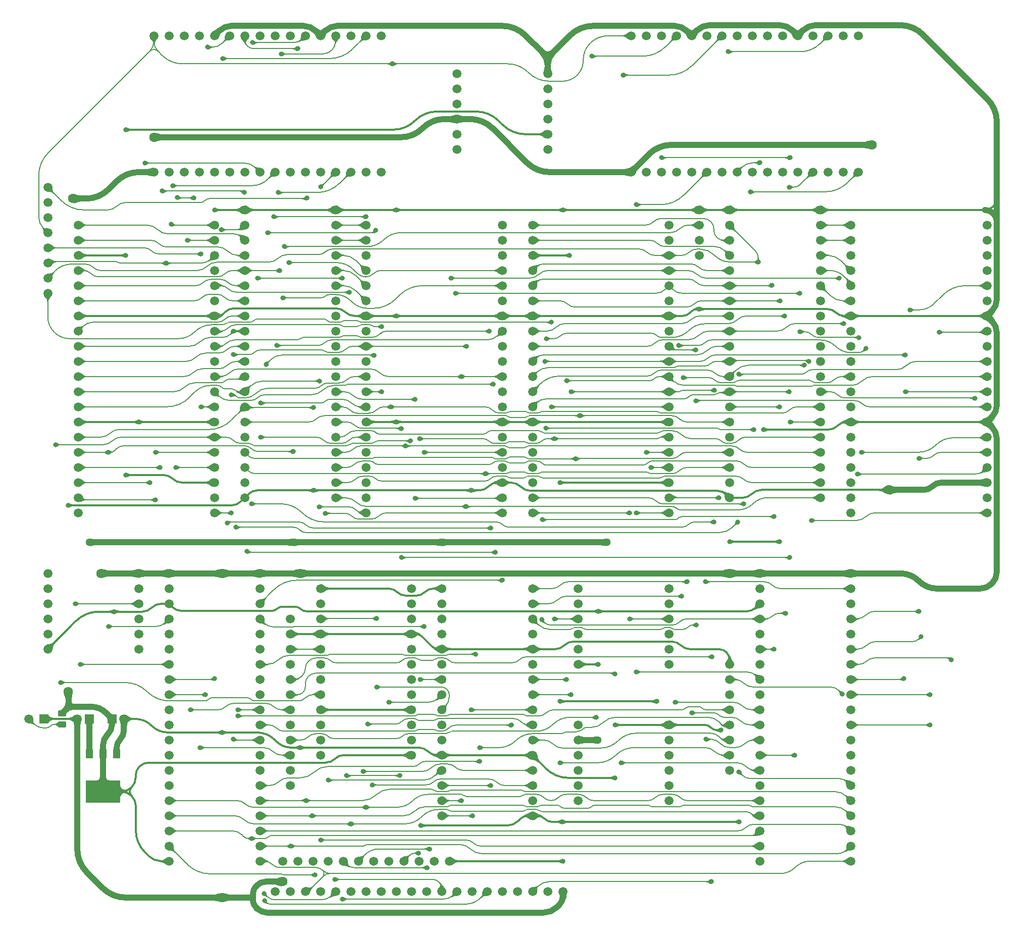
<source format=gtl>
%TF.GenerationSoftware,KiCad,Pcbnew,9.0.7-9.0.7~ubuntu24.04.1*%
%TF.CreationDate,2026-01-22T13:07:34+02:00*%
%TF.ProjectId,Coprocessor Board - Additional,436f7072-6f63-4657-9373-6f7220426f61,V0*%
%TF.SameCoordinates,Original*%
%TF.FileFunction,Copper,L1,Top*%
%TF.FilePolarity,Positive*%
%FSLAX46Y46*%
G04 Gerber Fmt 4.6, Leading zero omitted, Abs format (unit mm)*
G04 Created by KiCad (PCBNEW 9.0.7-9.0.7~ubuntu24.04.1) date 2026-01-22 13:07:34*
%MOMM*%
%LPD*%
G01*
G04 APERTURE LIST*
G04 Aperture macros list*
%AMRoundRect*
0 Rectangle with rounded corners*
0 $1 Rounding radius*
0 $2 $3 $4 $5 $6 $7 $8 $9 X,Y pos of 4 corners*
0 Add a 4 corners polygon primitive as box body*
4,1,4,$2,$3,$4,$5,$6,$7,$8,$9,$2,$3,0*
0 Add four circle primitives for the rounded corners*
1,1,$1+$1,$2,$3*
1,1,$1+$1,$4,$5*
1,1,$1+$1,$6,$7*
1,1,$1+$1,$8,$9*
0 Add four rect primitives between the rounded corners*
20,1,$1+$1,$2,$3,$4,$5,0*
20,1,$1+$1,$4,$5,$6,$7,0*
20,1,$1+$1,$6,$7,$8,$9,0*
20,1,$1+$1,$8,$9,$2,$3,0*%
G04 Aperture macros list end*
%TA.AperFunction,ComponentPad*%
%ADD10C,1.500000*%
%TD*%
%TA.AperFunction,ComponentPad*%
%ADD11R,1.500000X1.500000*%
%TD*%
%TA.AperFunction,SMDPad,CuDef*%
%ADD12R,1.200000X1.500000*%
%TD*%
%TA.AperFunction,SMDPad,CuDef*%
%ADD13R,5.842000X3.810000*%
%TD*%
%TA.AperFunction,SMDPad,CuDef*%
%ADD14RoundRect,0.250000X0.450000X-0.262500X0.450000X0.262500X-0.450000X0.262500X-0.450000X-0.262500X0*%
%TD*%
%TA.AperFunction,ViaPad*%
%ADD15C,0.800000*%
%TD*%
%TA.AperFunction,ViaPad*%
%ADD16C,1.600000*%
%TD*%
%TA.AperFunction,ViaPad*%
%ADD17C,1.300000*%
%TD*%
%TA.AperFunction,Conductor*%
%ADD18C,0.380000*%
%TD*%
%TA.AperFunction,Conductor*%
%ADD19C,1.000000*%
%TD*%
%TA.AperFunction,Conductor*%
%ADD20C,0.200000*%
%TD*%
G04 APERTURE END LIST*
D10*
%TO.P,B29,1,5V*%
%TO.N,/5V*%
X60960000Y130810000D03*
%TO.P,B29,2,CA19*%
%TO.N,/CA3M19*%
X63500000Y130810000D03*
%TO.P,B29,3,CA18*%
%TO.N,/CA3M18*%
X66040000Y130810000D03*
%TO.P,B29,4,CA17*%
%TO.N,/CA3M17*%
X68580000Y130810000D03*
%TO.P,B29,5,GND*%
%TO.N,/GND*%
X71120000Y130810000D03*
%TO.P,B29,6,CA16*%
%TO.N,/CA3M16*%
X73660000Y130810000D03*
%TO.P,B29,7,CA15*%
%TO.N,/CA3M15*%
X76200000Y130810000D03*
%TO.P,B29,8,CA14*%
%TO.N,/CA3M14*%
X78740000Y130810000D03*
%TO.P,B29,9,CA13*%
%TO.N,/CA3M13*%
X81280000Y130810000D03*
%TO.P,B29,10,CA12*%
%TO.N,/CA3M12*%
X83820000Y130810000D03*
%TO.P,B29,11,CA11*%
%TO.N,/CA3M11*%
X86360000Y130810000D03*
%TO.P,B29,12,GND*%
%TO.N,/GND*%
X88900000Y130810000D03*
%TO.P,B29,13,CA10*%
%TO.N,/CA3M10*%
X91440000Y130810000D03*
%TO.P,B29,14,CA9*%
%TO.N,/CA3M9*%
X93980000Y130810000D03*
%TO.P,B29,15,CA8*%
%TO.N,/CA3M8*%
X96520000Y130810000D03*
%TO.P,B29,16,CA7*%
%TO.N,/CA3M7*%
X99060000Y130810000D03*
%TO.P,B29,17,5V*%
%TO.N,/5V*%
X99060000Y153670000D03*
%TO.P,B29,18,CA6*%
%TO.N,/CA3M6*%
X96520000Y153670000D03*
%TO.P,B29,19,CA5*%
%TO.N,/CA3M5*%
X93980000Y153670000D03*
%TO.P,B29,20,CA4*%
%TO.N,/CA3M4*%
X91440000Y153670000D03*
%TO.P,B29,21,GND*%
%TO.N,/GND*%
X88900000Y153670000D03*
%TO.P,B29,22,CA3*%
%TO.N,/CA3M3*%
X86360000Y153670000D03*
%TO.P,B29,23,CA2*%
%TO.N,/CA3M2*%
X83820000Y153670000D03*
%TO.P,B29,24,CA1*%
%TO.N,/CA3M1*%
X81280000Y153670000D03*
%TO.P,B29,25,CA0*%
%TO.N,/CA3M0*%
X78740000Y153670000D03*
%TO.P,B29,26,INT*%
%TO.N,/INT3*%
X76200000Y153670000D03*
%TO.P,B29,27,~{INT}*%
%TO.N,/~{INT3}*%
X73660000Y153670000D03*
%TO.P,B29,28,GND*%
%TO.N,/GND*%
X71120000Y153670000D03*
%TO.P,B29,29,CLR*%
%TO.N,/Write Clear 3*%
X68580000Y153670000D03*
%TO.P,B29,30,~{CAMemory1}*%
%TO.N,/~{CA3MMemory1}*%
X66040000Y153670000D03*
%TO.P,B29,31,~{CAMemory0}*%
%TO.N,/~{CA3MMemory0}*%
X63500000Y153670000D03*
%TO.P,B29,32,~{Reset}*%
%TO.N,/~{Reset}*%
X60960000Y153670000D03*
%TD*%
%TO.P,B27,1,~{E}*%
%TO.N,/GND*%
X76200000Y124460000D03*
%TO.P,B27,2,S*%
%TO.N,/CAccess3*%
X76200000Y121920000D03*
%TO.P,B27,3,A11*%
%TO.N,/CA3M0*%
X76200000Y119380000D03*
%TO.P,B27,4,A10*%
%TO.N,/CA3M1*%
X76200000Y116840000D03*
%TO.P,B27,5,A9*%
%TO.N,/CA3M2*%
X76200000Y114300000D03*
%TO.P,B27,6,A8*%
%TO.N,/CA3M3*%
X76200000Y111760000D03*
%TO.P,B27,7,A7*%
%TO.N,/CA3M4*%
X76200000Y109220000D03*
%TO.P,B27,8,A6*%
%TO.N,/CA3M5*%
X76200000Y106680000D03*
%TO.P,B27,9,A5*%
%TO.N,/CA3M6*%
X76200000Y104140000D03*
%TO.P,B27,10,A4*%
%TO.N,/CA3M7*%
X76200000Y101600000D03*
%TO.P,B27,11,A3*%
%TO.N,/CA3M8*%
X76200000Y99060000D03*
%TO.P,B27,12,A2*%
%TO.N,/CA3M9*%
X76200000Y96520000D03*
%TO.P,B27,13,A1*%
%TO.N,/CA3M10*%
X76200000Y93980000D03*
%TO.P,B27,14,A0*%
%TO.N,/CA3M11*%
X76200000Y91440000D03*
%TO.P,B27,15,B11*%
%TO.N,/AM0*%
X76200000Y88900000D03*
%TO.P,B27,16,B10*%
%TO.N,/AM1*%
X76200000Y86360000D03*
%TO.P,B27,17,B9*%
%TO.N,/AM2*%
X76200000Y83820000D03*
%TO.P,B27,18,B8*%
%TO.N,/AM3*%
X76200000Y81280000D03*
%TO.P,B27,19,B7*%
%TO.N,/AM4*%
X76200000Y78740000D03*
%TO.P,B27,20,5V*%
%TO.N,/5V*%
X76200000Y76200000D03*
%TO.P,B27,21,B6*%
%TO.N,/AM5*%
X91440000Y76200000D03*
%TO.P,B27,22,B5*%
%TO.N,/AM6*%
X91440000Y78740000D03*
%TO.P,B27,23,B4*%
%TO.N,/AM7*%
X91440000Y81280000D03*
%TO.P,B27,24,B3*%
%TO.N,/AM8*%
X91440000Y83820000D03*
%TO.P,B27,25,B2*%
%TO.N,/AM9*%
X91440000Y86360000D03*
%TO.P,B27,26,B1*%
%TO.N,/AM10*%
X91440000Y88900000D03*
%TO.P,B27,27,B0*%
%TO.N,/AM11*%
X91440000Y91440000D03*
%TO.P,B27,28,Q0*%
%TO.N,/Q3S11*%
X91440000Y93980000D03*
%TO.P,B27,29,Q1*%
%TO.N,/Q3S10*%
X91440000Y96520000D03*
%TO.P,B27,30,Q2*%
%TO.N,/Q3S9*%
X91440000Y99060000D03*
%TO.P,B27,31,Q3*%
%TO.N,/Q3S8*%
X91440000Y101600000D03*
%TO.P,B27,32,Q4*%
%TO.N,/Q3S7*%
X91440000Y104140000D03*
%TO.P,B27,33,Q5*%
%TO.N,/Q3S6*%
X91440000Y106680000D03*
%TO.P,B27,34,Q6*%
%TO.N,/Q3S5*%
X91440000Y109220000D03*
%TO.P,B27,35,Q7*%
%TO.N,/Q3S4*%
X91440000Y111760000D03*
%TO.P,B27,36,Q8*%
%TO.N,/Q3S3*%
X91440000Y114300000D03*
%TO.P,B27,37,Q9*%
%TO.N,/Q3S2*%
X91440000Y116840000D03*
%TO.P,B27,38,Q10*%
%TO.N,/Q3S1*%
X91440000Y119380000D03*
%TO.P,B27,39,Q11*%
%TO.N,/Q3S0*%
X91440000Y121920000D03*
%TO.P,B27,40,GND*%
%TO.N,/GND*%
X91440000Y124460000D03*
%TD*%
D11*
%TO.P,C4,1*%
%TO.N,/12V*%
X50133000Y39105000D03*
D10*
%TO.P,C4,2*%
%TO.N,/GND*%
X48133000Y39105000D03*
%TD*%
%TO.P,B24,1,A0*%
%TO.N,/CA3M0*%
X48260000Y121920000D03*
%TO.P,B24,2,A1*%
%TO.N,/CA3M1*%
X48260000Y119380000D03*
%TO.P,B24,3,5V*%
%TO.N,/W65C816V3*%
X48260000Y116840000D03*
%TO.P,B24,4,A2*%
%TO.N,/CA3M2*%
X48260000Y114300000D03*
%TO.P,B24,5,A3*%
%TO.N,/CA3M3*%
X48260000Y111760000D03*
%TO.P,B24,6,A4*%
%TO.N,/CA3M4*%
X48260000Y109220000D03*
%TO.P,B24,7,GND*%
%TO.N,/GND*%
X48260000Y106680000D03*
%TO.P,B24,8,A5*%
%TO.N,/CA3M5*%
X48260000Y104140000D03*
%TO.P,B24,9,A6*%
%TO.N,/CA3M6*%
X48260000Y101600000D03*
%TO.P,B24,10,A7*%
%TO.N,/CA3M7*%
X48260000Y99060000D03*
%TO.P,B24,11,A8*%
%TO.N,/CA3M8*%
X48260000Y96520000D03*
%TO.P,B24,12,A9*%
%TO.N,/CA3M9*%
X48260000Y93980000D03*
%TO.P,B24,13,A10*%
%TO.N,/CA3M10*%
X48260000Y91440000D03*
%TO.P,B24,14,GND*%
%TO.N,/GND*%
X48260000Y88900000D03*
%TO.P,B24,15,A11*%
%TO.N,/CA3M11*%
X48260000Y86360000D03*
%TO.P,B24,16,A12*%
%TO.N,/CA3M12*%
X48260000Y83820000D03*
%TO.P,B24,17,A13*%
%TO.N,/CA3M13*%
X48260000Y81280000D03*
%TO.P,B24,18,A14*%
%TO.N,/CA3M14*%
X48260000Y78740000D03*
%TO.P,B24,19,A15*%
%TO.N,/CA3M15*%
X48260000Y76200000D03*
%TO.P,B24,20,Bank_Latch*%
%TO.N,/Bank Latch3*%
X48260000Y73660000D03*
%TO.P,B24,21,BA0*%
%TO.N,/CA3M16*%
X71120000Y73660000D03*
%TO.P,B24,22,BA1*%
%TO.N,/CA3M17*%
X71120000Y76200000D03*
%TO.P,B24,23,5V*%
%TO.N,/W65C816V3*%
X71120000Y78740000D03*
%TO.P,B24,24,BA2*%
%TO.N,/CA3M18*%
X71120000Y81280000D03*
%TO.P,B24,25,BA3*%
%TO.N,/CA3M19*%
X71120000Y83820000D03*
%TO.P,B24,26,PHI2*%
%TO.N,/CPHI23*%
X71120000Y86360000D03*
%TO.P,B24,27,GND*%
%TO.N,/GND*%
X71120000Y88900000D03*
%TO.P,B24,28,~{Reset}*%
%TO.N,/C~{Reset}3*%
X71120000Y91440000D03*
%TO.P,B24,29,D7*%
%TO.N,/Q3D7*%
X71120000Y93980000D03*
%TO.P,B24,30,D6*%
%TO.N,/Q3D6*%
X71120000Y96520000D03*
%TO.P,B24,31,D5*%
%TO.N,/Q3D5*%
X71120000Y99060000D03*
%TO.P,B24,32,D4*%
%TO.N,/Q3D4*%
X71120000Y101600000D03*
%TO.P,B24,33,D3*%
%TO.N,/Q3D3*%
X71120000Y104140000D03*
%TO.P,B24,34,GND*%
%TO.N,/GND*%
X71120000Y106680000D03*
%TO.P,B24,35,D2*%
%TO.N,/Q3D2*%
X71120000Y109220000D03*
%TO.P,B24,36,D1*%
%TO.N,/Q3D1*%
X71120000Y111760000D03*
%TO.P,B24,37,D0*%
%TO.N,/Q3D0*%
X71120000Y114300000D03*
%TO.P,B24,38,~{DE}*%
%TO.N,/CAccess3*%
X71120000Y116840000D03*
%TO.P,B24,39,~{WD}*%
%TO.N,/CA3~{WD}*%
X71120000Y119380000D03*
%TO.P,B24,40,~{RD}*%
%TO.N,/CA3~{RD}*%
X71120000Y121920000D03*
%TD*%
D11*
%TO.P,LED1,1,K*%
%TO.N,/GND*%
X42545000Y39116000D03*
D10*
%TO.P,LED1,2,A*%
%TO.N,Net-(LED1-A)*%
X40005000Y39116000D03*
%TD*%
%TO.P,B36,1,N.C.*%
%TO.N,unconnected-(B36-N.C.-Pad1)*%
X132080000Y60960000D03*
%TO.P,B36,2,N.C.*%
%TO.N,unconnected-(B36-N.C.-Pad2)*%
X132080000Y58420000D03*
%TO.P,B36,3,~{PHI2}*%
%TO.N,/CPHI22*%
X132080000Y55880000D03*
%TO.P,B36,4,N.C.*%
%TO.N,unconnected-(B36-N.C.-Pad4)*%
X132080000Y53340000D03*
%TO.P,B36,5,N.C.*%
%TO.N,unconnected-(B36-N.C.-Pad5)*%
X132080000Y50800000D03*
%TO.P,B36,6,3.3V*%
%TO.N,/3.3V*%
X132080000Y48260000D03*
%TO.P,B36,7,N.C.*%
%TO.N,unconnected-(B36-N.C.-Pad7)*%
X147320000Y48260000D03*
%TO.P,B36,8,N.C.*%
%TO.N,unconnected-(B36-N.C.-Pad8)*%
X147320000Y50800000D03*
%TO.P,B36,9,~{Data_Output}*%
%TO.N,unconnected-(B36-~{Data_Output}-Pad9)*%
X147320000Y53340000D03*
%TO.P,B36,10,Bank_Latch*%
%TO.N,/Bank Latch2*%
X147320000Y55880000D03*
%TO.P,B36,11,N.C.*%
%TO.N,unconnected-(B36-N.C.-Pad11)*%
X147320000Y58420000D03*
%TO.P,B36,12,GND*%
%TO.N,/GND*%
X147320000Y60960000D03*
%TD*%
%TO.P,B28,1,A0*%
%TO.N,/Q3S0*%
X96520000Y121920000D03*
%TO.P,B28,2,A1*%
%TO.N,/Q3S1*%
X96520000Y119380000D03*
%TO.P,B28,3,5V*%
%TO.N,/5V*%
X96520000Y116840000D03*
%TO.P,B28,4,A2*%
%TO.N,/Q3S2*%
X96520000Y114300000D03*
%TO.P,B28,5,A3*%
%TO.N,/Q3S3*%
X96520000Y111760000D03*
%TO.P,B28,6,A4*%
%TO.N,/Q3S4*%
X96520000Y109220000D03*
%TO.P,B28,7,GND*%
%TO.N,/GND*%
X96520000Y106680000D03*
%TO.P,B28,8,~{Memory_B}*%
%TO.N,/Q3S~{Memory0}*%
X96520000Y104140000D03*
%TO.P,B28,9,D0*%
%TO.N,/Q3D0*%
X96520000Y101600000D03*
%TO.P,B28,10,D1*%
%TO.N,/Q3D1*%
X96520000Y99060000D03*
%TO.P,B28,11,D2*%
%TO.N,/Q3D2*%
X96520000Y96520000D03*
%TO.P,B28,12,D3*%
%TO.N,/Q3D3*%
X96520000Y93980000D03*
%TO.P,B28,13,~{Memory_A}*%
%TO.N,/Q3S~{Memory1}*%
X96520000Y91440000D03*
%TO.P,B28,14,GND*%
%TO.N,/GND*%
X96520000Y88900000D03*
%TO.P,B28,15,~{WD}*%
%TO.N,/Q3S~{WD}*%
X96520000Y86360000D03*
%TO.P,B28,16,A5*%
%TO.N,/Q3S5*%
X96520000Y83820000D03*
%TO.P,B28,17,A6*%
%TO.N,/Q3S6*%
X96520000Y81280000D03*
%TO.P,B28,18,A7*%
%TO.N,/Q3S7*%
X96520000Y78740000D03*
%TO.P,B28,19,A8*%
%TO.N,/Q3S8*%
X96520000Y76200000D03*
%TO.P,B28,20,A9*%
%TO.N,/Q3S9*%
X96520000Y73660000D03*
%TO.P,B28,21,A10*%
%TO.N,/Q3S10*%
X119380000Y73660000D03*
%TO.P,B28,22,A11*%
%TO.N,/Q3S11*%
X119380000Y76200000D03*
%TO.P,B28,23,5V*%
%TO.N,/5V*%
X119380000Y78740000D03*
%TO.P,B28,24,A12*%
%TO.N,/Q3S12*%
X119380000Y81280000D03*
%TO.P,B28,25,A13*%
%TO.N,/Q3S13*%
X119380000Y83820000D03*
%TO.P,B28,26,A14*%
%TO.N,/Q3S14*%
X119380000Y86360000D03*
%TO.P,B28,27,GND*%
%TO.N,/GND*%
X119380000Y88900000D03*
%TO.P,B28,28,D4*%
%TO.N,/Q3D4*%
X119380000Y91440000D03*
%TO.P,B28,29,D5*%
%TO.N,/Q3D5*%
X119380000Y93980000D03*
%TO.P,B28,30,D6*%
%TO.N,/Q3D6*%
X119380000Y96520000D03*
%TO.P,B28,31,D7*%
%TO.N,/Q3D7*%
X119380000Y99060000D03*
%TO.P,B28,32,~{RD}*%
%TO.N,/Q3S~{RD}*%
X119380000Y101600000D03*
%TO.P,B28,33,A15*%
%TO.N,/Q3S15*%
X119380000Y104140000D03*
%TO.P,B28,34,GND*%
%TO.N,/GND*%
X119380000Y106680000D03*
%TO.P,B28,35,A16*%
%TO.N,/Q3S16*%
X119380000Y109220000D03*
%TO.P,B28,36,A17*%
%TO.N,/Q3S17*%
X119380000Y111760000D03*
%TO.P,B28,37,A18*%
%TO.N,/Q3S18*%
X119380000Y114300000D03*
%TO.P,B28,38,N.C.*%
%TO.N,unconnected-(B28-N.C.-Pad38)*%
X119380000Y116840000D03*
%TO.P,B28,39,N.C.*%
%TO.N,unconnected-(B28-N.C.-Pad39)*%
X119380000Y119380000D03*
%TO.P,B28,40,N.C.*%
%TO.N,unconnected-(B28-N.C.-Pad40)*%
X119380000Y121920000D03*
%TD*%
%TO.P,B22,1,A0*%
%TO.N,/Q2S0*%
X177800000Y121920000D03*
%TO.P,B22,2,A1*%
%TO.N,/Q2S1*%
X177800000Y119380000D03*
%TO.P,B22,3,5V*%
%TO.N,/5V*%
X177800000Y116840000D03*
%TO.P,B22,4,A2*%
%TO.N,/Q2S2*%
X177800000Y114300000D03*
%TO.P,B22,5,A3*%
%TO.N,/Q2S3*%
X177800000Y111760000D03*
%TO.P,B22,6,A4*%
%TO.N,/Q2S4*%
X177800000Y109220000D03*
%TO.P,B22,7,GND*%
%TO.N,/GND*%
X177800000Y106680000D03*
%TO.P,B22,8,~{Memory_B}*%
%TO.N,/Q2S~{Memory0}*%
X177800000Y104140000D03*
%TO.P,B22,9,D0*%
%TO.N,/Q2D0*%
X177800000Y101600000D03*
%TO.P,B22,10,D1*%
%TO.N,/Q2D1*%
X177800000Y99060000D03*
%TO.P,B22,11,D2*%
%TO.N,/Q2D2*%
X177800000Y96520000D03*
%TO.P,B22,12,D3*%
%TO.N,/Q2D3*%
X177800000Y93980000D03*
%TO.P,B22,13,~{Memory_A}*%
%TO.N,/Q2S~{Memory1}*%
X177800000Y91440000D03*
%TO.P,B22,14,GND*%
%TO.N,/GND*%
X177800000Y88900000D03*
%TO.P,B22,15,~{WD}*%
%TO.N,/Q2S~{WD}*%
X177800000Y86360000D03*
%TO.P,B22,16,A5*%
%TO.N,/Q2S5*%
X177800000Y83820000D03*
%TO.P,B22,17,A6*%
%TO.N,/Q2S6*%
X177800000Y81280000D03*
%TO.P,B22,18,A7*%
%TO.N,/Q2S7*%
X177800000Y78740000D03*
%TO.P,B22,19,A8*%
%TO.N,/Q2S8*%
X177800000Y76200000D03*
%TO.P,B22,20,A9*%
%TO.N,/Q2S9*%
X177800000Y73660000D03*
%TO.P,B22,21,A10*%
%TO.N,/Q2S10*%
X200660000Y73660000D03*
%TO.P,B22,22,A11*%
%TO.N,/Q2S11*%
X200660000Y76200000D03*
%TO.P,B22,23,5V*%
%TO.N,/5V*%
X200660000Y78740000D03*
%TO.P,B22,24,A12*%
%TO.N,/Q2S12*%
X200660000Y81280000D03*
%TO.P,B22,25,A13*%
%TO.N,/Q2S13*%
X200660000Y83820000D03*
%TO.P,B22,26,A14*%
%TO.N,/Q2S14*%
X200660000Y86360000D03*
%TO.P,B22,27,GND*%
%TO.N,/GND*%
X200660000Y88900000D03*
%TO.P,B22,28,D4*%
%TO.N,/Q2D4*%
X200660000Y91440000D03*
%TO.P,B22,29,D5*%
%TO.N,/Q2D5*%
X200660000Y93980000D03*
%TO.P,B22,30,D6*%
%TO.N,/Q2D6*%
X200660000Y96520000D03*
%TO.P,B22,31,D7*%
%TO.N,/Q2D7*%
X200660000Y99060000D03*
%TO.P,B22,32,~{RD}*%
%TO.N,/Q2S~{RD}*%
X200660000Y101600000D03*
%TO.P,B22,33,A15*%
%TO.N,/Q2S15*%
X200660000Y104140000D03*
%TO.P,B22,34,GND*%
%TO.N,/GND*%
X200660000Y106680000D03*
%TO.P,B22,35,A16*%
%TO.N,/Q2S16*%
X200660000Y109220000D03*
%TO.P,B22,36,A17*%
%TO.N,/Q2S17*%
X200660000Y111760000D03*
%TO.P,B22,37,A18*%
%TO.N,/Q2S18*%
X200660000Y114300000D03*
%TO.P,B22,38,N.C.*%
%TO.N,unconnected-(B22-N.C.-Pad38)*%
X200660000Y116840000D03*
%TO.P,B22,39,N.C.*%
%TO.N,unconnected-(B22-N.C.-Pad39)*%
X200660000Y119380000D03*
%TO.P,B22,40,N.C.*%
%TO.N,unconnected-(B22-N.C.-Pad40)*%
X200660000Y121920000D03*
%TD*%
D11*
%TO.P,C3,1*%
%TO.N,/5V*%
X53943000Y39105000D03*
D10*
%TO.P,C3,2*%
%TO.N,/GND*%
X55943000Y39105000D03*
%TD*%
%TO.P,B26,1,~{E}*%
%TO.N,/GND*%
X63500000Y63500000D03*
%TO.P,B26,2,S*%
%TO.N,/CAccess3*%
X63500000Y60960000D03*
%TO.P,B26,3,A11*%
%TO.N,/3.3V*%
X63500000Y58420000D03*
%TO.P,B26,4,A10*%
%TO.N,/CA3M12*%
X63500000Y55880000D03*
%TO.P,B26,5,A9*%
%TO.N,/CA3M13*%
X63500000Y53340000D03*
%TO.P,B26,6,A8*%
%TO.N,/CA3M14*%
X63500000Y50800000D03*
%TO.P,B26,7,A7*%
%TO.N,/CA3M15*%
X63500000Y48260000D03*
%TO.P,B26,8,A6*%
%TO.N,/CA3M16*%
X63500000Y45720000D03*
%TO.P,B26,9,A5*%
%TO.N,/CA3M17*%
X63500000Y43180000D03*
%TO.P,B26,10,A4*%
%TO.N,/CA3M18*%
X63500000Y40640000D03*
%TO.P,B26,11,A3*%
%TO.N,/CA3~{WD}*%
X63500000Y38100000D03*
%TO.P,B26,12,A2*%
%TO.N,/CA3~{RD}*%
X63500000Y35560000D03*
%TO.P,B26,13,A1*%
%TO.N,/~{CA3MMemory1}*%
X63500000Y33020000D03*
%TO.P,B26,14,A0*%
%TO.N,/~{CA3MMemory0}*%
X63500000Y30480000D03*
%TO.P,B26,15,B11*%
%TO.N,/3.3V*%
X63500000Y27940000D03*
%TO.P,B26,16,B10*%
%TO.N,/AM12*%
X63500000Y25400000D03*
%TO.P,B26,17,B9*%
%TO.N,/AM13*%
X63500000Y22860000D03*
%TO.P,B26,18,B8*%
%TO.N,/AM14*%
X63500000Y20320000D03*
%TO.P,B26,19,B7*%
%TO.N,/AM15*%
X63500000Y17780000D03*
%TO.P,B26,20,5V*%
%TO.N,/5V*%
X63500000Y15240000D03*
%TO.P,B26,21,B6*%
%TO.N,/AM16*%
X78740000Y15240000D03*
%TO.P,B26,22,B5*%
%TO.N,/AM17*%
X78740000Y17780000D03*
%TO.P,B26,23,B4*%
%TO.N,/AM18*%
X78740000Y20320000D03*
%TO.P,B26,24,B3*%
%TO.N,/~{Main WD}*%
X78740000Y22860000D03*
%TO.P,B26,25,B2*%
%TO.N,/~{Main RD}*%
X78740000Y25400000D03*
%TO.P,B26,26,B1*%
%TO.N,/M~{Memory7}*%
X78740000Y27940000D03*
%TO.P,B26,27,B0*%
%TO.N,/M~{Memory6}*%
X78740000Y30480000D03*
%TO.P,B26,28,Q0*%
%TO.N,/Q3S~{Memory0}*%
X78740000Y33020000D03*
%TO.P,B26,29,Q1*%
%TO.N,/Q3S~{Memory1}*%
X78740000Y35560000D03*
%TO.P,B26,30,Q2*%
%TO.N,/Q3S~{RD}*%
X78740000Y38100000D03*
%TO.P,B26,31,Q3*%
%TO.N,/Q3S~{WD}*%
X78740000Y40640000D03*
%TO.P,B26,32,Q4*%
%TO.N,/Q3S18*%
X78740000Y43180000D03*
%TO.P,B26,33,Q5*%
%TO.N,/Q3S17*%
X78740000Y45720000D03*
%TO.P,B26,34,Q6*%
%TO.N,/Q3S16*%
X78740000Y48260000D03*
%TO.P,B26,35,Q7*%
%TO.N,/Q3S15*%
X78740000Y50800000D03*
%TO.P,B26,36,Q8*%
%TO.N,/Q3S14*%
X78740000Y53340000D03*
%TO.P,B26,37,Q9*%
%TO.N,/Q3S13*%
X78740000Y55880000D03*
%TO.P,B26,38,Q10*%
%TO.N,/Q3S12*%
X78740000Y58420000D03*
%TO.P,B26,39,Q11*%
%TO.N,/Q3*%
X78740000Y60960000D03*
%TO.P,B26,40,GND*%
%TO.N,/GND*%
X78740000Y63500000D03*
%TD*%
D12*
%TO.P,IC3,1,GND*%
%TO.N,/GND*%
X54733000Y33288000D03*
%TO.P,IC3,2,5.0VOut*%
%TO.N,/5V*%
X52433000Y33288000D03*
%TO.P,IC3,3,15VIn*%
%TO.N,/12V*%
X50133000Y33288000D03*
D13*
%TO.P,IC3,4,5.0VOut*%
%TO.N,/5V*%
X52433000Y26913000D03*
%TD*%
D10*
%TO.P,B23,1,5V*%
%TO.N,/5V*%
X140970000Y130810000D03*
%TO.P,B23,2,CA19*%
%TO.N,/CA2M19*%
X143510000Y130810000D03*
%TO.P,B23,3,CA18*%
%TO.N,/CA2M18*%
X146050000Y130810000D03*
%TO.P,B23,4,CA17*%
%TO.N,/CA2M17*%
X148590000Y130810000D03*
%TO.P,B23,5,GND*%
%TO.N,/GND*%
X151130000Y130810000D03*
%TO.P,B23,6,CA16*%
%TO.N,/CA2M16*%
X153670000Y130810000D03*
%TO.P,B23,7,CA15*%
%TO.N,/CA2M15*%
X156210000Y130810000D03*
%TO.P,B23,8,CA14*%
%TO.N,/CA2M14*%
X158750000Y130810000D03*
%TO.P,B23,9,CA13*%
%TO.N,/CA2M13*%
X161290000Y130810000D03*
%TO.P,B23,10,CA12*%
%TO.N,/CA2M12*%
X163830000Y130810000D03*
%TO.P,B23,11,CA11*%
%TO.N,/CA2M11*%
X166370000Y130810000D03*
%TO.P,B23,12,GND*%
%TO.N,/GND*%
X168910000Y130810000D03*
%TO.P,B23,13,CA10*%
%TO.N,/CA2M10*%
X171450000Y130810000D03*
%TO.P,B23,14,CA9*%
%TO.N,/CA2M9*%
X173990000Y130810000D03*
%TO.P,B23,15,CA8*%
%TO.N,/CA2M8*%
X176530000Y130810000D03*
%TO.P,B23,16,CA7*%
%TO.N,/CA2M7*%
X179070000Y130810000D03*
%TO.P,B23,17,5V*%
%TO.N,/5V*%
X179070000Y153670000D03*
%TO.P,B23,18,CA6*%
%TO.N,/CA2M6*%
X176530000Y153670000D03*
%TO.P,B23,19,CA5*%
%TO.N,/CA2M5*%
X173990000Y153670000D03*
%TO.P,B23,20,CA4*%
%TO.N,/CA2M4*%
X171450000Y153670000D03*
%TO.P,B23,21,GND*%
%TO.N,/GND*%
X168910000Y153670000D03*
%TO.P,B23,22,CA3*%
%TO.N,/CA2M3*%
X166370000Y153670000D03*
%TO.P,B23,23,CA2*%
%TO.N,/CA2M2*%
X163830000Y153670000D03*
%TO.P,B23,24,CA1*%
%TO.N,/CA2M1*%
X161290000Y153670000D03*
%TO.P,B23,25,CA0*%
%TO.N,/CA2M0*%
X158750000Y153670000D03*
%TO.P,B23,26,INT*%
%TO.N,/INT2*%
X156210000Y153670000D03*
%TO.P,B23,27,~{INT}*%
%TO.N,/~{INT2}*%
X153670000Y153670000D03*
%TO.P,B23,28,GND*%
%TO.N,/GND*%
X151130000Y153670000D03*
%TO.P,B23,29,CLR*%
%TO.N,/Write Clear 2*%
X148590000Y153670000D03*
%TO.P,B23,30,~{CAMemory1}*%
%TO.N,/~{CA2MMemory1}*%
X146050000Y153670000D03*
%TO.P,B23,31,~{CAMemory0}*%
%TO.N,/~{CA2MMemory0}*%
X143510000Y153670000D03*
%TO.P,B23,32,~{Reset}*%
%TO.N,/~{Reset}*%
X140970000Y153670000D03*
%TD*%
%TO.P,B1,1,N.C.*%
%TO.N,unconnected-(B1-N.C.-Pad1)*%
X111760000Y147320000D03*
%TO.P,B1,2,12V*%
%TO.N,/12V*%
X111760000Y144780000D03*
%TO.P,B1,3,N.C.*%
%TO.N,unconnected-(B1-N.C.-Pad3)*%
X111760000Y142240000D03*
%TO.P,B1,4,5V*%
%TO.N,/5V*%
X111760000Y139700000D03*
%TO.P,B1,5,N.C.*%
%TO.N,unconnected-(B1-N.C.-Pad5)*%
X111760000Y137160000D03*
%TO.P,B1,6,N.C.*%
%TO.N,unconnected-(B1-N.C.-Pad6)*%
X111760000Y134620000D03*
%TO.P,B1,7,N.C.*%
%TO.N,unconnected-(B1-N.C.-Pad7)*%
X127000000Y134620000D03*
%TO.P,B1,8,W65C816V*%
%TO.N,/W65C816V3*%
X127000000Y137160000D03*
%TO.P,B1,9,N.C.*%
%TO.N,unconnected-(B1-N.C.-Pad9)*%
X127000000Y139700000D03*
%TO.P,B1,10,N.C.*%
%TO.N,unconnected-(B1-N.C.-Pad10)*%
X127000000Y142240000D03*
%TO.P,B1,11,N.C.*%
%TO.N,unconnected-(B1-N.C.-Pad11)*%
X127000000Y144780000D03*
%TO.P,B1,12,GND*%
%TO.N,/GND*%
X127000000Y147320000D03*
%TD*%
%TO.P,B20,1,~{E}*%
%TO.N,/GND*%
X162560000Y63500000D03*
%TO.P,B20,2,S*%
%TO.N,/CAccess2*%
X162560000Y60960000D03*
%TO.P,B20,3,A11*%
%TO.N,/3.3V*%
X162560000Y58420000D03*
%TO.P,B20,4,A10*%
%TO.N,/CA2M12*%
X162560000Y55880000D03*
%TO.P,B20,5,A9*%
%TO.N,/CA2M13*%
X162560000Y53340000D03*
%TO.P,B20,6,A8*%
%TO.N,/CA2M14*%
X162560000Y50800000D03*
%TO.P,B20,7,A7*%
%TO.N,/CA2M15*%
X162560000Y48260000D03*
%TO.P,B20,8,A6*%
%TO.N,/CA2M16*%
X162560000Y45720000D03*
%TO.P,B20,9,A5*%
%TO.N,/CA2M17*%
X162560000Y43180000D03*
%TO.P,B20,10,A4*%
%TO.N,/CA2M18*%
X162560000Y40640000D03*
%TO.P,B20,11,A3*%
%TO.N,/CA2~{WD}*%
X162560000Y38100000D03*
%TO.P,B20,12,A2*%
%TO.N,/CA2~{RD}*%
X162560000Y35560000D03*
%TO.P,B20,13,A1*%
%TO.N,/~{CA2MMemory1}*%
X162560000Y33020000D03*
%TO.P,B20,14,A0*%
%TO.N,/~{CA2MMemory0}*%
X162560000Y30480000D03*
%TO.P,B20,15,B11*%
%TO.N,/3.3V*%
X162560000Y27940000D03*
%TO.P,B20,16,B10*%
%TO.N,/AM12*%
X162560000Y25400000D03*
%TO.P,B20,17,B9*%
%TO.N,/AM13*%
X162560000Y22860000D03*
%TO.P,B20,18,B8*%
%TO.N,/AM14*%
X162560000Y20320000D03*
%TO.P,B20,19,B7*%
%TO.N,/AM15*%
X162560000Y17780000D03*
%TO.P,B20,20,5V*%
%TO.N,/5V*%
X162560000Y15240000D03*
%TO.P,B20,21,B6*%
%TO.N,/AM16*%
X177800000Y15240000D03*
%TO.P,B20,22,B5*%
%TO.N,/AM17*%
X177800000Y17780000D03*
%TO.P,B20,23,B4*%
%TO.N,/AM18*%
X177800000Y20320000D03*
%TO.P,B20,24,B3*%
%TO.N,/~{Main WD}*%
X177800000Y22860000D03*
%TO.P,B20,25,B2*%
%TO.N,/~{Main RD}*%
X177800000Y25400000D03*
%TO.P,B20,26,B1*%
%TO.N,/M~{Memory5}*%
X177800000Y27940000D03*
%TO.P,B20,27,B0*%
%TO.N,/M~{Memory4}*%
X177800000Y30480000D03*
%TO.P,B20,28,Q0*%
%TO.N,/Q2S~{Memory0}*%
X177800000Y33020000D03*
%TO.P,B20,29,Q1*%
%TO.N,/Q2S~{Memory1}*%
X177800000Y35560000D03*
%TO.P,B20,30,Q2*%
%TO.N,/Q2S~{RD}*%
X177800000Y38100000D03*
%TO.P,B20,31,Q3*%
%TO.N,/Q2S~{WD}*%
X177800000Y40640000D03*
%TO.P,B20,32,Q4*%
%TO.N,/Q2S18*%
X177800000Y43180000D03*
%TO.P,B20,33,Q5*%
%TO.N,/Q2S17*%
X177800000Y45720000D03*
%TO.P,B20,34,Q6*%
%TO.N,/Q2S16*%
X177800000Y48260000D03*
%TO.P,B20,35,Q7*%
%TO.N,/Q2S15*%
X177800000Y50800000D03*
%TO.P,B20,36,Q8*%
%TO.N,/Q2S14*%
X177800000Y53340000D03*
%TO.P,B20,37,Q9*%
%TO.N,/Q2S13*%
X177800000Y55880000D03*
%TO.P,B20,38,Q10*%
%TO.N,/Q2S12*%
X177800000Y58420000D03*
%TO.P,B20,39,Q11*%
%TO.N,/Q2*%
X177800000Y60960000D03*
%TO.P,B20,40,GND*%
%TO.N,/GND*%
X177800000Y63500000D03*
%TD*%
%TO.P,B35,1,5V*%
%TO.N,/5V*%
X88900000Y60960000D03*
%TO.P,B35,2,N.C.*%
%TO.N,unconnected-(B35-N.C.-Pad2)*%
X88900000Y58420000D03*
%TO.P,B35,3,~{Reset}*%
%TO.N,/~{Reset}*%
X88900000Y55880000D03*
%TO.P,B35,4,GND*%
%TO.N,/GND*%
X88900000Y53340000D03*
%TO.P,B35,5,CLK*%
%TO.N,/40MHz*%
X88900000Y50800000D03*
%TO.P,B35,6,N.C.*%
%TO.N,unconnected-(B35-N.C.-Pad6)*%
X88900000Y48260000D03*
%TO.P,B35,7,N.C.*%
%TO.N,unconnected-(B35-N.C.-Pad7)*%
X88900000Y45720000D03*
%TO.P,B35,8,RUN0*%
%TO.N,/CRun2*%
X88900000Y43180000D03*
%TO.P,B35,9,GND*%
%TO.N,/GND*%
X88900000Y40640000D03*
%TO.P,B35,10,RUN1*%
%TO.N,/CRun3*%
X88900000Y38100000D03*
%TO.P,B35,11,N.C.*%
%TO.N,unconnected-(B35-N.C.-Pad11)*%
X88900000Y35560000D03*
%TO.P,B35,12,N.C.*%
%TO.N,unconnected-(B35-N.C.-Pad12)*%
X88900000Y33020000D03*
%TO.P,B35,13,5V*%
%TO.N,/5V*%
X104140000Y33020000D03*
%TO.P,B35,14,N.C.*%
%TO.N,unconnected-(B35-N.C.-Pad14)*%
X104140000Y35560000D03*
%TO.P,B35,15,N.C.*%
%TO.N,unconnected-(B35-N.C.-Pad15)*%
X104140000Y38100000D03*
%TO.P,B35,16,GND*%
%TO.N,/GND*%
X104140000Y40640000D03*
%TO.P,B35,17,PHI2_1*%
%TO.N,/CPHI23*%
X104140000Y43180000D03*
%TO.P,B35,18,N.C.*%
%TO.N,unconnected-(B35-N.C.-Pad18)*%
X104140000Y45720000D03*
%TO.P,B35,19,N.C.*%
%TO.N,unconnected-(B35-N.C.-Pad19)*%
X104140000Y48260000D03*
%TO.P,B35,20,PHI2_0*%
%TO.N,/CPHI22*%
X104140000Y50800000D03*
%TO.P,B35,21,GND*%
%TO.N,/GND*%
X104140000Y53340000D03*
%TO.P,B35,22,N.C.*%
%TO.N,unconnected-(B35-N.C.-Pad22)*%
X104140000Y55880000D03*
%TO.P,B35,23,N.C.*%
%TO.N,unconnected-(B35-N.C.-Pad23)*%
X104140000Y58420000D03*
%TO.P,B35,24,N.C.*%
%TO.N,unconnected-(B35-N.C.-Pad24)*%
X104140000Y60960000D03*
%TD*%
%TO.P,B21,1,~{E}*%
%TO.N,/GND*%
X157480000Y124460000D03*
%TO.P,B21,2,S*%
%TO.N,/CAccess2*%
X157480000Y121920000D03*
%TO.P,B21,3,A11*%
%TO.N,/CA2M0*%
X157480000Y119380000D03*
%TO.P,B21,4,A10*%
%TO.N,/CA2M1*%
X157480000Y116840000D03*
%TO.P,B21,5,A9*%
%TO.N,/CA2M2*%
X157480000Y114300000D03*
%TO.P,B21,6,A8*%
%TO.N,/CA2M3*%
X157480000Y111760000D03*
%TO.P,B21,7,A7*%
%TO.N,/CA2M4*%
X157480000Y109220000D03*
%TO.P,B21,8,A6*%
%TO.N,/CA2M5*%
X157480000Y106680000D03*
%TO.P,B21,9,A5*%
%TO.N,/CA2M6*%
X157480000Y104140000D03*
%TO.P,B21,10,A4*%
%TO.N,/CA2M7*%
X157480000Y101600000D03*
%TO.P,B21,11,A3*%
%TO.N,/CA2M8*%
X157480000Y99060000D03*
%TO.P,B21,12,A2*%
%TO.N,/CA2M9*%
X157480000Y96520000D03*
%TO.P,B21,13,A1*%
%TO.N,/CA2M10*%
X157480000Y93980000D03*
%TO.P,B21,14,A0*%
%TO.N,/CA2M11*%
X157480000Y91440000D03*
%TO.P,B21,15,B11*%
%TO.N,/AM0*%
X157480000Y88900000D03*
%TO.P,B21,16,B10*%
%TO.N,/AM1*%
X157480000Y86360000D03*
%TO.P,B21,17,B9*%
%TO.N,/AM2*%
X157480000Y83820000D03*
%TO.P,B21,18,B8*%
%TO.N,/AM3*%
X157480000Y81280000D03*
%TO.P,B21,19,B7*%
%TO.N,/AM4*%
X157480000Y78740000D03*
%TO.P,B21,20,5V*%
%TO.N,/5V*%
X157480000Y76200000D03*
%TO.P,B21,21,B6*%
%TO.N,/AM5*%
X172720000Y76200000D03*
%TO.P,B21,22,B5*%
%TO.N,/AM6*%
X172720000Y78740000D03*
%TO.P,B21,23,B4*%
%TO.N,/AM7*%
X172720000Y81280000D03*
%TO.P,B21,24,B3*%
%TO.N,/AM8*%
X172720000Y83820000D03*
%TO.P,B21,25,B2*%
%TO.N,/AM9*%
X172720000Y86360000D03*
%TO.P,B21,26,B1*%
%TO.N,/AM10*%
X172720000Y88900000D03*
%TO.P,B21,27,B0*%
%TO.N,/AM11*%
X172720000Y91440000D03*
%TO.P,B21,28,Q0*%
%TO.N,/Q2S11*%
X172720000Y93980000D03*
%TO.P,B21,29,Q1*%
%TO.N,/Q2S10*%
X172720000Y96520000D03*
%TO.P,B21,30,Q2*%
%TO.N,/Q2S9*%
X172720000Y99060000D03*
%TO.P,B21,31,Q3*%
%TO.N,/Q2S8*%
X172720000Y101600000D03*
%TO.P,B21,32,Q4*%
%TO.N,/Q2S7*%
X172720000Y104140000D03*
%TO.P,B21,33,Q5*%
%TO.N,/Q2S6*%
X172720000Y106680000D03*
%TO.P,B21,34,Q6*%
%TO.N,/Q2S5*%
X172720000Y109220000D03*
%TO.P,B21,35,Q7*%
%TO.N,/Q2S4*%
X172720000Y111760000D03*
%TO.P,B21,36,Q8*%
%TO.N,/Q2S3*%
X172720000Y114300000D03*
%TO.P,B21,37,Q9*%
%TO.N,/Q2S2*%
X172720000Y116840000D03*
%TO.P,B21,38,Q10*%
%TO.N,/Q2S1*%
X172720000Y119380000D03*
%TO.P,B21,39,Q11*%
%TO.N,/Q2S0*%
X172720000Y121920000D03*
%TO.P,B21,40,GND*%
%TO.N,/GND*%
X172720000Y124460000D03*
%TD*%
%TO.P,B25,1,N.C.*%
%TO.N,unconnected-(B25-N.C.-Pad1)*%
X132080000Y38100000D03*
%TO.P,B25,2,12V*%
%TO.N,/12V*%
X132080000Y35560000D03*
%TO.P,B25,3,N.C.*%
%TO.N,unconnected-(B25-N.C.-Pad3)*%
X132080000Y33020000D03*
%TO.P,B25,4,5V*%
%TO.N,/5V*%
X132080000Y30480000D03*
%TO.P,B25,5,N.C.*%
%TO.N,unconnected-(B25-N.C.-Pad5)*%
X132080000Y27940000D03*
%TO.P,B25,6,N.C.*%
%TO.N,unconnected-(B25-N.C.-Pad6)*%
X132080000Y25400000D03*
%TO.P,B25,7,N.C.*%
%TO.N,unconnected-(B25-N.C.-Pad7)*%
X147320000Y25400000D03*
%TO.P,B25,8,W65C816V*%
%TO.N,/W65C816V2*%
X147320000Y27940000D03*
%TO.P,B25,9,N.C.*%
%TO.N,unconnected-(B25-N.C.-Pad9)*%
X147320000Y30480000D03*
%TO.P,B25,10,N.C.*%
%TO.N,unconnected-(B25-N.C.-Pad10)*%
X147320000Y33020000D03*
%TO.P,B25,11,N.C.*%
%TO.N,unconnected-(B25-N.C.-Pad11)*%
X147320000Y35560000D03*
%TO.P,B25,12,GND*%
%TO.N,/GND*%
X147320000Y38100000D03*
%TD*%
%TO.P,B30,1,N.C.*%
%TO.N,unconnected-(B30-N.C.-Pad1)*%
X43180000Y63500000D03*
%TO.P,B30,2,N.C.*%
%TO.N,unconnected-(B30-N.C.-Pad2)*%
X43180000Y60960000D03*
%TO.P,B30,3,~{PHI2}*%
%TO.N,/CPHI23*%
X43180000Y58420000D03*
%TO.P,B30,4,N.C.*%
%TO.N,unconnected-(B30-N.C.-Pad4)*%
X43180000Y55880000D03*
%TO.P,B30,5,N.C.*%
%TO.N,unconnected-(B30-N.C.-Pad5)*%
X43180000Y53340000D03*
%TO.P,B30,6,3.3V*%
%TO.N,/3.3V*%
X43180000Y50800000D03*
%TO.P,B30,7,N.C.*%
%TO.N,unconnected-(B30-N.C.-Pad7)*%
X58420000Y50800000D03*
%TO.P,B30,8,N.C.*%
%TO.N,unconnected-(B30-N.C.-Pad8)*%
X58420000Y53340000D03*
%TO.P,B30,9,~{Data_Output}*%
%TO.N,unconnected-(B30-~{Data_Output}-Pad9)*%
X58420000Y55880000D03*
%TO.P,B30,10,Bank_Latch*%
%TO.N,/Bank Latch3*%
X58420000Y58420000D03*
%TO.P,B30,11,N.C.*%
%TO.N,unconnected-(B30-N.C.-Pad11)*%
X58420000Y60960000D03*
%TO.P,B30,12,GND*%
%TO.N,/GND*%
X58420000Y63500000D03*
%TD*%
D14*
%TO.P,R3,1*%
%TO.N,Net-(LED1-A)*%
X45551000Y38192500D03*
%TO.P,R3,2*%
%TO.N,/5V*%
X45551000Y40017500D03*
%TD*%
D10*
%TO.P,B38,1,5V*%
%TO.N,/5V*%
X109220000Y60960000D03*
%TO.P,B38,2,Q0D_{0}*%
%TO.N,/Q2D0*%
X109220000Y58420000D03*
%TO.P,B38,3,Q0D_{1}*%
%TO.N,/Q2D1*%
X109220000Y55880000D03*
%TO.P,B38,4,DM0*%
%TO.N,/DM0*%
X109220000Y53340000D03*
%TO.P,B38,5,GND*%
%TO.N,/GND*%
X109220000Y50800000D03*
%TO.P,B38,6,DM1*%
%TO.N,/DM1*%
X109220000Y48260000D03*
%TO.P,B38,7,DM2*%
%TO.N,/DM2*%
X109220000Y45720000D03*
%TO.P,B38,8,DM3*%
%TO.N,/DM3*%
X109220000Y43180000D03*
%TO.P,B38,9,DM4*%
%TO.N,/DM4*%
X109220000Y40640000D03*
%TO.P,B38,10,DM5*%
%TO.N,/DM5*%
X109220000Y38100000D03*
%TO.P,B38,11,DM6*%
%TO.N,/DM6*%
X109220000Y35560000D03*
%TO.P,B38,12,GND*%
%TO.N,/GND*%
X109220000Y33020000D03*
%TO.P,B38,13,DM7*%
%TO.N,/DM7*%
X109220000Y30480000D03*
%TO.P,B38,14,Q1D_{5}*%
%TO.N,/Q3D5*%
X109220000Y27940000D03*
%TO.P,B38,15,Q1D_{6}*%
%TO.N,/Q3D6*%
X109220000Y25400000D03*
%TO.P,B38,16,Q1D_{7}*%
%TO.N,/Q3D7*%
X109220000Y22860000D03*
%TO.P,B38,17,5V*%
%TO.N,/5V*%
X124460000Y22860000D03*
%TO.P,B38,18,Q1D_{4}*%
%TO.N,/Q3D4*%
X124460000Y25400000D03*
%TO.P,B38,19,Q1D_{3}*%
%TO.N,/Q3D3*%
X124460000Y27940000D03*
%TO.P,B38,20,Q1D_{2}*%
%TO.N,/Q3D2*%
X124460000Y30480000D03*
%TO.P,B38,21,GND*%
%TO.N,/GND*%
X124460000Y33020000D03*
%TO.P,B38,22,M~{Memory2\u20223}*%
%TO.N,/M~{Memory6\u20227}*%
X124460000Y35560000D03*
%TO.P,B38,23,Q1D_{1}*%
%TO.N,/Q3D1*%
X124460000Y38100000D03*
%TO.P,B38,24,Q1D_{0}*%
%TO.N,/Q3D0*%
X124460000Y40640000D03*
%TO.P,B38,25,Q0D_{7}*%
%TO.N,/Q2D7*%
X124460000Y43180000D03*
%TO.P,B38,26,Q0D_{6}*%
%TO.N,/Q2D6*%
X124460000Y45720000D03*
%TO.P,B38,27,M~{Memory0\u20221}*%
%TO.N,/M~{Memory4\u20225}*%
X124460000Y48260000D03*
%TO.P,B38,28,GND*%
%TO.N,/GND*%
X124460000Y50800000D03*
%TO.P,B38,29,Q0D_{5}*%
%TO.N,/Q2D5*%
X124460000Y53340000D03*
%TO.P,B38,30,Q0D_{4}*%
%TO.N,/Q2D4*%
X124460000Y55880000D03*
%TO.P,B38,31,Q0D_{3}*%
%TO.N,/Q2D3*%
X124460000Y58420000D03*
%TO.P,B38,32,Q0D_{2}*%
%TO.N,/Q2D2*%
X124460000Y60960000D03*
%TD*%
%TO.P,B18,1,A0*%
%TO.N,/CA2M0*%
X124460000Y121920000D03*
%TO.P,B18,2,A1*%
%TO.N,/CA2M1*%
X124460000Y119380000D03*
%TO.P,B18,3,5V*%
%TO.N,/W65C816V2*%
X124460000Y116840000D03*
%TO.P,B18,4,A2*%
%TO.N,/CA2M2*%
X124460000Y114300000D03*
%TO.P,B18,5,A3*%
%TO.N,/CA2M3*%
X124460000Y111760000D03*
%TO.P,B18,6,A4*%
%TO.N,/CA2M4*%
X124460000Y109220000D03*
%TO.P,B18,7,GND*%
%TO.N,/GND*%
X124460000Y106680000D03*
%TO.P,B18,8,A5*%
%TO.N,/CA2M5*%
X124460000Y104140000D03*
%TO.P,B18,9,A6*%
%TO.N,/CA2M6*%
X124460000Y101600000D03*
%TO.P,B18,10,A7*%
%TO.N,/CA2M7*%
X124460000Y99060000D03*
%TO.P,B18,11,A8*%
%TO.N,/CA2M8*%
X124460000Y96520000D03*
%TO.P,B18,12,A9*%
%TO.N,/CA2M9*%
X124460000Y93980000D03*
%TO.P,B18,13,A10*%
%TO.N,/CA2M10*%
X124460000Y91440000D03*
%TO.P,B18,14,GND*%
%TO.N,/GND*%
X124460000Y88900000D03*
%TO.P,B18,15,A11*%
%TO.N,/CA2M11*%
X124460000Y86360000D03*
%TO.P,B18,16,A12*%
%TO.N,/CA2M12*%
X124460000Y83820000D03*
%TO.P,B18,17,A13*%
%TO.N,/CA2M13*%
X124460000Y81280000D03*
%TO.P,B18,18,A14*%
%TO.N,/CA2M14*%
X124460000Y78740000D03*
%TO.P,B18,19,A15*%
%TO.N,/CA2M15*%
X124460000Y76200000D03*
%TO.P,B18,20,Bank_Latch*%
%TO.N,/Bank Latch2*%
X124460000Y73660000D03*
%TO.P,B18,21,BA0*%
%TO.N,/CA2M16*%
X147320000Y73660000D03*
%TO.P,B18,22,BA1*%
%TO.N,/CA2M17*%
X147320000Y76200000D03*
%TO.P,B18,23,5V*%
%TO.N,/W65C816V2*%
X147320000Y78740000D03*
%TO.P,B18,24,BA2*%
%TO.N,/CA2M18*%
X147320000Y81280000D03*
%TO.P,B18,25,BA3*%
%TO.N,/CA2M19*%
X147320000Y83820000D03*
%TO.P,B18,26,PHI2*%
%TO.N,/CPHI22*%
X147320000Y86360000D03*
%TO.P,B18,27,GND*%
%TO.N,/GND*%
X147320000Y88900000D03*
%TO.P,B18,28,~{Reset}*%
%TO.N,/C~{Reset}2*%
X147320000Y91440000D03*
%TO.P,B18,29,D7*%
%TO.N,/Q2D7*%
X147320000Y93980000D03*
%TO.P,B18,30,D6*%
%TO.N,/Q2D6*%
X147320000Y96520000D03*
%TO.P,B18,31,D5*%
%TO.N,/Q2D5*%
X147320000Y99060000D03*
%TO.P,B18,32,D4*%
%TO.N,/Q2D4*%
X147320000Y101600000D03*
%TO.P,B18,33,D3*%
%TO.N,/Q2D3*%
X147320000Y104140000D03*
%TO.P,B18,34,GND*%
%TO.N,/GND*%
X147320000Y106680000D03*
%TO.P,B18,35,D2*%
%TO.N,/Q2D2*%
X147320000Y109220000D03*
%TO.P,B18,36,D1*%
%TO.N,/Q2D1*%
X147320000Y111760000D03*
%TO.P,B18,37,D0*%
%TO.N,/Q2D0*%
X147320000Y114300000D03*
%TO.P,B18,38,~{DE}*%
%TO.N,/CAccess2*%
X147320000Y116840000D03*
%TO.P,B18,39,~{WD}*%
%TO.N,/CA2~{WD}*%
X147320000Y119380000D03*
%TO.P,B18,40,~{RD}*%
%TO.N,/CA2~{RD}*%
X147320000Y121920000D03*
%TD*%
%TO.P,J9,1,Pin_1*%
%TO.N,/GND*%
X157480000Y48260000D03*
%TO.P,J9,2,Pin_2*%
%TO.N,/M~{Memory4}*%
X157480000Y45720000D03*
%TO.P,J9,3,Pin_3*%
%TO.N,/M~{Memory5}*%
X157480000Y43180000D03*
%TO.P,J9,4,Pin_4*%
%TO.N,/M~{Memory6}*%
X157480000Y40640000D03*
%TO.P,J9,5,Pin_5*%
%TO.N,/M~{Memory7}*%
X157480000Y38100000D03*
%TO.P,J9,6,Pin_6*%
%TO.N,/M~{Memory6\u20227}*%
X157480000Y35560000D03*
%TO.P,J9,7,Pin_7*%
%TO.N,/M~{Memory4\u20225}*%
X157480000Y33020000D03*
%TO.P,J9,8,Pin_8*%
%TO.N,/GND*%
X157480000Y30480000D03*
%TD*%
%TO.P,J8,1,Pin_1*%
%TO.N,/GND*%
X110490000Y15240000D03*
%TO.P,J8,2,Pin_2*%
%TO.N,/DM0*%
X107950000Y15240000D03*
%TO.P,J8,3,Pin_3*%
%TO.N,/DM1*%
X105410000Y15240000D03*
%TO.P,J8,4,Pin_4*%
%TO.N,/DM2*%
X102870000Y15240000D03*
%TO.P,J8,5,Pin_5*%
%TO.N,/DM3*%
X100330000Y15240000D03*
%TO.P,J8,6,Pin_6*%
%TO.N,/DM4*%
X97790000Y15240000D03*
%TO.P,J8,7,Pin_7*%
%TO.N,/DM5*%
X95250000Y15240000D03*
%TO.P,J8,8,Pin_8*%
%TO.N,/DM6*%
X92710000Y15240000D03*
%TO.P,J8,9,Pin_9*%
%TO.N,/DM7*%
X90170000Y15240000D03*
%TO.P,J8,10,Pin_10*%
%TO.N,/~{Main WD}*%
X87630000Y15240000D03*
%TO.P,J8,11,Pin_11*%
%TO.N,/~{Main RD}*%
X85090000Y15240000D03*
%TO.P,J8,12,Pin_12*%
%TO.N,/GND*%
X82550000Y15240000D03*
%TD*%
%TO.P,J10,1,Pin_1*%
%TO.N,/12V*%
X83820000Y55880000D03*
%TO.P,J10,2,Pin_2*%
%TO.N,/GND*%
X83820000Y53340000D03*
%TO.P,J10,3,Pin_3*%
%TO.N,/40MHz*%
X83820000Y50800000D03*
%TO.P,J10,4,Pin_4*%
%TO.N,/GND*%
X83820000Y48260000D03*
%TO.P,J10,5,Pin_5*%
%TO.N,/~{INT2}*%
X83820000Y45720000D03*
%TO.P,J10,6,Pin_6*%
%TO.N,/INT2*%
X83820000Y43180000D03*
%TO.P,J10,7,Pin_7*%
%TO.N,/~{INT3}*%
X83820000Y40640000D03*
%TO.P,J10,8,Pin_8*%
%TO.N,/INT3*%
X83820000Y38100000D03*
%TO.P,J10,9,Pin_9*%
%TO.N,/Write Clear 2*%
X83820000Y35560000D03*
%TO.P,J10,10,Pin_10*%
%TO.N,/Write Clear 3*%
X83820000Y33020000D03*
%TO.P,J10,11,Pin_11*%
%TO.N,/GND*%
X83820000Y30480000D03*
%TO.P,J10,12,Pin_12*%
X83820000Y27940000D03*
%TD*%
%TO.P,J11,1,Pin_1*%
%TO.N,/GND*%
X129540000Y10160000D03*
%TO.P,J11,2,Pin_2*%
%TO.N,/AM0*%
X127000000Y10160000D03*
%TO.P,J11,3,Pin_3*%
%TO.N,/AM1*%
X124460000Y10160000D03*
%TO.P,J11,4,Pin_4*%
%TO.N,/AM2*%
X121920000Y10160000D03*
%TO.P,J11,5,Pin_5*%
%TO.N,/AM3*%
X119380000Y10160000D03*
%TO.P,J11,6,Pin_6*%
%TO.N,/AM4*%
X116840000Y10160000D03*
%TO.P,J11,7,Pin_7*%
%TO.N,/AM5*%
X114300000Y10160000D03*
%TO.P,J11,8,Pin_8*%
%TO.N,/AM6*%
X111760000Y10160000D03*
%TO.P,J11,9,Pin_9*%
%TO.N,/AM7*%
X109220000Y10160000D03*
%TO.P,J11,10,Pin_10*%
%TO.N,/AM8*%
X106680000Y10160000D03*
%TO.P,J11,11,Pin_11*%
%TO.N,/AM9*%
X104140000Y10160000D03*
%TO.P,J11,12,Pin_12*%
%TO.N,/AM10*%
X101600000Y10160000D03*
%TO.P,J11,13,Pin_13*%
%TO.N,/AM11*%
X99060000Y10160000D03*
%TO.P,J11,14,Pin_14*%
%TO.N,/AM12*%
X96520000Y10160000D03*
%TO.P,J11,15,Pin_15*%
%TO.N,/AM13*%
X93980000Y10160000D03*
%TO.P,J11,16,Pin_16*%
%TO.N,/AM14*%
X91440000Y10160000D03*
%TO.P,J11,17,Pin_17*%
%TO.N,/AM15*%
X88900000Y10160000D03*
%TO.P,J11,18,Pin_18*%
%TO.N,/AM16*%
X86360000Y10160000D03*
%TO.P,J11,19,Pin_19*%
%TO.N,/AM17*%
X83820000Y10160000D03*
%TO.P,J11,20,Pin_20*%
%TO.N,/AM18*%
X81280000Y10160000D03*
%TD*%
%TO.P,J12,1,Pin_1*%
%TO.N,/GND*%
X152400000Y124460000D03*
%TO.P,J12,2,Pin_2*%
%TO.N,/Q3*%
X152400000Y121920000D03*
%TO.P,J12,3,Pin_3*%
%TO.N,/Q2*%
X152400000Y119380000D03*
%TO.P,J12,4,Pin_4*%
%TO.N,/GND*%
X152400000Y116840000D03*
%TD*%
%TO.P,J13,1,Pin_1*%
%TO.N,/CRun3*%
X43180000Y128270000D03*
%TO.P,J13,2,Pin_2*%
%TO.N,/GND*%
X43180000Y125730000D03*
%TO.P,J13,3,Pin_3*%
%TO.N,/CRun2*%
X43180000Y123190000D03*
%TO.P,J13,4,Pin_4*%
%TO.N,/~{Reset}*%
X43180000Y120650000D03*
%TO.P,J13,5,Pin_5*%
%TO.N,/C~{Reset}3*%
X43180000Y118110000D03*
%TO.P,J13,6,Pin_6*%
%TO.N,/CAccess3*%
X43180000Y115570000D03*
%TO.P,J13,7,Pin_7*%
%TO.N,/CAccess2*%
X43180000Y113030000D03*
%TO.P,J13,8,Pin_8*%
%TO.N,/C~{Reset}2*%
X43180000Y110490000D03*
%TD*%
D15*
%TO.N,/GND*%
X163195000Y87630000D03*
%TO.N,/M~{Memory7}*%
X115570000Y32004000D03*
X115570000Y34290000D03*
%TO.N,/GND*%
X85471000Y34290000D03*
X72390000Y36830000D03*
%TO.N,/~{INT3}*%
X69977000Y151765000D03*
%TO.N,/CA2M11*%
X126738100Y102870000D03*
D16*
%TO.N,/5V*%
X60960000Y136652000D03*
X46609000Y43688000D03*
X47371000Y126365000D03*
D15*
X114173000Y77415400D03*
X159131000Y21844000D03*
X46571000Y74930000D03*
X157480000Y68834000D03*
X129413000Y21844000D03*
X165862000Y68834000D03*
X105664000Y21209000D03*
X95250000Y136652000D03*
X87745000Y77415400D03*
D16*
X181356000Y135382000D03*
X184150000Y77501750D03*
D15*
%TO.N,/GND*%
X138306000Y38100000D03*
X101600000Y106680000D03*
D16*
X157480000Y63500000D03*
X82550000Y11811000D03*
D15*
X138303000Y29210000D03*
D16*
X72390000Y9144000D03*
D15*
X122809000Y63500000D03*
X152400000Y107823000D03*
X101600000Y124460000D03*
D16*
X85506100Y63500000D03*
D15*
X129540000Y152527000D03*
X129540000Y124460000D03*
X101600000Y88900000D03*
X147320000Y63500000D03*
D16*
X72390000Y63500000D03*
D15*
X101473000Y63500000D03*
X71120000Y124460000D03*
X156029000Y37211000D03*
D16*
X52070000Y63500000D03*
D15*
X58420000Y88900000D03*
X129540000Y15240000D03*
%TO.N,/3.3V*%
X54292500Y57086500D03*
X135506000Y57150000D03*
X135479132Y48248053D03*
D17*
%TO.N,/12V*%
X136906000Y68707000D03*
X135382000Y35560000D03*
X109240801Y68707001D03*
X50133000Y68707000D03*
X84328000Y68707001D03*
D15*
%TO.N,/~{Reset}*%
X100965000Y148971000D03*
X98298000Y55956000D03*
%TO.N,/Write Clear 2*%
X135116000Y39370000D03*
X134366000Y150241000D03*
%TO.N,/Write Clear 3*%
X64879600Y126554106D03*
X68707000Y34290000D03*
X67691000Y126492000D03*
%TO.N,/AM13*%
X93980000Y21494100D03*
%TO.N,/AM15*%
X88900000Y18796000D03*
X88011000Y12954000D03*
%TO.N,/AM14*%
X77343000Y19050000D03*
X79438500Y9842500D03*
%TO.N,/~{Main WD}*%
X87521800Y22860000D03*
%TO.N,/AM17*%
X83947000Y17780000D03*
%TO.N,/~{Main RD}*%
X86479900Y25420300D03*
%TO.N,/AM12*%
X96520000Y24288800D03*
%TO.N,/AM8*%
X103190000Y84902298D03*
%TO.N,/AM2*%
X131699000Y82733400D03*
%TO.N,/AM9*%
X102235000Y29579000D03*
X93241700Y29591000D03*
%TO.N,/AM1*%
X154855881Y72136000D03*
X154432000Y11811000D03*
X77355000Y75184000D03*
%TO.N,/AM7*%
X91313000Y12192000D03*
%TO.N,/AM5*%
X113272000Y74739000D03*
%TO.N,/AM10*%
X167640000Y88900000D03*
X102440000Y66167000D03*
X102440000Y87810304D03*
X167623900Y66167000D03*
%TO.N,/AM6*%
X92583000Y8890000D03*
%TO.N,/AM4*%
X74676000Y71247000D03*
X158889000Y72148800D03*
X79502000Y8636000D03*
%TO.N,/AM3*%
X116586000Y80228300D03*
%TO.N,/AM11*%
X100687000Y91440000D03*
%TO.N,/AM0*%
X132415000Y89951700D03*
%TO.N,/DM4*%
X98298000Y44450000D03*
%TO.N,/DM5*%
X107188000Y17294300D03*
%TO.N,/DM7*%
X90170000Y28829000D03*
%TO.N,/DM2*%
X105323400Y16592600D03*
X105586000Y45720000D03*
%TO.N,/DM6*%
X106762499Y14155399D03*
%TO.N,/DM3*%
X100342000Y41910000D03*
%TO.N,/M~{Memory4}*%
X176398200Y43289400D03*
%TO.N,/M~{Memory5}*%
X159053400Y30229700D03*
%TO.N,/M~{Memory6}*%
X75057000Y39624000D03*
%TO.N,/C~{Reset}2*%
X127635000Y91440000D03*
X127635000Y105664000D03*
%TO.N,/~{INT2}*%
X154559000Y49530000D03*
%TO.N,/~{INT3}*%
X67056000Y40640000D03*
%TO.N,/C~{Reset}3*%
X68834000Y117079700D03*
X68834000Y91440000D03*
%TO.N,/INT2*%
X138306000Y46665216D03*
X139685600Y147080400D03*
%TO.N,/INT3*%
X85090000Y151511000D03*
%TO.N,/CA2~{RD}*%
X153543000Y35687000D03*
%TO.N,/CA2M13*%
X126654000Y87849000D03*
X161591500Y87630000D03*
%TO.N,/CA2M17*%
X155702000Y76200000D03*
%TO.N,/CA2~{WD}*%
X151130000Y40120000D03*
%TO.N,/Q2D4*%
X151831800Y92456000D03*
X151892000Y54864000D03*
X151831800Y100983900D03*
%TO.N,/CA2M5*%
X157226000Y151003000D03*
%TO.N,/Q2D7*%
X154940000Y94234000D03*
X130937000Y43180000D03*
X130937000Y93980000D03*
X159044400Y96889000D03*
%TO.N,/Q2D5*%
X186944000Y100146600D03*
X186944000Y93980000D03*
X126480000Y99076700D03*
%TO.N,/CA2M9*%
X170053000Y98425000D03*
%TO.N,/Q2D3*%
X148987000Y101727000D03*
X180340000Y101219000D03*
X149479000Y59690000D03*
%TO.N,/CA2M6*%
X176657000Y105410000D03*
%TO.N,/CA2M12*%
X125984000Y55753000D03*
X166883300Y56829900D03*
%TO.N,/Q2D0*%
X110744000Y113030000D03*
X175895000Y113030000D03*
%TO.N,/CA2M15*%
X159893000Y75184000D03*
%TO.N,/CA2M7*%
X160980800Y127501500D03*
%TO.N,/CA2M8*%
X170837200Y99060100D03*
%TO.N,/Q2D1*%
X179220200Y103052100D03*
X169291000Y104032400D03*
X111506000Y110490000D03*
X169291000Y110490000D03*
%TO.N,/Q2D2*%
X149737000Y96342450D03*
X150368000Y62103000D03*
%TO.N,/Q2D6*%
X130175000Y45720000D03*
X130137500Y95809400D03*
%TO.N,/CA2M19*%
X143510000Y83820000D03*
%TO.N,/CA2M14*%
X164973000Y50800000D03*
X162560100Y132365600D03*
X164973000Y73025000D03*
X126074600Y72517000D03*
%TO.N,/CA2M3*%
X164580000Y111829500D03*
%TO.N,/CA2M18*%
X148336000Y41910000D03*
X144272000Y81280000D03*
%TO.N,/CA2M16*%
X141859000Y73660000D03*
X141859000Y125349000D03*
X141859000Y46990000D03*
%TO.N,/CA2M4*%
X165989000Y109220000D03*
%TO.N,/CA2M10*%
X167513000Y93980000D03*
X167513000Y128270000D03*
%TO.N,/CA2M11*%
X165870800Y91441800D03*
X166751000Y106680000D03*
%TO.N,/Q2S18*%
X191135000Y43180000D03*
%TO.N,/Q2S12*%
X178955000Y80174700D03*
%TO.N,/Q2S~{RD}*%
X191135000Y38100000D03*
%TO.N,/~{CA2MMemory0}*%
X139319000Y31750000D03*
%TO.N,/~{CA2MMemory1}*%
X167640000Y133223000D03*
X146050000Y133223000D03*
X168402000Y33020000D03*
%TO.N,/Q2S17*%
X186690000Y45847000D03*
X187706000Y107696000D03*
%TO.N,/Q2S13*%
X189230000Y57150000D03*
X189230000Y82804000D03*
%TO.N,/Q2S15*%
X192609700Y103944300D03*
X189632300Y52903700D03*
%TO.N,/Q2S16*%
X194693400Y48977500D03*
%TO.N,/Q2S14*%
X179578000Y83820000D03*
%TO.N,/Q2S10*%
X171196000Y72390000D03*
%TO.N,/Q2S11*%
X198628000Y92837000D03*
%TO.N,/Q2*%
X153416000Y62103000D03*
%TO.N,/Q3*%
X82804000Y118311300D03*
%TO.N,/CA3M8*%
X96520000Y123317000D03*
X81026000Y123317000D03*
%TO.N,/CA3M7*%
X98171000Y121031000D03*
X80010000Y120650000D03*
%TO.N,/CA3M18*%
X64643000Y81280000D03*
%TO.N,/CA3M4*%
X82296000Y150622000D03*
%TO.N,/CA3M9*%
X81788000Y127381000D03*
%TO.N,/CA3M16*%
X71120000Y45847000D03*
X73973533Y73660000D03*
%TO.N,/CA3M2*%
X82042000Y114300000D03*
%TO.N,/CA3M10*%
X88900000Y128326400D03*
X88773000Y95770000D03*
%TO.N,/CA3M14*%
X60325000Y78740000D03*
X59436000Y132334000D03*
%TO.N,/CA3M11*%
X87745000Y91303400D03*
%TO.N,/Q3D2*%
X73973533Y93472000D03*
X96012000Y30295800D03*
%TO.N,/CA3M3*%
X77470100Y152527000D03*
%TO.N,/CA3M17*%
X69596000Y43180000D03*
%TO.N,/CA3~{RD}*%
X63881000Y122047000D03*
%TO.N,/CA3~{WD}*%
X66560000Y119341150D03*
%TO.N,/CA3M19*%
X61214000Y83820000D03*
%TO.N,/CA3M13*%
X61964000Y81280000D03*
X64129600Y128533100D03*
%TO.N,/CA3M6*%
X72517000Y149860000D03*
X74295000Y104140000D03*
%TO.N,/CA3M15*%
X48641000Y48260000D03*
X62357000Y127635000D03*
X76127900Y127449200D03*
X61214000Y75837200D03*
%TO.N,/CA3M12*%
X53340000Y83820000D03*
X53340000Y54610000D03*
X84316000Y83947000D03*
%TO.N,/CA3M5*%
X92582999Y113030001D03*
X78347000Y113030000D03*
%TO.N,/Q3S16*%
X114911000Y49974900D03*
%TO.N,/Q3S~{RD}*%
X120904000Y38058600D03*
%TO.N,/Q3S13*%
X106299000Y83820000D03*
X106299000Y54610000D03*
%TO.N,/Q3S17*%
X82550000Y109728000D03*
%TO.N,/Q3S~{Memory0}*%
X79756000Y98552000D03*
X97887100Y100076000D03*
%TO.N,/Q3S15*%
X81534000Y101727000D03*
%TO.N,/Q3S~{WD}*%
X78867000Y86360000D03*
X75057000Y40640000D03*
%TO.N,/Q3S14*%
X118244000Y67056000D03*
X76593000Y67183000D03*
%TO.N,/Q3S18*%
X83566000Y115636500D03*
%TO.N,/Q3S~{Memory1}*%
X74295000Y35687000D03*
X78867000Y92075000D03*
%TO.N,/Q3S12*%
X119380000Y62357000D03*
%TO.N,/Q3S11*%
X104763000Y76073000D03*
X104775000Y92710000D03*
%TO.N,/Q3S9*%
X88646000Y74676000D03*
%TO.N,/Q3S10*%
X89704600Y73601900D03*
%TO.N,/Bank Latch2*%
X140716000Y55880000D03*
X140716000Y73660000D03*
%TO.N,/CAccess2*%
X162306100Y115722900D03*
%TO.N,/M~{Memory4\u20225}*%
X129032000Y31750000D03*
%TO.N,/CPHI22*%
X128143000Y55880000D03*
X105525000Y86106000D03*
X128143000Y86106000D03*
%TO.N,/CAccess3*%
X72275000Y121146300D03*
X63004000Y115531500D03*
%TO.N,/Q3D6*%
X112510000Y25401700D03*
X112522000Y96520000D03*
%TO.N,/Q3D4*%
X117221000Y104140000D03*
%TO.N,/Q3D0*%
X114161000Y40640000D03*
X113368700Y101557700D03*
X74295000Y100203000D03*
%TO.N,/Q3D3*%
X97536000Y28034000D03*
X99187000Y104902000D03*
X99187000Y93980000D03*
%TO.N,/Q3D7*%
X114427000Y22860000D03*
X117856000Y95250000D03*
%TO.N,/Bank Latch3*%
X47752000Y58420000D03*
%TO.N,/CPHI23*%
X44450000Y85090000D03*
X104013000Y85725000D03*
%TO.N,/Q3D1*%
X96774000Y38227000D03*
X93726000Y110617000D03*
%TO.N,/Q3D5*%
X73230000Y71972010D03*
X117475000Y71120000D03*
X117475000Y27940000D03*
%TO.N,/CRun2*%
X45339000Y45212000D03*
%TO.N,/CRun3*%
X86602000Y126443000D03*
%TO.N,/W65C816V3*%
X56261000Y137922000D03*
X56261000Y116840000D03*
X56261000Y80010000D03*
%TO.N,/W65C816V2*%
X129032000Y42037000D03*
X129032000Y78740000D03*
X145288000Y42037000D03*
X130683000Y116840000D03*
%TD*%
D18*
%TO.N,/3.3V*%
X81617050Y57573550D02*
G75*
G02*
X80799959Y57235117I-817050J817050D01*
G01*
X51720463Y57086500D02*
G75*
G03*
X47872715Y55492699I37J-5441600D01*
G01*
X62220426Y58420000D02*
G75*
G03*
X60610742Y57753258I-26J-2276400D01*
G01*
X60610750Y57753250D02*
G75*
G02*
X59001073Y57086511I-1609650J1609650D01*
G01*
X82434140Y57912000D02*
G75*
G03*
X81617038Y57573562I-40J-1155500D01*
G01*
X64092450Y57827550D02*
G75*
G03*
X62662149Y58420020I-1430350J-1430350D01*
G01*
X85598000Y57531000D02*
G75*
G03*
X86517815Y57150006I919800J919800D01*
G01*
X85598000Y57531000D02*
G75*
G03*
X84678184Y57911994I-919800J-919800D01*
G01*
X64092450Y57827550D02*
G75*
G03*
X65522750Y57235121I1430250J1430250D01*
G01*
X161925000Y57785000D02*
G75*
G02*
X160391974Y57150011I-1533000J1533000D01*
G01*
X135473158Y48254026D02*
G75*
G03*
X135458737Y48260024I-14458J-14426D01*
G01*
D19*
%TO.N,/GND*%
X79765025Y11811000D02*
G75*
G03*
X78231992Y11176008I-25J-2168000D01*
G01*
D18*
X154383079Y37640920D02*
G75*
G03*
X155421000Y37210987I1037921J1037880D01*
G01*
D19*
X55338000Y35706000D02*
G75*
G03*
X54733000Y34245400I1460600J-1460600D01*
G01*
D18*
X72667111Y107084111D02*
G75*
G02*
X71691500Y106679993I-975611J975589D01*
G01*
D19*
X55943000Y37166599D02*
G75*
G02*
X55338000Y35706000I-2065600J1D01*
G01*
X77597000Y8572500D02*
G75*
G03*
X78001116Y7596893I1379700J0D01*
G01*
X77025500Y9144000D02*
G75*
G03*
X77597000Y9715500I0J571500D01*
G01*
X77597000Y8572500D02*
G75*
G03*
X77025500Y9144000I-571500J0D01*
G01*
X200717207Y143071792D02*
G75*
G02*
X202311010Y139224036I-3847807J-3847792D01*
G01*
D18*
X200311001Y124460000D02*
G75*
G03*
X202311000Y126459998I-1J2000000D01*
G01*
D19*
X202311000Y122460001D02*
G75*
G03*
X200311001Y124460000I-2000000J-1D01*
G01*
X202311000Y63778433D02*
G75*
G02*
X201485510Y61785490I-2818400J-33D01*
G01*
D18*
X106933999Y33654999D02*
G75*
G03*
X105400974Y34289988I-1532999J-1532999D01*
G01*
X175641000Y88265000D02*
G75*
G02*
X174107974Y87630011I-1533000J1533000D01*
G01*
X93091000Y107315000D02*
G75*
G03*
X94624025Y106680011I1533000J1533000D01*
G01*
D19*
X78295500Y7302500D02*
G75*
G03*
X79981828Y6604012I1686300J1686300D01*
G01*
D18*
X93091000Y107315000D02*
G75*
G03*
X91557974Y107949989I-1533000J-1533000D01*
G01*
X60584500Y37967500D02*
G75*
G03*
X57838332Y39105013I-2746200J-2746200D01*
G01*
X74431025Y107950000D02*
G75*
G03*
X72897992Y107315008I-25J-2168000D01*
G01*
X177038000Y88900000D02*
G75*
G03*
X175737190Y88361178I0J-1839600D01*
G01*
X156972000Y50292000D02*
G75*
G02*
X157479992Y49065579I-1226400J-1226400D01*
G01*
D19*
X78090914Y11034914D02*
G75*
G03*
X77596992Y9842500I1192386J-1192414D01*
G01*
D18*
X107672888Y51204111D02*
G75*
G03*
X108648500Y50799993I975612J975589D01*
G01*
X154368500Y37655500D02*
G75*
G03*
X153295382Y38099993I-1073100J-1073100D01*
G01*
X131327025Y52070000D02*
G75*
G03*
X129793992Y51435008I-25J-2168000D01*
G01*
X60584500Y37967500D02*
G75*
G03*
X63330667Y36829987I2746200J2746200D01*
G01*
X101596000Y88904000D02*
G75*
G03*
X101586343Y88908018I-9700J-9700D01*
G01*
D19*
X150304500Y154495500D02*
G75*
G03*
X148311566Y155320986I-1992900J-1992900D01*
G01*
X189230000Y62230000D02*
G75*
G03*
X186163948Y63500020I-3066100J-3066100D01*
G01*
X201485500Y105854500D02*
G75*
G02*
X202310986Y103861566I-1992900J-1992900D01*
G01*
X129540000Y9334500D02*
G75*
G02*
X128956276Y7925290I-1992900J0D01*
G01*
D18*
X149352000Y51435000D02*
G75*
G03*
X150885025Y50800011I1533000J1533000D01*
G01*
X149352000Y51435000D02*
G75*
G03*
X147818974Y52069989I-1533000J-1533000D01*
G01*
D19*
X48133000Y17239963D02*
G75*
G03*
X49726791Y13392205I5441550J-3D01*
G01*
X88074500Y154495500D02*
G75*
G03*
X86081566Y155320986I-1992900J-1992900D01*
G01*
D18*
X175323500Y107251500D02*
G75*
G03*
X173943776Y107822990I-1379700J-1379700D01*
G01*
X175323500Y107251500D02*
G75*
G03*
X176703223Y106680010I1379700J1379700D01*
G01*
X150939500Y107251500D02*
G75*
G02*
X149559776Y106680010I-1379700J1379700D01*
G01*
X129794000Y51435000D02*
G75*
G02*
X128260974Y50800011I-1533000J1533000D01*
G01*
D19*
X201485500Y88074500D02*
G75*
G02*
X202310986Y86081566I-1992900J-1992900D01*
G01*
X168021000Y154559000D02*
G75*
G03*
X165874764Y155447985I-2146200J-2146200D01*
G01*
X202311000Y91718433D02*
G75*
G02*
X201485510Y89725490I-2818400J-33D01*
G01*
D18*
X156972000Y50292000D02*
G75*
G03*
X155745579Y50799992I-1226400J-1226400D01*
G01*
X81517270Y35322729D02*
G75*
G03*
X84010500Y34290011I2493230J2493271D01*
G01*
D19*
X202311000Y109498433D02*
G75*
G02*
X201485510Y107505490I-2818400J-33D01*
G01*
D18*
X106030914Y52846085D02*
G75*
G03*
X104838500Y53340008I-1192414J-1192385D01*
G01*
D19*
X189934792Y153854207D02*
G75*
G03*
X186087036Y155448010I-3847792J-3847807D01*
G01*
D18*
X106985283Y33603716D02*
G75*
G03*
X108394500Y33019990I1409217J1409184D01*
G01*
D19*
X128587500Y7556500D02*
G75*
G02*
X126287961Y6604016I-2299500J2299500D01*
G01*
X171945235Y155448000D02*
G75*
G03*
X169798989Y154559011I-35J-3035200D01*
G01*
X123259792Y153727207D02*
G75*
G03*
X119412036Y155321010I-3847792J-3847807D01*
G01*
D18*
X101613656Y88908000D02*
G75*
G03*
X101604013Y88903987I44J-13700D01*
G01*
D19*
X189230000Y62230000D02*
G75*
G03*
X192296051Y60960021I3066000J3066000D01*
G01*
D18*
X42550500Y39110500D02*
G75*
G03*
X42563778Y39104991I13300J13300D01*
G01*
D19*
X127000000Y148653500D02*
G75*
G03*
X126057083Y150929936I-3219400J0D01*
G01*
X127942926Y150929926D02*
G75*
G03*
X126999984Y148653500I2276374J-2276426D01*
G01*
X126057073Y150929926D02*
G75*
G03*
X127942927Y150929925I942927J942926D01*
G01*
D18*
X81280000Y35560000D02*
G75*
G03*
X78213948Y36830020I-3066100J-3066100D01*
G01*
D19*
X154165235Y155448000D02*
G75*
G03*
X152018989Y154559011I-35J-3035200D01*
G01*
X91718433Y155321000D02*
G75*
G03*
X89725490Y154495510I-33J-2818400D01*
G01*
X201485500Y61785500D02*
G75*
G02*
X199492566Y60960014I-1992900J1992900D01*
G01*
D18*
X151955500Y107823000D02*
G75*
G03*
X151196695Y107508687I0J-1073100D01*
G01*
D19*
X73938433Y155321000D02*
G75*
G03*
X71945490Y154495510I-33J-2818400D01*
G01*
D18*
X126676207Y30803792D02*
G75*
G03*
X130523963Y29209959I3847793J3847708D01*
G01*
D19*
X52381207Y10737792D02*
G75*
G03*
X56228963Y9143959I3847793J3847708D01*
G01*
X134587963Y155321000D02*
G75*
G03*
X130740215Y153727199I37J-5441600D01*
G01*
X77597000Y9715500D02*
X77597000Y8572500D01*
X202311000Y126459998D02*
X202311000Y122460001D01*
D18*
X104838500Y53340000D02*
X103441500Y53340000D01*
%TO.N,/5V*%
X78274817Y77415400D02*
G75*
G03*
X76807695Y76807705I-17J-2074800D01*
G01*
X101766700Y60364700D02*
G75*
G03*
X100329518Y60960008I-1437200J-1437200D01*
G01*
X156909150Y76770850D02*
G75*
G03*
X158287303Y76200002I1378150J1378150D01*
G01*
X117066700Y78077700D02*
G75*
G02*
X115467766Y77415414I-1598900J1598900D01*
G01*
D19*
X46639750Y43657250D02*
G75*
G02*
X46670505Y43583012I-74250J-74250D01*
G01*
D18*
X92802323Y33020000D02*
G75*
G03*
X91300193Y32397807I-23J-2124300D01*
G01*
D19*
X52927000Y40121000D02*
G75*
G03*
X50474159Y41136983I-2452800J-2452800D01*
G01*
X117776544Y138128455D02*
G75*
G03*
X113982500Y139699996I-3794044J-3794055D01*
G01*
D18*
X57942300Y20391536D02*
G75*
G03*
X59451151Y16748851I5151540J4D01*
G01*
X126492000Y22352000D02*
G75*
G03*
X127718420Y21844008I1226400J1226400D01*
G01*
X57234150Y26204850D02*
G75*
G02*
X57942310Y24495224I-1709650J-1709650D01*
G01*
X123698000Y22860000D02*
G75*
G03*
X122397190Y22321178I0J-1839600D01*
G01*
D19*
X53188000Y36477000D02*
G75*
G03*
X52433013Y34654268I1822700J-1822700D01*
G01*
X58514963Y130810000D02*
G75*
G03*
X54667215Y129216199I37J-5441600D01*
G01*
D18*
X60123727Y31775600D02*
G75*
G03*
X58559792Y31127808I-27J-2211700D01*
G01*
D19*
X46110750Y40577250D02*
G75*
G03*
X46670497Y41928606I-1351350J1351350D01*
G01*
X47462106Y41137000D02*
G75*
G03*
X46110748Y40577252I-6J-1911100D01*
G01*
X46670500Y41928606D02*
G75*
G03*
X47462106Y41137000I791600J-6D01*
G01*
D18*
X58559800Y31127800D02*
G75*
G03*
X57912011Y29563872I1563900J-1563900D01*
G01*
X162845476Y77501750D02*
G75*
G03*
X161274132Y76850868I24J-2222250D01*
G01*
D19*
X123501207Y132403792D02*
G75*
G03*
X127348963Y130809959I3847793J3847708D01*
G01*
X53387544Y127936544D02*
G75*
G02*
X49593500Y126365003I-3794044J3794056D01*
G01*
D18*
X101766700Y60364700D02*
G75*
G03*
X103203881Y59769392I1437200J1437200D01*
G01*
X57912000Y29279049D02*
G75*
G02*
X57219015Y27605985I-2366000J-49D01*
G01*
D19*
X191531875Y78120875D02*
G75*
G02*
X190037175Y77501775I-1494675J1494725D01*
G01*
X193026574Y78740000D02*
G75*
G03*
X191531893Y78120857I26J-2113800D01*
G01*
D18*
X107823481Y60960000D02*
G75*
G03*
X106386305Y60364695I19J-2032500D01*
G01*
X122492150Y78040850D02*
G75*
G03*
X120804252Y78740022I-1687950J-1687950D01*
G01*
X122110500Y22034500D02*
G75*
G02*
X120117566Y21209014I-1992900J1992900D01*
G01*
D19*
X147795963Y135382000D02*
G75*
G03*
X143948215Y133788199I37J-5441600D01*
G01*
D18*
X122492150Y78040850D02*
G75*
G03*
X124180047Y77341720I1687850J1687850D01*
G01*
X60061974Y16138025D02*
G75*
G03*
X62230000Y15239984I2168026J2167975D01*
G01*
X161274125Y76850875D02*
G75*
G02*
X159702773Y76200011I-1571325J1571325D01*
G01*
D19*
X53943000Y38168500D02*
G75*
G02*
X53280792Y36569796I-2260900J0D01*
G01*
D18*
X156909150Y76770850D02*
G75*
G03*
X155530996Y77341698I-1378150J-1378150D01*
G01*
X91300200Y32397800D02*
G75*
G02*
X89798076Y31775610I-1502100J1502100D01*
G01*
X126492000Y22352000D02*
G75*
G03*
X125265579Y22859992I-1226400J-1226400D01*
G01*
X75565000Y75565000D02*
G75*
G02*
X74031974Y74930011I-1533000J1533000D01*
G01*
D19*
X109664500Y139700000D02*
G75*
G03*
X106087254Y138218260I0J-5059000D01*
G01*
D18*
X55545950Y26913000D02*
G75*
G03*
X57219015Y27605985I50J2366000D01*
G01*
X57219000Y26220000D02*
G75*
G03*
X55545950Y26913021I-1673100J-1673100D01*
G01*
X57219000Y27606000D02*
G75*
G03*
X57219000Y26220000I693000J-693000D01*
G01*
X106386300Y60364700D02*
G75*
G02*
X104949118Y59769392I-1437200J1437200D01*
G01*
D19*
X106045000Y138176000D02*
G75*
G02*
X102365738Y136651984I-3679300J3679300D01*
G01*
D18*
X118554500Y78740000D02*
G75*
G03*
X117145290Y78156276I0J-1992900D01*
G01*
X76807700Y76807700D02*
X75592300Y75592300D01*
D20*
%TO.N,/Q3S10*%
X94155050Y73103950D02*
G75*
G03*
X95357207Y72606003I1202150J1202150D01*
G01*
X94155050Y73103950D02*
G75*
G03*
X92952892Y73601897I-1202150J-1202150D01*
G01*
X98660000Y73133000D02*
G75*
G02*
X97387709Y72605996I-1272300J1272300D01*
G01*
X99932290Y73660000D02*
G75*
G03*
X98660003Y73132997I10J-1799300D01*
G01*
%TO.N,/CRun3*%
X70320074Y126365300D02*
G75*
G03*
X69518139Y126033099I26J-1134100D01*
G01*
X54722469Y125080469D02*
G75*
G02*
X53224523Y124459979I-1497969J1497931D01*
G01*
X86563150Y126404150D02*
G75*
G02*
X86469357Y126365317I-93750J93750D01*
G01*
X69518119Y126033119D02*
G75*
G02*
X68716164Y125700971I-801919J801981D01*
G01*
X45396207Y126053792D02*
G75*
G03*
X49243963Y124459959I3847793J3847708D01*
G01*
X56220415Y125700939D02*
G75*
G03*
X54722456Y125080482I-15J-2118439D01*
G01*
%TO.N,/CRun2*%
X70131000Y42391000D02*
G75*
G02*
X69452605Y42109998I-678400J678400D01*
G01*
X77243000Y42391000D02*
G75*
G03*
X76564605Y42672002I-678400J-678400D01*
G01*
X77243000Y42391000D02*
G75*
G03*
X77921394Y42109998I678400J678400D01*
G01*
X59844000Y43661000D02*
G75*
G03*
X63588445Y42110019I3744400J3744400D01*
G01*
X70809394Y42672000D02*
G75*
G03*
X70131002Y42390998I6J-959400D01*
G01*
X59844000Y43661000D02*
G75*
G03*
X56099554Y45211952I-3744400J-3744500D01*
G01*
X86387000Y42645000D02*
G75*
G02*
X85095395Y42110002I-1291600J1291600D01*
G01*
X87678604Y43180000D02*
G75*
G03*
X86386999Y42645001I-4J-1826600D01*
G01*
%TO.N,/Q3S3*%
X94878025Y113401974D02*
G75*
G03*
X92710000Y114299985I-2168025J-2168074D01*
G01*
%TO.N,/Q3S2*%
X94878025Y115941974D02*
G75*
G03*
X92710000Y116839985I-2168025J-2168074D01*
G01*
%TO.N,/Q3S4*%
X94878025Y110861974D02*
G75*
G03*
X92710000Y111759985I-2168025J-2168074D01*
G01*
%TO.N,/Q3S9*%
X94972888Y74064111D02*
G75*
G03*
X95948500Y73659993I975612J975589D01*
G01*
X94869000Y74168000D02*
G75*
G03*
X93642579Y74675992I-1226400J-1226400D01*
G01*
%TO.N,/Q3S11*%
X94361000Y93345000D02*
G75*
G03*
X95894025Y92710011I1533000J1533000D01*
G01*
X104835381Y76115400D02*
G75*
G03*
X104784205Y76094195I19J-72400D01*
G01*
X94361000Y93345000D02*
G75*
G03*
X92827974Y93979989I-1533000J-1533000D01*
G01*
%TO.N,/CAccess3*%
X54977600Y115659900D02*
G75*
G03*
X55287585Y115531494I310000J310000D01*
G01*
X75813150Y121533150D02*
G75*
G02*
X74879211Y121146295I-933950J933950D01*
G01*
X70465750Y116185750D02*
G75*
G02*
X68886250Y115531479I-1579550J1579550D01*
G01*
X54977600Y115659900D02*
G75*
G03*
X54667614Y115788306I-310000J-310000D01*
G01*
%TO.N,/M~{Memory6\u20227}*%
X141844524Y36703000D02*
G75*
G03*
X138833993Y35456007I-24J-4257500D01*
G01*
X138834000Y35456000D02*
G75*
G02*
X135823475Y34209010I-3010500J3010500D01*
G01*
X127929500Y34884500D02*
G75*
G03*
X126298698Y35559999I-1630800J-1630800D01*
G01*
X155867241Y35981258D02*
G75*
G03*
X156884250Y35560044I1016959J1017042D01*
G01*
X155717000Y36131500D02*
G75*
G03*
X154337276Y36702990I-1379700J-1379700D01*
G01*
X127929500Y34884500D02*
G75*
G03*
X129560301Y34209001I1630800J1630800D01*
G01*
%TO.N,/M~{Memory4\u20225}*%
X141496051Y34290000D02*
G75*
G03*
X138430014Y33019986I49J-4336100D01*
G01*
X154940000Y33655000D02*
G75*
G03*
X153406974Y34289989I-1533000J-1533000D01*
G01*
X138430000Y33020000D02*
G75*
G02*
X135363948Y31749980I-3066100J3066100D01*
G01*
X154940000Y33655000D02*
G75*
G03*
X156473025Y33020011I1533000J1533000D01*
G01*
%TO.N,/CAccess2*%
X50764700Y114843300D02*
G75*
G03*
X49453057Y115386553I-1311600J-1311700D01*
G01*
X71604902Y115714500D02*
G75*
G03*
X69897449Y115007251I-2J-2414700D01*
G01*
X47202967Y115386600D02*
G75*
G03*
X44358309Y114208291I33J-4023000D01*
G01*
X69897450Y115007250D02*
G75*
G02*
X68189997Y114300001I-1707450J1707450D01*
G01*
X143655250Y117366250D02*
G75*
G03*
X144925729Y116840012I1270450J1270450D01*
G01*
X89707250Y117429750D02*
G75*
G02*
X88590072Y116967011I-1117150J1117150D01*
G01*
X154866926Y116949573D02*
G75*
G03*
X152590500Y117892486I-2276426J-2276473D01*
G01*
X143655250Y117366250D02*
G75*
G03*
X142384770Y117892488I-1270450J-1270450D01*
G01*
X152001229Y117892500D02*
G75*
G03*
X150730741Y117366259I-29J-1796700D01*
G01*
X150730750Y117366250D02*
G75*
G02*
X149460270Y116840012I-1270450J1270450D01*
G01*
X50764700Y114843300D02*
G75*
G03*
X52076342Y114300017I1311600J1311600D01*
G01*
X81796750Y116340750D02*
G75*
G02*
X80284848Y115714480I-1511950J1511950D01*
G01*
X83308651Y116967000D02*
G75*
G03*
X81796764Y116340736I49J-2138200D01*
G01*
X155008800Y116807700D02*
G75*
G03*
X157627738Y115722916I2618900J2618900D01*
G01*
X90824427Y117892500D02*
G75*
G03*
X89707242Y117429758I-27J-1579900D01*
G01*
X161821378Y117578621D02*
G75*
G02*
X162306083Y116408400I-1170278J-1170221D01*
G01*
%TO.N,/Q3S12*%
X84930963Y62357000D02*
G75*
G03*
X81083215Y60763199I37J-5441600D01*
G01*
%TO.N,/Q3S~{Memory1}*%
X94106999Y92074999D02*
G75*
G03*
X92573974Y92709988I-1532999J-1532999D01*
G01*
X94113382Y92068617D02*
G75*
G03*
X95631000Y91439989I1517618J1517583D01*
G01*
X74358500Y35623500D02*
G75*
G03*
X74511802Y35560001I153300J153300D01*
G01*
X90492012Y92710000D02*
G75*
G03*
X89725496Y92392504I-12J-1084000D01*
G01*
X89725500Y92392500D02*
G75*
G02*
X88958987Y92075005I-766500J766500D01*
G01*
%TO.N,/Q3S18*%
X94458149Y114432049D02*
G75*
G03*
X91550350Y115636519I-2907849J-2907849D01*
G01*
X99067401Y114300000D02*
G75*
G03*
X97772900Y113763800I-1J-1830700D01*
G01*
X97772900Y113763800D02*
G75*
G02*
X96478398Y113227601I-1294500J1294500D01*
G01*
X95106071Y113784128D02*
G75*
G03*
X96449650Y113227633I1343529J1343572D01*
G01*
%TO.N,/Q3S14*%
X76656500Y67119500D02*
G75*
G03*
X76809802Y67056001I153300J153300D01*
G01*
%TO.N,/Q3S~{WD}*%
X89425850Y85834150D02*
G75*
G03*
X90695364Y85308285I1269550J1269550D01*
G01*
X93667250Y85834150D02*
G75*
G02*
X92397735Y85308285I-1269550J1269550D01*
G01*
X89425850Y85834150D02*
G75*
G03*
X88156335Y86360015I-1269550J-1269550D01*
G01*
X94936764Y86360000D02*
G75*
G03*
X93667260Y85834140I36J-1795400D01*
G01*
%TO.N,/Q3S15*%
X118635850Y103395850D02*
G75*
G02*
X116839312Y102651695I-1796550J1796550D01*
G01*
X89616350Y102189350D02*
G75*
G02*
X88500138Y101726984I-1116250J1116250D01*
G01*
X90732561Y102651700D02*
G75*
G03*
X89616361Y102189339I39J-1578600D01*
G01*
%TO.N,/Q3S~{Memory0}*%
X97860500Y100102600D02*
G75*
G03*
X97796281Y100129193I-64200J-64200D01*
G01*
X82448448Y100129200D02*
G75*
G03*
X80544615Y99340585I52J-2692500D01*
G01*
%TO.N,/Q3S17*%
X93968566Y109231433D02*
G75*
G03*
X91458830Y110271022I-2509766J-2509733D01*
G01*
X94089500Y109110500D02*
G75*
G03*
X96891194Y107949998I2801700J2801700D01*
G01*
X89717161Y109999500D02*
G75*
G02*
X89061702Y109728011I-655461J655500D01*
G01*
X90372619Y110271000D02*
G75*
G03*
X89717143Y109999518I-19J-927000D01*
G01*
X101542792Y109543792D02*
G75*
G02*
X97695036Y107949989I-3847792J3847808D01*
G01*
X106012963Y111760000D02*
G75*
G03*
X102165215Y110166199I37J-5441600D01*
G01*
%TO.N,/Q3S13*%
X79415500Y55204500D02*
G75*
G03*
X81046301Y54529001I1630800J1630800D01*
G01*
X84420103Y54569500D02*
G75*
G02*
X84322327Y54528988I-97803J97800D01*
G01*
X84517878Y54610000D02*
G75*
G03*
X84420109Y54569494I22J-138300D01*
G01*
%TO.N,/Q3S~{RD}*%
X81510450Y37568450D02*
G75*
G03*
X82793725Y37036910I1283250J1283250D01*
G01*
X108307450Y37187450D02*
G75*
G03*
X107943990Y37337996I-363450J-363450D01*
G01*
X105368909Y37338000D02*
G75*
G03*
X105005447Y37187453I-9J-514000D01*
G01*
X105005450Y37187450D02*
G75*
G02*
X104641990Y37036904I-363450J363450D01*
G01*
X110369217Y37536117D02*
G75*
G02*
X109164000Y37036890I-1205217J1205183D01*
G01*
X111614150Y38058600D02*
G75*
G03*
X110380864Y37547736I50J-1744200D01*
G01*
X81510450Y37568450D02*
G75*
G03*
X80227174Y38099990I-1283250J-1283250D01*
G01*
X108307450Y37187450D02*
G75*
G03*
X108670909Y37036904I363450J363450D01*
G01*
%TO.N,/Q3S16*%
X81808400Y49001600D02*
G75*
G02*
X80018019Y48259992I-1790400J1790400D01*
G01*
X102913100Y49827100D02*
G75*
G03*
X103115652Y49743222I202500J202500D01*
G01*
X110504536Y49974900D02*
G75*
G03*
X110224839Y49859061I-36J-395500D01*
G01*
X83598780Y49743200D02*
G75*
G03*
X81808406Y49001594I20J-2532000D01*
G01*
X90415652Y49911000D02*
G75*
G03*
X90213135Y49827065I48J-286400D01*
G01*
X90213100Y49827100D02*
G75*
G02*
X90010547Y49743151I-202600J202500D01*
G01*
X110224850Y49859050D02*
G75*
G02*
X109945163Y49743215I-279650J279650D01*
G01*
X102913100Y49827100D02*
G75*
G03*
X102710547Y49911020I-202600J-202600D01*
G01*
%TO.N,/CA3M5*%
X72880500Y106154500D02*
G75*
G02*
X71611830Y105628987I-1268700J1268700D01*
G01*
X74149169Y106680000D02*
G75*
G03*
X72880509Y106154491I31J-1794200D01*
G01*
X50801881Y105629000D02*
G75*
G03*
X49004505Y104884495I19J-2541900D01*
G01*
%TO.N,/CA3M12*%
X55949601Y84902300D02*
G75*
G03*
X54643150Y84361150I-1J-1847600D01*
G01*
X54371407Y84089407D02*
G75*
G02*
X53721000Y83819995I-650407J650393D01*
G01*
X62865000Y55245000D02*
G75*
G02*
X61331974Y54610011I-1533000J1533000D01*
G01*
X77327650Y84424650D02*
G75*
G03*
X78480799Y83947000I1153150J1153150D01*
G01*
X77327650Y84424650D02*
G75*
G03*
X76174500Y84902300I-1153150J-1153150D01*
G01*
%TO.N,/CA3M15*%
X76035000Y127542100D02*
G75*
G03*
X75810719Y127635008I-224300J-224300D01*
G01*
%TO.N,/CA3M6*%
X70468786Y103078400D02*
G75*
G03*
X68684204Y102339196I14J-2523800D01*
G01*
X73764200Y103609200D02*
G75*
G02*
X72482735Y103078385I-1281500J1281500D01*
G01*
X94303792Y151453792D02*
G75*
G02*
X90456036Y149859989I-3847792J3847808D01*
G01*
X68684200Y102339200D02*
G75*
G02*
X66899613Y101599994I-1784600J1784600D01*
G01*
%TO.N,/CA3M13*%
X80141550Y129671550D02*
G75*
G02*
X77393088Y128533105I-2748450J2748450D01*
G01*
%TO.N,/Q3D5*%
X73509948Y72136000D02*
G75*
G03*
X73311981Y72054019I-48J-279900D01*
G01*
X86487000Y71628000D02*
G75*
G03*
X85260579Y72135992I-1226400J-1226400D01*
G01*
X86487000Y71628000D02*
G75*
G03*
X87713420Y71120008I1226400J1226400D01*
G01*
%TO.N,/Q3D1*%
X103719167Y39170800D02*
G75*
G03*
X102579910Y38698890I33J-1611200D01*
G01*
X73442500Y111215500D02*
G75*
G03*
X72127960Y111759984I-1314500J-1314500D01*
G01*
X93699000Y110644000D02*
G75*
G03*
X93633816Y110671007I-65200J-65200D01*
G01*
X108676354Y39170800D02*
G75*
G03*
X108303613Y39016387I46J-527200D01*
G01*
X122527599Y38635399D02*
G75*
G03*
X121235030Y39170811I-1292599J-1292599D01*
G01*
X102579900Y38698900D02*
G75*
G02*
X101440632Y38226986I-1139300J1139300D01*
G01*
X108303600Y39016400D02*
G75*
G02*
X107930845Y38861981I-372800J372800D01*
G01*
X105001600Y39016400D02*
G75*
G03*
X104628845Y39170819I-372800J-372800D01*
G01*
X105001600Y39016400D02*
G75*
G03*
X105374354Y38861981I372800J372800D01*
G01*
X73442500Y111215500D02*
G75*
G03*
X74757039Y110671016I1314500J1314500D01*
G01*
X122569085Y38593914D02*
G75*
G03*
X123761500Y38099991I1192415J1192386D01*
G01*
%TO.N,/CPHI23*%
X55508025Y86360000D02*
G75*
G03*
X53974992Y85725008I-25J-2168000D01*
G01*
X74275000Y85832000D02*
G75*
G03*
X73000295Y86359998I-1274700J-1274700D01*
G01*
X94231385Y85308300D02*
G75*
G03*
X93741304Y85105296I15J-693100D01*
G01*
X77417350Y85103150D02*
G75*
G03*
X77902244Y84902319I484850J484850D01*
G01*
X93741300Y85105300D02*
G75*
G02*
X93251214Y84902294I-490100J490100D01*
G01*
X98465651Y85725000D02*
G75*
G03*
X97962664Y85516636I49J-711400D01*
G01*
X77417350Y85103150D02*
G75*
G03*
X76932455Y85303952I-484850J-484950D01*
G01*
X74275000Y85832000D02*
G75*
G03*
X75549704Y85304002I1274700J1274700D01*
G01*
X53975000Y85725000D02*
G75*
G02*
X52441974Y85090011I-1533000J1533000D01*
G01*
X97962650Y85516650D02*
G75*
G02*
X97459648Y85308280I-503050J503050D01*
G01*
%TO.N,/Q3D7*%
X78389200Y92994200D02*
G75*
G02*
X77235688Y92516405I-1153500J1153500D01*
G01*
X89307000Y94260000D02*
G75*
G02*
X87404599Y93472000I-1902400J1902400D01*
G01*
X91209400Y95048000D02*
G75*
G03*
X89307000Y94260000I0J-2690400D01*
G01*
X71851800Y93248200D02*
G75*
G03*
X73618521Y92516409I1766700J1766700D01*
G01*
X79542711Y93472000D02*
G75*
G03*
X78389197Y92994203I-11J-1631300D01*
G01*
X93317512Y95149000D02*
G75*
G02*
X93073676Y95048006I-243812J243800D01*
G01*
X93561347Y95250000D02*
G75*
G03*
X93317546Y95148966I53J-344800D01*
G01*
%TO.N,/CA3~{WD}*%
X66626321Y119380000D02*
G75*
G03*
X66579419Y119360581I-21J-66300D01*
G01*
%TO.N,/CA3M0*%
X75667700Y119912300D02*
G75*
G03*
X74382614Y120444606I-1285100J-1285100D01*
G01*
X61570700Y121182300D02*
G75*
G03*
X63351665Y120444586I1781000J1781000D01*
G01*
X61570700Y121182300D02*
G75*
G03*
X59789734Y121920014I-1781000J-1781000D01*
G01*
%TO.N,/CA3~{RD}*%
X63944500Y121983500D02*
G75*
G03*
X64097802Y121920001I153300J153300D01*
G01*
%TO.N,/CA3M3*%
X69236400Y112289400D02*
G75*
G02*
X67958315Y111759994I-1278100J1278100D01*
G01*
X70514484Y112818800D02*
G75*
G03*
X69236404Y112289396I16J-1807500D01*
G01*
X73384600Y112289400D02*
G75*
G03*
X72106515Y112818806I-1278100J-1278100D01*
G01*
X73384600Y112289400D02*
G75*
G03*
X74662684Y111759994I1278100J1278100D01*
G01*
X85788500Y153098500D02*
G75*
G02*
X84408776Y152527010I-1379700J1379700D01*
G01*
%TO.N,/CA3M1*%
X61774850Y118819150D02*
G75*
G03*
X63128861Y118258284I1354050J1354050D01*
G01*
X73353150Y117549150D02*
G75*
G03*
X75065189Y116839996I1712050J1712050D01*
G01*
X61774850Y118819150D02*
G75*
G03*
X60420838Y119380016I-1354050J-1354050D01*
G01*
X73353150Y117549150D02*
G75*
G03*
X71641110Y118258304I-1712050J-1712050D01*
G01*
%TO.N,/Q3D3*%
X73423850Y104665850D02*
G75*
G02*
X72154335Y104139985I-1269550J1269550D01*
G01*
X118462050Y28476950D02*
G75*
G03*
X119758361Y27939955I1296350J1296250D01*
G01*
X92501650Y105046850D02*
G75*
G03*
X92151951Y105191721I-349750J-349750D01*
G01*
X92501650Y105046850D02*
G75*
G03*
X92851348Y104902020I349650J349650D01*
G01*
X97587220Y105046850D02*
G75*
G03*
X97936918Y104901999I349680J349650D01*
G01*
X118462050Y28476950D02*
G75*
G03*
X117165738Y29013916I-1296350J-1296350D01*
G01*
X74693364Y105191700D02*
G75*
G03*
X73423860Y104665840I36J-1795400D01*
G01*
X109012693Y29013900D02*
G75*
G03*
X107829852Y28523948I7J-1672800D01*
G01*
X97587220Y105046850D02*
G75*
G03*
X97237521Y105191700I-349720J-349750D01*
G01*
X107829850Y28523950D02*
G75*
G02*
X106647006Y28033997I-1182850J1182850D01*
G01*
X95708848Y105191700D02*
G75*
G03*
X95359115Y105046885I-48J-494600D01*
G01*
X95359150Y105046850D02*
G75*
G02*
X95009451Y104902020I-349650J349650D01*
G01*
%TO.N,/Q3D0*%
X93108500Y101074500D02*
G75*
G02*
X91839830Y100548987I-1268700J1268700D01*
G01*
X89708000Y100757000D02*
G75*
G03*
X90210156Y100548953I502200J502100D01*
G01*
X78770815Y100965000D02*
G75*
G03*
X77850995Y100584005I-15J-1300800D01*
G01*
X113347550Y101578850D02*
G75*
G03*
X113296489Y101599996I-51050J-51050D01*
G01*
X77851000Y100584000D02*
G75*
G02*
X76931184Y100203006I-919800J919800D01*
G01*
X94377169Y101600000D02*
G75*
G03*
X93108509Y101074491I31J-1794200D01*
G01*
X89708000Y100757000D02*
G75*
G03*
X89205843Y100965018I-502200J-502200D01*
G01*
%TO.N,/CA3M11*%
X55127025Y87630000D02*
G75*
G03*
X53593992Y86995008I-25J-2168000D01*
G01*
X73983792Y89223792D02*
G75*
G02*
X70136036Y87629989I-3847792J3847808D01*
G01*
X53594000Y86995000D02*
G75*
G02*
X52060974Y86360011I-1533000J1533000D01*
G01*
%TO.N,/CA3M14*%
X77978000Y131572000D02*
G75*
G03*
X76138369Y132333987I-1839600J-1839600D01*
G01*
%TO.N,/Q3D4*%
X92787848Y103378000D02*
G75*
G03*
X92438115Y103233185I-48J-494600D01*
G01*
X98788150Y103614150D02*
G75*
G02*
X97518635Y103088285I-1269550J1269550D01*
G01*
X95359150Y103233150D02*
G75*
G03*
X95708848Y103088320I349650J349650D01*
G01*
X92438150Y103233150D02*
G75*
G02*
X92088451Y103088320I-349650J349650D01*
G01*
X100057664Y104140000D02*
G75*
G03*
X98788160Y103614140I36J-1795400D01*
G01*
X86034217Y103088300D02*
G75*
G03*
X85506345Y102869655I-17J-746500D01*
G01*
X73177950Y102125500D02*
G75*
G02*
X71909280Y101600023I-1268650J1268700D01*
G01*
X74446619Y102651000D02*
G75*
G03*
X73177934Y102125516I-19J-1794200D01*
G01*
X95359150Y103233150D02*
G75*
G03*
X95009451Y103378021I-349750J-349750D01*
G01*
X85506350Y102869650D02*
G75*
G02*
X84978482Y102651007I-527850J527850D01*
G01*
%TO.N,/CA3M10*%
X72299226Y94740774D02*
G75*
G03*
X72999893Y94450531I700674J700626D01*
G01*
X72299226Y94740774D02*
G75*
G03*
X71598558Y95030969I-700626J-700674D01*
G01*
X79255721Y95770000D02*
G75*
G03*
X77094994Y94875006I-21J-3055700D01*
G01*
X88976340Y128346340D02*
G75*
G02*
X88928200Y128326406I-48140J48160D01*
G01*
X66949792Y93033792D02*
G75*
G02*
X63102036Y91439989I-3847792J3847808D01*
G01*
X74619822Y94215274D02*
G75*
G03*
X74051819Y94450570I-568022J-567974D01*
G01*
X70478000Y95031000D02*
G75*
G03*
X67864411Y93948427I0J-3696200D01*
G01*
X74619822Y94215274D02*
G75*
G03*
X75187825Y93980024I567978J568026D01*
G01*
%TO.N,/Q3D6*%
X75193025Y97790000D02*
G75*
G03*
X73659992Y97155008I-25J-2168000D01*
G01*
X73660000Y97155000D02*
G75*
G02*
X72126974Y96520011I-1533000J1533000D01*
G01*
X98806000Y97155000D02*
G75*
G03*
X100339025Y96520011I1533000J1533000D01*
G01*
X98806000Y97155000D02*
G75*
G03*
X97272974Y97789989I-1533000J-1533000D01*
G01*
%TO.N,/CA3M2*%
X50438300Y113772700D02*
G75*
G03*
X51711314Y113245406I1273000J1273000D01*
G01*
X50438300Y113772700D02*
G75*
G03*
X49165285Y114299994I-1273000J-1273000D01*
G01*
X72878700Y113772700D02*
G75*
G02*
X71605685Y113245406I-1273000J1273000D01*
G01*
X74151714Y114300000D02*
G75*
G03*
X72878696Y113772704I-14J-1800300D01*
G01*
%TO.N,/Q3D2*%
X108993241Y31535700D02*
G75*
G03*
X107496538Y30915762I-41J-2116600D01*
G01*
X111525850Y31007850D02*
G75*
G03*
X112800192Y30479997I1274350J1274350D01*
G01*
X90145582Y95448000D02*
G75*
G03*
X89063424Y94999737I18J-1530400D01*
G01*
X93317000Y95984000D02*
G75*
G02*
X92022981Y95448008I-1294000J1294000D01*
G01*
X74780049Y93195049D02*
G75*
G03*
X75448666Y92918085I668651J668651D01*
G01*
X78089094Y93710094D02*
G75*
G02*
X76177050Y92918124I-1911994J1912006D01*
G01*
X89063411Y94999750D02*
G75*
G02*
X87981239Y94551466I-1082211J1082150D01*
G01*
X94611018Y96520000D02*
G75*
G03*
X93316995Y95984005I-18J-1830000D01*
G01*
X80085488Y94551500D02*
G75*
G03*
X78113803Y93734797I12J-2788400D01*
G01*
X111525850Y31007850D02*
G75*
G03*
X110251507Y31535703I-1274350J-1274350D01*
G01*
X107496550Y30915750D02*
G75*
G02*
X105999858Y30295817I-1496650J1496650D01*
G01*
X74690330Y93284769D02*
G75*
G03*
X74238316Y93472024I-452030J-451969D01*
G01*
%TO.N,/CA3M16*%
X71056500Y45783500D02*
G75*
G02*
X70903197Y45720001I-153300J153300D01*
G01*
%TO.N,/CA3M9*%
X66061300Y94720700D02*
G75*
G02*
X64273092Y93980003I-1788200J1788200D01*
G01*
X92144792Y128974792D02*
G75*
G02*
X88297036Y127380989I-3847792J3847808D01*
G01*
X73641644Y96084000D02*
G75*
G03*
X72890066Y95772734I-44J-1062900D01*
G01*
X72890100Y95772700D02*
G75*
G02*
X72138555Y95461419I-751500J751500D01*
G01*
X67849507Y95461400D02*
G75*
G03*
X66061298Y94720702I-7J-2528900D01*
G01*
%TO.N,/CA3M4*%
X69040350Y109775650D02*
G75*
G02*
X67698892Y109220003I-1341450J1341450D01*
G01*
X91440000Y152781000D02*
G75*
G02*
X90811375Y151263389I-2146200J0D01*
G01*
X70381807Y110331300D02*
G75*
G03*
X69040348Y109775652I-7J-1897100D01*
G01*
X90805000Y151257000D02*
G75*
G02*
X89271974Y150622011I-1533000J1533000D01*
G01*
X72850350Y109775650D02*
G75*
G03*
X74191807Y109220003I1341450J1341450D01*
G01*
X72850350Y109775650D02*
G75*
G03*
X71508892Y110331297I-1341450J-1341450D01*
G01*
%TO.N,/CA3M7*%
X69694616Y100456700D02*
G75*
G03*
X68008645Y99758355I-16J-2384300D01*
G01*
X68008650Y99758350D02*
G75*
G02*
X66322683Y99060007I-1685950J1685950D01*
G01*
X97980500Y120840500D02*
G75*
G02*
X97520592Y120650003I-459900J459900D01*
G01*
X74595735Y101600000D02*
G75*
G03*
X73215640Y101028360I-35J-1951700D01*
G01*
X73215650Y101028350D02*
G75*
G02*
X71835564Y100456715I-1380050J1380050D01*
G01*
%TO.N,/CA3M8*%
X69120077Y97822600D02*
G75*
G03*
X67547707Y97171293I23J-2223700D01*
G01*
X74788973Y99060000D02*
G75*
G03*
X73295308Y98441292I27J-2112400D01*
G01*
X73295300Y98441300D02*
G75*
G02*
X71801626Y97822589I-1493700J1493700D01*
G01*
X67547700Y97171300D02*
G75*
G02*
X65975322Y96519991I-1572400J1572400D01*
G01*
%TO.N,/Q2S4*%
X174361974Y110118025D02*
G75*
G03*
X176530000Y109219984I2168026J2167975D01*
G01*
%TO.N,/Q3*%
X149098000Y121285000D02*
G75*
G02*
X147564974Y120650011I-1533000J1533000D01*
G01*
X150631025Y121920000D02*
G75*
G03*
X149097992Y121285008I-25J-2168000D01*
G01*
X102364710Y120650000D02*
G75*
G03*
X99541647Y119480653I-10J-3992400D01*
G01*
X99541650Y119480650D02*
G75*
G02*
X96718589Y118311304I-2823050J2823050D01*
G01*
%TO.N,/Q2*%
X164655500Y61531500D02*
G75*
G03*
X163275776Y62102990I-1379700J-1379700D01*
G01*
X164655500Y61531500D02*
G75*
G03*
X166035223Y60960010I1379700J1379700D01*
G01*
%TO.N,/Q2S11*%
X175615900Y93446900D02*
G75*
G03*
X176902917Y92913807I1287000J1287000D01*
G01*
X175615900Y93446900D02*
G75*
G03*
X174328882Y93979993I-1287000J-1287000D01*
G01*
X198589600Y92875400D02*
G75*
G03*
X198496894Y92913798I-92700J-92700D01*
G01*
%TO.N,/Q2S2*%
X176158025Y115941974D02*
G75*
G03*
X173990000Y116839985I-2168025J-2168074D01*
G01*
%TO.N,/Q2S3*%
X176768200Y113268200D02*
G75*
G03*
X174277214Y114300006I-2491000J-2491000D01*
G01*
%TO.N,/Q2S10*%
X181873025Y73660000D02*
G75*
G03*
X180339992Y73025008I-25J-2168000D01*
G01*
X180340000Y73025000D02*
G75*
G02*
X178806974Y72390011I-1533000J1533000D01*
G01*
%TO.N,/Q2S14*%
X192098650Y85037650D02*
G75*
G02*
X189158982Y83820007I-2939650J2939650D01*
G01*
X195038317Y86255300D02*
G75*
G03*
X192098645Y85037655I-17J-4157300D01*
G01*
%TO.N,/Q2S16*%
X180490400Y48791400D02*
G75*
G02*
X179207486Y48260005I-1282900J1282900D01*
G01*
X194520750Y49150150D02*
G75*
G03*
X194103936Y49322815I-416850J-416850D01*
G01*
X181773313Y49322800D02*
G75*
G03*
X180490396Y48791404I-13J-1814300D01*
G01*
%TO.N,/Q2S15*%
X180467000Y51435000D02*
G75*
G02*
X178933974Y50800011I-1533000J1533000D01*
G01*
X189215450Y52486850D02*
G75*
G02*
X188209085Y52070006I-1006350J1006350D01*
G01*
X182000025Y52070000D02*
G75*
G03*
X180466992Y51435008I-25J-2168000D01*
G01*
%TO.N,/Q2S13*%
X192996420Y83820000D02*
G75*
G03*
X191769994Y83312006I-20J-1734400D01*
G01*
X181873025Y57150000D02*
G75*
G03*
X180339992Y56515008I-25J-2168000D01*
G01*
X180340000Y56515000D02*
G75*
G02*
X178806974Y55880011I-1533000J1533000D01*
G01*
X191770000Y83312000D02*
G75*
G02*
X190543579Y82804008I-1226400J1226400D01*
G01*
%TO.N,/Q2S17*%
X197071963Y111760000D02*
G75*
G03*
X193224215Y110166199I37J-5441600D01*
G01*
X186626500Y45783500D02*
G75*
G02*
X186473197Y45720001I-153300J153300D01*
G01*
X191831630Y108773630D02*
G75*
G02*
X189230000Y107696011I-2601630J2601670D01*
G01*
%TO.N,/~{CA2MMemory0}*%
X160325283Y31063716D02*
G75*
G03*
X161734500Y30479990I1409217J1409184D01*
G01*
X160274000Y31115000D02*
G75*
G03*
X158740974Y31749989I-1533000J-1533000D01*
G01*
%TO.N,/Q2S12*%
X200107350Y80727350D02*
G75*
G02*
X198773134Y80174686I-1334250J1334250D01*
G01*
%TO.N,/CA2M11*%
X165869900Y91440900D02*
G75*
G02*
X165867727Y91439989I-2200J2200D01*
G01*
X130178658Y103773200D02*
G75*
G03*
X129088412Y103321588I42J-1541900D01*
G01*
X145235950Y103430050D02*
G75*
G03*
X146064387Y103086895I828450J828450D01*
G01*
X160337129Y106680000D02*
G75*
G03*
X158754241Y106024359I-29J-2238500D01*
G01*
X145235950Y103430050D02*
G75*
G03*
X144407512Y103773205I-828450J-828450D01*
G01*
X158754250Y106024350D02*
G75*
G02*
X157171370Y105368712I-1582850J1582850D01*
G01*
X153400676Y105368700D02*
G75*
G03*
X150646307Y104227793I24J-3895300D01*
G01*
X129088400Y103321600D02*
G75*
G02*
X127998141Y102869983I-1090300J1090300D01*
G01*
X150646300Y104227800D02*
G75*
G02*
X147891923Y103086890I-2754400J2754400D01*
G01*
%TO.N,/CA2M10*%
X151525884Y93484000D02*
G75*
G03*
X150653754Y93122746I16J-1233400D01*
G01*
X150653750Y93122750D02*
G75*
G02*
X149781615Y92761494I-872150J872150D01*
G01*
X126715941Y92761500D02*
G75*
G03*
X125120738Y92100762I-41J-2255900D01*
G01*
X169403914Y128763914D02*
G75*
G02*
X168211500Y128269992I-1192414J1192386D01*
G01*
X155843539Y93831300D02*
G75*
G03*
X155424287Y93657674I-39J-592900D01*
G01*
X155424311Y93657650D02*
G75*
G02*
X155005082Y93484019I-419211J419250D01*
G01*
%TO.N,/CA2M4*%
X130323950Y108690050D02*
G75*
G03*
X131603362Y108160084I1279450J1279450D01*
G01*
X152812362Y109220000D02*
G75*
G03*
X151532961Y108690039I38J-1809400D01*
G01*
X130323950Y108690050D02*
G75*
G03*
X129044537Y109220016I-1279450J-1279450D01*
G01*
X151532950Y108690050D02*
G75*
G02*
X150253537Y108160084I-1279450J1279450D01*
G01*
%TO.N,/CA2M16*%
X149802792Y126942792D02*
G75*
G02*
X145955036Y125348989I-3847792J3847808D01*
G01*
X161925000Y46355000D02*
G75*
G03*
X160391974Y46989989I-1533000J-1533000D01*
G01*
%TO.N,/CPHI22*%
X120251500Y85453500D02*
G75*
G02*
X119902646Y85308981I-348900J348900D01*
G01*
X117111500Y85707500D02*
G75*
G03*
X118073564Y85308985I962100J962100D01*
G01*
X145669000Y86233000D02*
G75*
G02*
X145362394Y86106002I-306600J306600D01*
G01*
X126963564Y86106000D02*
G75*
G03*
X126001511Y85707489I36J-1360600D01*
G01*
X123426500Y85453500D02*
G75*
G03*
X123775353Y85308952I348900J348800D01*
G01*
X123426500Y85453500D02*
G75*
G03*
X123077646Y85598019I-348900J-348900D01*
G01*
X120600353Y85598000D02*
G75*
G03*
X120251514Y85453486I47J-493400D01*
G01*
X145975605Y86360000D02*
G75*
G03*
X145668998Y86233002I-5J-433600D01*
G01*
X126001500Y85707500D02*
G75*
G02*
X125039435Y85308985I-962100J962100D01*
G01*
X117111500Y85707500D02*
G75*
G03*
X116149435Y86106015I-962100J-962100D01*
G01*
%TO.N,/CA2M18*%
X159639000Y41275000D02*
G75*
G03*
X161172025Y40640011I1533000J1533000D01*
G01*
X159639000Y41275000D02*
G75*
G03*
X158105974Y41909989I-1533000J-1533000D01*
G01*
%TO.N,/CA2M3*%
X151936300Y112312300D02*
G75*
G03*
X153269670Y111759988I1333400J1333400D01*
G01*
X126345670Y112864600D02*
G75*
G03*
X125012309Y112312291I30J-1885700D01*
G01*
X151936300Y112312300D02*
G75*
G03*
X150602929Y112864612I-1333400J-1333400D01*
G01*
X164545250Y111794750D02*
G75*
G02*
X164461356Y111760018I-83850J83850D01*
G01*
%TO.N,/CA2M14*%
X148880800Y72771000D02*
G75*
G02*
X148267589Y72517004I-613200J613200D01*
G01*
X149494010Y73025000D02*
G75*
G03*
X148880797Y72771003I-10J-867200D01*
G01*
X161405575Y132365600D02*
G75*
G03*
X159527807Y131587793I25J-2655600D01*
G01*
%TO.N,/Q2D6*%
X158523000Y94969000D02*
G75*
G03*
X158281578Y95068991I-241400J-241400D01*
G01*
X145739070Y96520000D02*
G75*
G03*
X144881309Y96164691I30J-1213100D01*
G01*
X148045500Y95794500D02*
G75*
G03*
X149797011Y95069005I1751500J1751500D01*
G01*
X181519881Y96520000D02*
G75*
G03*
X179722505Y95775495I19J-2541900D01*
G01*
X158523000Y94969000D02*
G75*
G03*
X158764421Y94869009I241400J241400D01*
G01*
X171599551Y95031000D02*
G75*
G03*
X171404014Y94949986I49J-276600D01*
G01*
X179722500Y95775500D02*
G75*
G02*
X177925118Y95030993I-1797400J1797400D01*
G01*
X171404000Y94950000D02*
G75*
G02*
X171208448Y94868980I-195600J195600D01*
G01*
X144881300Y96164700D02*
G75*
G02*
X144023529Y95809388I-857800J857800D01*
G01*
%TO.N,/Q2D2*%
X130475223Y62103000D02*
G75*
G03*
X129095493Y61531507I-23J-1951200D01*
G01*
X176309669Y96520000D02*
G75*
G03*
X175041009Y95994491I31J-1794200D01*
G01*
X158542000Y95677000D02*
G75*
G02*
X158039843Y95468982I-502200J502200D01*
G01*
X155046275Y95905725D02*
G75*
G03*
X153991927Y96342476I-1054375J-1054325D01*
G01*
X171404000Y95677000D02*
G75*
G03*
X170901843Y95885018I-502200J-502200D01*
G01*
X159044156Y95885000D02*
G75*
G03*
X158542013Y95676987I44J-710200D01*
G01*
X129095500Y61531500D02*
G75*
G02*
X127715776Y60960010I-1379700J1379700D01*
G01*
X175041000Y95994500D02*
G75*
G02*
X173772330Y95468987I-1268700J1268700D01*
G01*
X171404000Y95677000D02*
G75*
G03*
X171906156Y95468953I502200J502100D01*
G01*
X155046275Y95905725D02*
G75*
G03*
X156100622Y95469024I1054325J1054375D01*
G01*
%TO.N,/Q2D1*%
X147955000Y111125000D02*
G75*
G03*
X149488025Y110490011I1533000J1533000D01*
G01*
X147955000Y111125000D02*
G75*
G03*
X146685000Y111125000I-635000J-635002D01*
G01*
X171275600Y103552400D02*
G75*
G03*
X172434422Y103072409I1158800J1158800D01*
G01*
X146685000Y111125000D02*
G75*
G02*
X145151974Y110490011I-1533000J1533000D01*
G01*
X179210050Y103062250D02*
G75*
G03*
X179185545Y103072419I-24550J-24550D01*
G01*
X171275600Y103552400D02*
G75*
G03*
X170116777Y104032391I-1158800J-1158800D01*
G01*
%TO.N,/CA2M8*%
X126986518Y98000000D02*
G75*
G03*
X125199995Y97260005I-18J-2526500D01*
G01*
X148485000Y98149000D02*
G75*
G02*
X148125282Y98000007I-359700J359700D01*
G01*
X148844717Y98298000D02*
G75*
G03*
X148484995Y98149005I-17J-508700D01*
G01*
X155224815Y99060000D02*
G75*
G03*
X154304995Y98679005I-15J-1300800D01*
G01*
X154305000Y98679000D02*
G75*
G02*
X153385184Y98298006I-919800J919800D01*
G01*
X170762600Y99134700D02*
G75*
G03*
X170582499Y99209300I-180100J-180100D01*
G01*
%TO.N,/CA2M7*%
X155454971Y101600000D02*
G75*
G03*
X153708658Y100876642I29J-2469700D01*
G01*
X177355292Y129095292D02*
G75*
G02*
X173507536Y127501489I-3847792J3847808D01*
G01*
X153708650Y100876650D02*
G75*
G02*
X151962328Y100153288I-1746350J1746350D01*
G01*
X126326379Y100153300D02*
G75*
G03*
X125006656Y99606644I21J-1866400D01*
G01*
%TO.N,/CA2M15*%
X145139350Y75670350D02*
G75*
G03*
X143860661Y76199984I-1278650J-1278650D01*
G01*
X145139350Y75670350D02*
G75*
G03*
X146418038Y75140716I1278650J1278650D01*
G01*
X159871350Y75162350D02*
G75*
G02*
X159819082Y75140707I-52250J52250D01*
G01*
%TO.N,/Q2D0*%
X175891150Y113026150D02*
G75*
G02*
X175881855Y113022319I-9250J9250D01*
G01*
X127058025Y114300000D02*
G75*
G03*
X125524992Y113665008I-25J-2168000D01*
G01*
X152022850Y113661150D02*
G75*
G03*
X153565170Y113022288I1542350J1542350D01*
G01*
X125525000Y113665000D02*
G75*
G02*
X123991974Y113030011I-1533000J1533000D01*
G01*
X152022850Y113661150D02*
G75*
G03*
X150480529Y114300012I-1542350J-1542350D01*
G01*
%TO.N,/CA2M2*%
X126357107Y115411300D02*
G75*
G03*
X125015648Y114855652I-7J-1897100D01*
G01*
X152320650Y114855650D02*
G75*
G03*
X150979192Y115411297I-1341450J-1341450D01*
G01*
X152320650Y114855650D02*
G75*
G03*
X153662107Y114300003I1341450J1341450D01*
G01*
%TO.N,/CA2M12*%
X149080500Y55354500D02*
G75*
G02*
X147811830Y54828987I-1268700J1268700D01*
G01*
X165832580Y56829900D02*
G75*
G03*
X164685956Y56354944I20J-1621600D01*
G01*
X150349169Y55880000D02*
G75*
G03*
X149080509Y55354491I31J-1794200D01*
G01*
X126446000Y55291000D02*
G75*
G03*
X127561366Y54828986I1115400J1115400D01*
G01*
X164685950Y56354950D02*
G75*
G02*
X163539319Y55879992I-1146650J1146650D01*
G01*
%TO.N,/CA2M6*%
X146309352Y102685200D02*
G75*
G03*
X144999414Y102142586I48J-1852600D01*
G01*
X144999400Y102142600D02*
G75*
G02*
X143689447Y101599980I-1310000J1310000D01*
G01*
X152307600Y103412600D02*
G75*
G02*
X150551501Y102685200I-1756100J1756100D01*
G01*
X168538025Y105410000D02*
G75*
G03*
X167004992Y104775008I-25J-2168000D01*
G01*
X154063698Y104140000D02*
G75*
G03*
X152307600Y103412600I2J-2483500D01*
G01*
X167005000Y104775000D02*
G75*
G02*
X165471974Y104140011I-1533000J1533000D01*
G01*
%TO.N,/Q2D3*%
X153371800Y102190800D02*
G75*
G02*
X152252087Y101727005I-1119700J1119700D01*
G01*
X154491512Y102654600D02*
G75*
G03*
X153371796Y102190804I-12J-1583500D01*
G01*
X180004650Y100883650D02*
G75*
G02*
X179195043Y100548282I-809650J809650D01*
G01*
X175258550Y101601450D02*
G75*
G03*
X172716020Y102654609I-2542550J-2542550D01*
G01*
X175258550Y101601450D02*
G75*
G03*
X177801079Y100548291I2542550J2542550D01*
G01*
X130184025Y59690000D02*
G75*
G03*
X128650992Y59055008I-25J-2168000D01*
G01*
X128651000Y59055000D02*
G75*
G02*
X127117974Y58420011I-1533000J1533000D01*
G01*
%TO.N,/CA2M0*%
X154876500Y121006019D02*
G75*
G03*
X155352744Y119856244I1626000J-19D01*
G01*
X154352600Y122507400D02*
G75*
G02*
X154876497Y121242593I-1264800J-1264800D01*
G01*
X154352600Y122507400D02*
G75*
G03*
X153087793Y123031297I-1264800J-1264800D01*
G01*
X155352750Y119856250D02*
G75*
G03*
X156502519Y119380008I1149750J1149750D01*
G01*
X144732350Y122475650D02*
G75*
G02*
X143390892Y121920003I-1341450J1341450D01*
G01*
X146073807Y123031300D02*
G75*
G03*
X144732348Y122475652I-7J-1897100D01*
G01*
%TO.N,/CA2M9*%
X144838700Y97086700D02*
G75*
G02*
X143623867Y96583513I-1214800J1214800D01*
G01*
X160732038Y98425000D02*
G75*
G03*
X158432489Y97472511I-38J-3252000D01*
G01*
X155093950Y97054950D02*
G75*
G03*
X153802466Y97589886I-1291450J-1291450D01*
G01*
X146053532Y97589900D02*
G75*
G03*
X144838691Y97086709I-32J-1718000D01*
G01*
X155093950Y97054950D02*
G75*
G03*
X156385433Y96520014I1291450J1291450D01*
G01*
X128904452Y96583500D02*
G75*
G03*
X125761764Y95281736I48J-4444500D01*
G01*
%TO.N,/Q2D5*%
X153832300Y99603300D02*
G75*
G02*
X152520657Y99060017I-1311600J1311600D01*
G01*
X155143942Y100146600D02*
G75*
G03*
X153832267Y99603333I-42J-1855000D01*
G01*
%TO.N,/Q2D7*%
X149352000Y94107000D02*
G75*
G02*
X149045394Y93980002I-306600J306600D01*
G01*
X187141700Y98368700D02*
G75*
G02*
X185472754Y97677419I-1668900J1668900D01*
G01*
X188810645Y99060000D02*
G75*
G03*
X187141666Y98368734I-45J-2360300D01*
G01*
X171372482Y97677400D02*
G75*
G03*
X170420805Y97283195I18J-1345900D01*
G01*
X170420800Y97283200D02*
G75*
G02*
X169469117Y96888993I-951700J951700D01*
G01*
X149658605Y94234000D02*
G75*
G03*
X149351998Y94107002I-5J-433600D01*
G01*
%TO.N,/CA2M5*%
X172656500Y152336500D02*
G75*
G02*
X169437146Y151002981I-3219400J3219400D01*
G01*
X129930025Y105410000D02*
G75*
G03*
X128396992Y104775008I-25J-2168000D01*
G01*
X151003000Y106045000D02*
G75*
G02*
X149469974Y105410011I-1533000J1533000D01*
G01*
X152536025Y106680000D02*
G75*
G03*
X151002992Y106045008I-25J-2168000D01*
G01*
X128397000Y104775000D02*
G75*
G02*
X126863974Y104140011I-1533000J1533000D01*
G01*
%TO.N,/Q2D4*%
X151902644Y92497500D02*
G75*
G03*
X151852537Y92476763I-44J-70800D01*
G01*
X146276830Y54246500D02*
G75*
G02*
X145927976Y54102030I-348830J348900D01*
G01*
X147899839Y54246500D02*
G75*
G03*
X148248692Y54101979I348861J348800D01*
G01*
X133078500Y54246500D02*
G75*
G03*
X133427353Y54101952I348900J348800D01*
G01*
X150495000Y54483000D02*
G75*
G02*
X149575184Y54102006I-919800J919800D01*
G01*
X179725750Y91968750D02*
G75*
G03*
X178449234Y92497514I-1276550J-1276550D01*
G01*
X131081500Y54246500D02*
G75*
G02*
X130732646Y54101981I-348900J348900D01*
G01*
X147899839Y54246500D02*
G75*
G03*
X147550985Y54390976I-348839J-348900D01*
G01*
X131430353Y54391000D02*
G75*
G03*
X131081514Y54246486I47J-493400D01*
G01*
X133078500Y54246500D02*
G75*
G03*
X132729646Y54391019I-348900J-348900D01*
G01*
X146625683Y54391000D02*
G75*
G03*
X146276829Y54246501I17J-493400D01*
G01*
X151384000Y54864000D02*
G75*
G03*
X150516793Y54504785I0J-1226400D01*
G01*
X125383550Y54956450D02*
G75*
G03*
X127446374Y54101990I2062850J2062850D01*
G01*
X179725750Y91968750D02*
G75*
G03*
X181002265Y91439986I1276550J1276550D01*
G01*
X147628050Y101291950D02*
G75*
G03*
X148371748Y100983920I743650J743650D01*
G01*
%TO.N,/CA2~{WD}*%
X155708000Y39745000D02*
G75*
G03*
X154802669Y40119988I-905300J-905300D01*
G01*
X159385000Y38735000D02*
G75*
G03*
X157851974Y39369989I-1533000J-1533000D01*
G01*
X155708000Y39745000D02*
G75*
G03*
X156613330Y39370012I905300J905300D01*
G01*
X159385000Y38735000D02*
G75*
G03*
X160918025Y38100011I1533000J1533000D01*
G01*
%TO.N,/CA2M17*%
X148727100Y76198100D02*
G75*
G03*
X148722512Y76200005I-4600J-4600D01*
G01*
X148735487Y76200000D02*
G75*
G03*
X148730904Y76198096I13J-6500D01*
G01*
X148727100Y76198100D02*
G75*
G03*
X148730900Y76198100I1900J1897D01*
G01*
%TO.N,/CA2M1*%
X145397150Y118854150D02*
G75*
G03*
X144127635Y119380015I-1269550J-1269550D01*
G01*
X156735850Y117584150D02*
G75*
G03*
X154939312Y118328305I-1796550J-1796550D01*
G01*
X145397150Y118854150D02*
G75*
G03*
X146666664Y118328285I1269550J1269550D01*
G01*
%TO.N,/CA2M13*%
X155684500Y87739500D02*
G75*
G03*
X155420143Y87849018I-264400J-264400D01*
G01*
X155684500Y87739500D02*
G75*
G03*
X155948856Y87629982I264400J264400D01*
G01*
%TO.N,/CA2~{RD}*%
X160020000Y34925000D02*
G75*
G02*
X158486974Y34290011I-1533000J1533000D01*
G01*
X155777716Y35103283D02*
G75*
G03*
X154368500Y35687009I-1409216J-1409183D01*
G01*
X155892500Y34988500D02*
G75*
G03*
X157578828Y34290012I1686300J1686300D01*
G01*
X161553025Y35560000D02*
G75*
G03*
X160019992Y34925008I-25J-2168000D01*
G01*
D18*
%TO.N,/W65C816V3*%
X118814792Y139376206D02*
G75*
G03*
X114967036Y140970010I-3847792J-3847806D01*
G01*
X108454261Y140970000D02*
G75*
G03*
X104775011Y139445989I39J-5203300D01*
G01*
X104775000Y139446000D02*
G75*
G02*
X101095738Y137921984I-3679300J3679300D01*
G01*
X64135000Y79375000D02*
G75*
G03*
X62601974Y80009989I-1533000J-1533000D01*
G01*
X64135000Y79375000D02*
G75*
G03*
X65668025Y78740011I1533000J1533000D01*
G01*
X119437207Y138753792D02*
G75*
G03*
X123284963Y137159959I3847793J3847708D01*
G01*
D20*
%TO.N,/INT3*%
X76644500Y151955500D02*
G75*
G03*
X77717617Y151511007I1073100J1073100D01*
G01*
X76200000Y153028617D02*
G75*
G03*
X76644495Y151955495I1517600J-17D01*
G01*
%TO.N,/INT2*%
X86360000Y44480815D02*
G75*
G02*
X85979005Y43560995I-1300800J-15D01*
G01*
X151214192Y148674192D02*
G75*
G02*
X147366436Y147080389I-3847792J3847808D01*
G01*
X88170933Y46780820D02*
G75*
G03*
X86890396Y46250424I-33J-1810920D01*
G01*
X85979000Y43561000D02*
G75*
G02*
X85059184Y43180006I-919800J919800D01*
G01*
X138248198Y46723018D02*
G75*
G03*
X138108651Y46780865I-139598J-139518D01*
G01*
X86890410Y46250410D02*
G75*
G03*
X86360000Y44969886I1280490J-1280510D01*
G01*
%TO.N,/C~{Reset}3*%
X60586150Y117594850D02*
G75*
G03*
X61829832Y117079713I1243650J1243650D01*
G01*
X60586150Y117594850D02*
G75*
G03*
X59342467Y118109987I-1243650J-1243650D01*
G01*
%TO.N,/~{INT3}*%
X72383617Y152393617D02*
G75*
G02*
X70866000Y151764989I-1517617J1517583D01*
G01*
X81048000Y41170000D02*
G75*
G03*
X79768466Y41699986I-1279500J-1279500D01*
G01*
X74282533Y41700000D02*
G75*
G03*
X73002990Y41170010I-33J-1809500D01*
G01*
X73003000Y41170000D02*
G75*
G02*
X71723466Y40640014I-1279500J1279500D01*
G01*
X81048000Y41170000D02*
G75*
G03*
X82327533Y40640014I1279500J1279500D01*
G01*
%TO.N,/~{INT2}*%
X85710914Y46213914D02*
G75*
G02*
X84518500Y45719992I-1192414J1192386D01*
G01*
X103567988Y49321500D02*
G75*
G03*
X102593253Y48917747I12J-1378500D01*
G01*
X88172093Y49321500D02*
G75*
G03*
X86890752Y48790748I7J-1812100D01*
G01*
X90528250Y48917750D02*
G75*
G03*
X89553511Y49321505I-974750J-974750D01*
G01*
X123481920Y49530000D02*
G75*
G03*
X122255494Y49022006I-20J-1734400D01*
G01*
X105323750Y49108250D02*
G75*
G03*
X105838581Y48894992I514850J514850D01*
G01*
X86360000Y47561500D02*
G75*
G02*
X85866079Y46369091I-1686300J0D01*
G01*
X108117750Y49108250D02*
G75*
G02*
X107602918Y48894992I-514850J514850D01*
G01*
X110467250Y48917750D02*
G75*
G03*
X111441988Y48513995I974750J974750D01*
G01*
X102593250Y48917750D02*
G75*
G02*
X101618511Y48513995I-974750J974750D01*
G01*
X105323750Y49108250D02*
G75*
G03*
X104808918Y49321508I-514850J-514850D01*
G01*
X90528250Y48917750D02*
G75*
G03*
X91502988Y48513995I974750J974750D01*
G01*
X108632581Y49321500D02*
G75*
G03*
X108117756Y49108244I19J-728100D01*
G01*
X122255500Y49022000D02*
G75*
G02*
X121029079Y48514008I-1226400J1226400D01*
G01*
X86853914Y48753914D02*
G75*
G03*
X86359992Y47561500I1192386J-1192414D01*
G01*
X110467250Y48917750D02*
G75*
G03*
X109492511Y49321505I-974750J-974750D01*
G01*
%TO.N,/C~{Reset}2*%
X95359150Y105773150D02*
G75*
G03*
X95009451Y105918021I-349750J-349750D01*
G01*
X77706500Y105900500D02*
G75*
G02*
X77051041Y105628983I-655500J655500D01*
G01*
X70635487Y105190000D02*
G75*
G03*
X67835004Y104029996I13J-3960500D01*
G01*
X73554419Y105629000D02*
G75*
G03*
X73024494Y105409506I-19J-749400D01*
G01*
X43180000Y106555643D02*
G75*
G03*
X44259501Y103949501I3685630J-3D01*
G01*
X90060850Y105900150D02*
G75*
G03*
X89404546Y106172019I-656350J-656350D01*
G01*
X92565150Y105773150D02*
G75*
G02*
X92215451Y105628320I-349650J349650D01*
G01*
X78361958Y106172000D02*
G75*
G03*
X77706512Y105900488I42J-927000D01*
G01*
X90060850Y105900150D02*
G75*
G03*
X90717153Y105628252I656350J656250D01*
G01*
X67835000Y104030000D02*
G75*
G02*
X65034512Y102869995I-2800500J2800500D01*
G01*
X127617150Y105646150D02*
G75*
G02*
X127574056Y105628318I-43050J43050D01*
G01*
X95359150Y105773150D02*
G75*
G03*
X95708848Y105628320I349650J349650D01*
G01*
X73024500Y105409500D02*
G75*
G02*
X72494580Y105190008I-529900J529900D01*
G01*
X92914848Y105918000D02*
G75*
G03*
X92565115Y105773185I-48J-494600D01*
G01*
X44259500Y103949500D02*
G75*
G03*
X46865643Y102870018I2606100J2606100D01*
G01*
%TO.N,/M~{Memory6}*%
X108313500Y39733500D02*
G75*
G03*
X107964646Y39878019I-348900J-348900D01*
G01*
X123226331Y39733500D02*
G75*
G03*
X123575184Y39588974I348869J348800D01*
G01*
X152896000Y40894000D02*
G75*
G03*
X152282789Y41147996I-613200J-613200D01*
G01*
X150114000Y40894000D02*
G75*
G02*
X149500789Y40640004I-613200J613200D01*
G01*
X110345500Y39733500D02*
G75*
G02*
X109996646Y39588981I-348900J348900D01*
G01*
X152896000Y40894000D02*
G75*
G03*
X153509210Y40640004I613200J613200D01*
G01*
X123226331Y39733500D02*
G75*
G03*
X122877477Y39877970I-348831J-348900D01*
G01*
X128032169Y40640000D02*
G75*
G03*
X126763509Y40114491I31J-1794200D01*
G01*
X126763500Y40114500D02*
G75*
G02*
X125494830Y39588987I-1268700J1268700D01*
G01*
X108313500Y39733500D02*
G75*
G03*
X108662353Y39588952I348900J348800D01*
G01*
X150727210Y41148000D02*
G75*
G03*
X150113997Y40894003I-10J-867200D01*
G01*
X75074500Y39606500D02*
G75*
G03*
X75116748Y39589020I42200J42200D01*
G01*
X105011500Y39733500D02*
G75*
G02*
X104662646Y39588981I-348900J348900D01*
G01*
X110694353Y39878000D02*
G75*
G03*
X110345514Y39733486I47J-493400D01*
G01*
X105360353Y39878000D02*
G75*
G03*
X105011514Y39733486I47J-493400D01*
G01*
%TO.N,/M~{Memory5}*%
X177216200Y28523800D02*
G75*
G03*
X175806782Y29107593I-1409400J-1409400D01*
G01*
X159614450Y29668650D02*
G75*
G03*
X160968944Y29107618I1354450J1354450D01*
G01*
%TO.N,/M~{Memory7}*%
X131944366Y36980000D02*
G75*
G02*
X131777785Y36911016I-166566J166600D01*
G01*
X105446500Y31542000D02*
G75*
G02*
X104415630Y31114987I-1030900J1030900D01*
G01*
X130033183Y36911000D02*
G75*
G03*
X129684455Y36766545I17J-493200D01*
G01*
X90101738Y31115000D02*
G75*
G03*
X87802189Y30162511I-38J-3252000D01*
G01*
X115552500Y31986500D02*
G75*
G02*
X115510251Y31969020I-42200J42200D01*
G01*
X106477369Y31969000D02*
G75*
G03*
X105446509Y31541991I31J-1457900D01*
G01*
X132692813Y37226474D02*
G75*
G02*
X132264352Y37049023I-428413J428426D01*
G01*
X138368071Y39370000D02*
G75*
G03*
X136323255Y38522978I29J-2891800D01*
G01*
X83448025Y29210000D02*
G75*
G03*
X81914992Y28575008I-25J-2168000D01*
G01*
X124458043Y36622100D02*
G75*
G03*
X121642937Y35456063I-43J-3981100D01*
G01*
X87802200Y30162500D02*
G75*
G02*
X85502661Y29210016I-2299500J2299500D01*
G01*
X155648810Y38651849D02*
G75*
G03*
X153915043Y39370034I-1733810J-1733749D01*
G01*
X133585694Y37676000D02*
G75*
G03*
X132828832Y37362507I6J-1070400D01*
G01*
X121642950Y35456050D02*
G75*
G02*
X118827856Y34290018I-2815050J2815050D01*
G01*
X129684450Y36766550D02*
G75*
G02*
X129335716Y36622093I-348750J348750D01*
G01*
X156032238Y38268422D02*
G75*
G03*
X156840330Y37933716I808062J808078D01*
G01*
X132110946Y37049000D02*
G75*
G03*
X131944339Y36980027I-46J-235600D01*
G01*
X136301389Y38501156D02*
G75*
G02*
X134309286Y37676022I-1992089J1992144D01*
G01*
X81915000Y28575000D02*
G75*
G02*
X80381974Y27940011I-1533000J1533000D01*
G01*
%TO.N,/M~{Memory4}*%
X159892999Y45084999D02*
G75*
G03*
X161426025Y44450009I1533001J1533001D01*
G01*
X159886617Y45091382D02*
G75*
G03*
X158369000Y45720010I-1517617J-1517582D01*
G01*
X175817900Y43869700D02*
G75*
G03*
X174416931Y44450013I-1401000J-1401000D01*
G01*
%TO.N,Net-(LED1-A)*%
X44332117Y38192500D02*
G75*
G03*
X43607245Y37892255I-17J-1025100D01*
G01*
X43607250Y37892250D02*
G75*
G02*
X42882382Y37592007I-724850J724850D01*
G01*
X40900382Y38220617D02*
G75*
G03*
X42418000Y37591989I1517618J1517583D01*
G01*
%TO.N,/DM3*%
X108585000Y42545000D02*
G75*
G02*
X107051974Y41910011I-1533000J1533000D01*
G01*
%TO.N,/DM6*%
X93252300Y14697700D02*
G75*
G03*
X94561528Y14155412I1309200J1309200D01*
G01*
%TO.N,/DM2*%
X104773000Y16592600D02*
G75*
G03*
X103833405Y16203411I0J-1328800D01*
G01*
%TO.N,/DM7*%
X108159100Y29654500D02*
G75*
G02*
X106166166Y28829014I-1992900J1992900D01*
G01*
%TO.N,/DM5*%
X98756909Y17294300D02*
G75*
G03*
X96277147Y16267153I-9J-3506900D01*
G01*
%TO.N,/DM4*%
X110109000Y44069000D02*
G75*
G03*
X109189184Y44449994I-919800J-919800D01*
G01*
X110490000Y42799000D02*
G75*
G02*
X109861375Y41281389I-2146200J0D01*
G01*
X110109000Y44069000D02*
G75*
G02*
X110489994Y43149184I-919800J-919800D01*
G01*
%TO.N,/AM0*%
X120378150Y89806850D02*
G75*
G03*
X120727848Y89662020I349650J349650D01*
G01*
X89516664Y89951700D02*
G75*
G03*
X88247160Y89425840I36J-1795400D01*
G01*
X149080150Y89425850D02*
G75*
G03*
X147810635Y89951715I-1269550J-1269550D01*
G01*
X123553150Y89806850D02*
G75*
G02*
X123203451Y89662020I-349650J349650D01*
G01*
X123902848Y89951700D02*
G75*
G03*
X123553115Y89806885I-48J-494600D01*
G01*
X149080150Y89425850D02*
G75*
G03*
X150349664Y88899985I1269550J1269550D01*
G01*
X88247150Y89425850D02*
G75*
G02*
X86977635Y88899985I-1269550J1269550D01*
G01*
X120378150Y89806850D02*
G75*
G03*
X120028451Y89951721I-349750J-349750D01*
G01*
%TO.N,/AM11*%
X167535450Y90909550D02*
G75*
G02*
X166254830Y90379087I-1280650J1280650D01*
G01*
X168816069Y91440000D02*
G75*
G03*
X167535459Y90909541I31J-1811100D01*
G01*
X117706550Y90909550D02*
G75*
G03*
X118987169Y90379087I1280650J1280650D01*
G01*
X93823900Y90902900D02*
G75*
G03*
X95120574Y90365789I1296700J1296700D01*
G01*
X145637050Y90538050D02*
G75*
G03*
X146020789Y90379096I383750J383750D01*
G01*
X98268900Y90902900D02*
G75*
G02*
X96972225Y90365789I-1296700J1296700D01*
G01*
X123593450Y90528550D02*
G75*
G03*
X123954254Y90379122I360750J360750D01*
G01*
X120734354Y90678000D02*
G75*
G03*
X120373563Y90528537I46J-510300D01*
G01*
X126124109Y90697000D02*
G75*
G03*
X125740363Y90538057I-9J-542700D01*
G01*
X123593450Y90528550D02*
G75*
G03*
X123232645Y90678019I-360850J-360850D01*
G01*
X93823900Y90902900D02*
G75*
G03*
X92527225Y91440011I-1296700J-1296700D01*
G01*
X145637050Y90538050D02*
G75*
G03*
X145253310Y90697004I-383750J-383750D01*
G01*
X117706550Y90909550D02*
G75*
G03*
X116425930Y91440013I-1280650J-1280650D01*
G01*
X125740370Y90538050D02*
G75*
G02*
X125356630Y90379081I-383770J383750D01*
G01*
X99565574Y91440000D02*
G75*
G03*
X98268908Y90902892I26J-1833800D01*
G01*
X120373550Y90528550D02*
G75*
G02*
X120012745Y90379052I-360850J360750D01*
G01*
%TO.N,/AM3*%
X123426150Y80373150D02*
G75*
G03*
X123076451Y80518021I-349750J-349750D01*
G01*
X150384169Y81280000D02*
G75*
G03*
X149115509Y80754491I31J-1794200D01*
G01*
X120378150Y80373150D02*
G75*
G02*
X120028451Y80228320I-349650J349650D01*
G01*
X120727848Y80518000D02*
G75*
G03*
X120378115Y80373185I-48J-494600D01*
G01*
X143908500Y80373500D02*
G75*
G03*
X144257353Y80228952I348900J348800D01*
G01*
X76725850Y80754150D02*
G75*
G03*
X77995364Y80228285I1269550J1269550D01*
G01*
X123426150Y80373150D02*
G75*
G03*
X123775848Y80228320I349650J349650D01*
G01*
X125712150Y80373150D02*
G75*
G02*
X125362451Y80228320I-349650J349650D01*
G01*
X126061848Y80518000D02*
G75*
G03*
X125712115Y80373185I-48J-494600D01*
G01*
X149115500Y80754500D02*
G75*
G02*
X147846830Y80228987I-1268700J1268700D01*
G01*
X143908500Y80373500D02*
G75*
G03*
X143559646Y80518019I-348900J-348900D01*
G01*
%TO.N,/AM4*%
X115779500Y9099500D02*
G75*
G02*
X113219226Y8038989I-2560300J2560300D01*
G01*
X84396013Y8039000D02*
G75*
G03*
X84364619Y8026010I-13J-44400D01*
G01*
X79813500Y8324500D02*
G75*
G03*
X80565527Y8013011I752000J752000D01*
G01*
X85407500Y70802500D02*
G75*
G03*
X84334382Y71246993I-1073100J-1073100D01*
G01*
X85407500Y70802500D02*
G75*
G03*
X86480617Y70358007I1073100J1073100D01*
G01*
X157993600Y71253400D02*
G75*
G02*
X155831913Y70357995I-2161700J2161700D01*
G01*
X84364629Y8026000D02*
G75*
G02*
X84333244Y8012973I-31429J31400D01*
G01*
%TO.N,/AM6*%
X123648848Y79791700D02*
G75*
G03*
X123299115Y79646885I-48J-494600D01*
G01*
X98153150Y79392850D02*
G75*
G03*
X99116059Y78993954I962950J962850D01*
G01*
X111125000Y9525000D02*
G75*
G02*
X109591974Y8890011I-1533000J1533000D01*
G01*
X95993664Y79791700D02*
G75*
G03*
X94724160Y79265840I36J-1795400D01*
G01*
X117411500Y79392850D02*
G75*
G02*
X116448590Y78994018I-962900J962950D01*
G01*
X123299150Y79646850D02*
G75*
G02*
X122949451Y79502020I-349650J349650D01*
G01*
X94724150Y79265850D02*
G75*
G02*
X93454635Y78739985I-1269550J1269550D01*
G01*
X120378150Y79646850D02*
G75*
G03*
X120028451Y79791721I-349750J-349750D01*
G01*
X125839150Y79646850D02*
G75*
G03*
X125489451Y79791721I-349750J-349750D01*
G01*
X159910500Y79265500D02*
G75*
G03*
X161179169Y78739987I1268700J1268700D01*
G01*
X125839150Y79646850D02*
G75*
G03*
X126188848Y79502020I349650J349650D01*
G01*
X118374409Y79791700D02*
G75*
G03*
X117411487Y79392863I-9J-1361800D01*
G01*
X146194500Y79646500D02*
G75*
G02*
X145845646Y79501981I-348900J348900D01*
G01*
X98153150Y79392850D02*
G75*
G03*
X97190240Y79791717I-962950J-962950D01*
G01*
X146543353Y79791000D02*
G75*
G03*
X146194514Y79646486I47J-493400D01*
G01*
X159910500Y79265500D02*
G75*
G03*
X158641830Y79791013I-1268700J-1268700D01*
G01*
X120378150Y79646850D02*
G75*
G03*
X120727848Y79502020I349650J349650D01*
G01*
%TO.N,/AM10*%
X94589411Y88366411D02*
G75*
G03*
X93301214Y88900005I-1288211J-1288211D01*
G01*
X102428740Y87821563D02*
G75*
G03*
X102401557Y87832798I-27140J-27163D01*
G01*
X94589411Y88366411D02*
G75*
G03*
X95877608Y87832826I1288189J1288189D01*
G01*
%TO.N,/AM5*%
X113286000Y74725000D02*
G75*
G03*
X113319798Y74711000I33800J33800D01*
G01*
X161417000Y75184000D02*
G75*
G02*
X158964159Y74168017I-2452800J2452800D01*
G01*
X148572500Y74439500D02*
G75*
G03*
X149227958Y74167954I655500J655400D01*
G01*
X94837500Y75469500D02*
G75*
G03*
X96601083Y74738993I1763600J1763600D01*
G01*
X163869840Y76200000D02*
G75*
G03*
X161416988Y75184012I-40J-3468800D01*
G01*
X148572500Y74439500D02*
G75*
G03*
X147917041Y74711017I-655500J-655500D01*
G01*
X94837500Y75469500D02*
G75*
G03*
X93073916Y76200007I-1763600J-1763600D01*
G01*
%TO.N,/AM7*%
X143737000Y82015000D02*
G75*
G02*
X142882368Y81661013I-854600J854600D01*
G01*
X144591631Y82369000D02*
G75*
G03*
X143736991Y82015009I-31J-1208600D01*
G01*
X118528958Y82331000D02*
G75*
G03*
X117873512Y82059488I42J-927000D01*
G01*
X95866169Y82331000D02*
G75*
G03*
X94597509Y81805491I31J-1794200D01*
G01*
X97899500Y82059500D02*
G75*
G03*
X97244041Y82331017I-655500J-655500D01*
G01*
X108815888Y11707111D02*
G75*
G02*
X109220006Y10731500I-975588J-975611D01*
G01*
X126030000Y81996000D02*
G75*
G03*
X125221238Y82331016I-808800J-808800D01*
G01*
X126030000Y81996000D02*
G75*
G03*
X126838761Y81660955I808800J808700D01*
G01*
X117873500Y82059500D02*
G75*
G02*
X117218041Y81787983I-655500J655500D01*
G01*
X97899500Y82059500D02*
G75*
G03*
X98554958Y81787954I655500J655400D01*
G01*
X159929500Y81824500D02*
G75*
G03*
X158614960Y82368984I-1314500J-1314500D01*
G01*
X108775500Y11747500D02*
G75*
G03*
X107702382Y12191993I-1073100J-1073100D01*
G01*
X159929500Y81824500D02*
G75*
G03*
X161244039Y81280016I1314500J1314500D01*
G01*
X123775353Y82331000D02*
G75*
G03*
X123426514Y82186486I47J-493400D01*
G01*
X120251500Y82186500D02*
G75*
G03*
X120600353Y82041952I348900J348800D01*
G01*
X123426500Y82186500D02*
G75*
G02*
X123077646Y82041981I-348900J348900D01*
G01*
X120251500Y82186500D02*
G75*
G03*
X119902646Y82331019I-348900J-348900D01*
G01*
X94597500Y81805500D02*
G75*
G02*
X93328830Y81279987I-1268700J1268700D01*
G01*
%TO.N,/AM1*%
X85852000Y73660000D02*
G75*
G03*
X89531261Y72135984I3679300J3679300D01*
G01*
X85852000Y73660000D02*
G75*
G03*
X82172738Y75184016I-3679300J-3679300D01*
G01*
X151631617Y72136000D02*
G75*
G03*
X150558495Y71691505I-17J-1517600D01*
G01*
X127278433Y11811000D02*
G75*
G03*
X125285490Y10985510I-33J-2818400D01*
G01*
X119443500Y71691500D02*
G75*
G03*
X120516617Y71247007I1073100J1073100D01*
G01*
X119443500Y71691500D02*
G75*
G03*
X118370382Y72135993I-1073100J-1073100D01*
G01*
X150558500Y71691500D02*
G75*
G02*
X149485382Y71247007I-1073100J1073100D01*
G01*
%TO.N,/AM9*%
X94723169Y87411000D02*
G75*
G03*
X93454509Y86885491I31J-1794200D01*
G01*
X146344156Y87411000D02*
G75*
G03*
X145842013Y87202987I44J-710200D01*
G01*
X126012700Y87220300D02*
G75*
G03*
X126556622Y86995009I543900J543900D01*
G01*
X98153500Y87139500D02*
G75*
G03*
X97498041Y87411017I-655500J-655500D01*
G01*
X149461500Y86758500D02*
G75*
G03*
X147886225Y87411011I-1575300J-1575300D01*
G01*
X116874800Y87156800D02*
G75*
G02*
X116177575Y86868010I-697200J697200D01*
G01*
X156100500Y85707500D02*
G75*
G03*
X155138435Y86106015I-962100J-962100D01*
G01*
X149461500Y86758500D02*
G75*
G03*
X151036774Y86105989I1575300J1575300D01*
G01*
X158986500Y85834500D02*
G75*
G02*
X157717830Y85308987I-1268700J1268700D01*
G01*
X102229000Y29585000D02*
G75*
G03*
X102214514Y29591006I-14500J-14500D01*
G01*
X98153500Y87139500D02*
G75*
G03*
X98808958Y86867954I655500J655400D01*
G01*
X160255169Y86360000D02*
G75*
G03*
X158986509Y85834491I31J-1794200D01*
G01*
X117572024Y87445600D02*
G75*
G03*
X116874793Y87156807I-24J-986000D01*
G01*
X145842000Y87203000D02*
G75*
G02*
X145339843Y86994982I-502200J502200D01*
G01*
X156100500Y85707500D02*
G75*
G03*
X157062564Y85308985I962100J962100D01*
G01*
X93454500Y86885500D02*
G75*
G02*
X92185830Y86359987I-1268700J1268700D01*
G01*
X126012700Y87220300D02*
G75*
G03*
X125468777Y87445591I-543900J-543900D01*
G01*
%TO.N,/AM2*%
X131759773Y82769000D02*
G75*
G03*
X131716808Y82751192I27J-60800D01*
G01*
X97744000Y82850000D02*
G75*
G02*
X97548448Y82768980I-195600J195600D01*
G01*
X120752526Y83058000D02*
G75*
G03*
X120360692Y82895708I-26J-554100D01*
G01*
X123408700Y82895700D02*
G75*
G03*
X123016873Y83057989I-391800J-391800D01*
G01*
X117973631Y82832200D02*
G75*
G03*
X117735106Y82931012I-238531J-238500D01*
G01*
X149080500Y83294500D02*
G75*
G02*
X147811830Y82768987I-1268700J1268700D01*
G01*
X76725500Y83294500D02*
G75*
G03*
X77994169Y82768987I1268700J1268700D01*
G01*
X120360700Y82895700D02*
G75*
G02*
X119968873Y82733411I-391800J391800D01*
G01*
X150349169Y83820000D02*
G75*
G03*
X149080509Y83294491I31J-1794200D01*
G01*
X123408700Y82895700D02*
G75*
G03*
X123800526Y82733411I391800J391800D01*
G01*
X97939551Y82931000D02*
G75*
G03*
X97744014Y82849986I49J-276600D01*
G01*
X117973631Y82832200D02*
G75*
G03*
X118212155Y82733361I238569J238500D01*
G01*
%TO.N,/AM8*%
X123426150Y84726850D02*
G75*
G02*
X123076451Y84582020I-349650J349650D01*
G01*
X159157820Y84345850D02*
G75*
G03*
X160427334Y83820035I1269480J1269550D01*
G01*
X94394149Y84361149D02*
G75*
G02*
X93087699Y83820001I-1306449J1306451D01*
G01*
X120251150Y84726850D02*
G75*
G03*
X120600848Y84582020I349650J349650D01*
G01*
X120251150Y84726850D02*
G75*
G03*
X119901451Y84871721I-349750J-349750D01*
G01*
X95700598Y84902298D02*
G75*
G03*
X94394150Y84361148I2J-1847598D01*
G01*
X123775848Y84871700D02*
G75*
G03*
X123426115Y84726885I-48J-494600D01*
G01*
X159157820Y84345850D02*
G75*
G03*
X157888305Y84871694I-1269520J-1269550D01*
G01*
X103205299Y84886999D02*
G75*
G03*
X103242234Y84871714I36901J36901D01*
G01*
%TO.N,/AM12*%
X146320169Y26451000D02*
G75*
G03*
X145051509Y25925491I31J-1794200D01*
G01*
X122767500Y26247500D02*
G75*
G02*
X122254479Y26035008I-513000J513000D01*
G01*
X133459500Y25925500D02*
G75*
G03*
X134728169Y25399987I1268700J1268700D01*
G01*
X128763914Y25893914D02*
G75*
G02*
X127571500Y25399992I-1192414J1192386D01*
G01*
X133459500Y25925500D02*
G75*
G03*
X132190830Y26451013I-1268700J-1268700D01*
G01*
X112988500Y26247500D02*
G75*
G03*
X113501520Y26035008I513000J513000D01*
G01*
X104368400Y25374400D02*
G75*
G02*
X101747529Y24288788I-2620900J2620900D01*
G01*
X130064169Y26451000D02*
G75*
G03*
X128795509Y25925491I31J-1794200D01*
G01*
X149207500Y25925500D02*
G75*
G03*
X147938830Y26451013I-1268700J-1268700D01*
G01*
X123280520Y26460000D02*
G75*
G03*
X122767494Y26247506I-20J-725500D01*
G01*
X112988500Y26247500D02*
G75*
G03*
X112475479Y26459992I-513000J-513000D01*
G01*
X149207500Y25925500D02*
G75*
G03*
X150476169Y25399987I1268700J1268700D01*
G01*
X76279400Y24844400D02*
G75*
G03*
X74938062Y25399985I-1341300J-1341300D01*
G01*
X145051500Y25925500D02*
G75*
G02*
X143782830Y25399987I-1268700J1268700D01*
G01*
X126342999Y25929999D02*
G75*
G03*
X125063466Y26459985I-1279499J-1279499D01*
G01*
X76279400Y24844400D02*
G75*
G03*
X77620737Y24288815I1341300J1341300D01*
G01*
X106989270Y26460000D02*
G75*
G03*
X104368409Y25374391I30J-3706500D01*
G01*
X126379085Y25893914D02*
G75*
G03*
X127571500Y25399991I1192415J1192386D01*
G01*
%TO.N,/~{Main RD}*%
X122918500Y27033500D02*
G75*
G03*
X122569646Y27178019I-348900J-348900D01*
G01*
X122918500Y27033500D02*
G75*
G03*
X123267353Y26888952I348900J348800D01*
G01*
X108031000Y27097000D02*
G75*
G03*
X107528843Y27305018I-502200J-502200D01*
G01*
X110472500Y27033500D02*
G75*
G02*
X110123646Y26888981I-348900J348900D01*
G01*
X100519684Y27305000D02*
G75*
G03*
X98244655Y26362645I16J-3217400D01*
G01*
X110821353Y27178000D02*
G75*
G03*
X110472514Y27033486I47J-493400D01*
G01*
X98244650Y26362650D02*
G75*
G02*
X95969615Y25420293I-2275050J2275050D01*
G01*
X108031000Y27097000D02*
G75*
G03*
X108533156Y26888953I502200J502100D01*
G01*
X177055500Y26144500D02*
G75*
G03*
X175258118Y26889007I-1797400J-1797400D01*
G01*
%TO.N,/AM17*%
X96699605Y18034000D02*
G75*
G03*
X96392998Y17907002I-5J-433600D01*
G01*
X96393000Y17907000D02*
G75*
G02*
X96086394Y17780002I-306600J306600D01*
G01*
X177165000Y17145000D02*
G75*
G02*
X175631974Y16510011I-1533000J1533000D01*
G01*
X114077200Y17272000D02*
G75*
G03*
X115916830Y16510013I1839600J1839600D01*
G01*
X114077200Y17272000D02*
G75*
G03*
X112237569Y18033987I-1839600J-1839600D01*
G01*
%TO.N,/~{Main WD}*%
X161053500Y24493500D02*
G75*
G03*
X160704646Y24638019I-348900J-348900D01*
G01*
X161053500Y24493500D02*
G75*
G03*
X161402353Y24348952I348900J348800D01*
G01*
X134979210Y24638000D02*
G75*
G03*
X134365997Y24384003I-10J-867200D01*
G01*
X129159000Y24384000D02*
G75*
G03*
X128545789Y24637996I-613200J-613200D01*
G01*
X123207500Y24493500D02*
G75*
G03*
X122858646Y24638019I-348900J-348900D01*
G01*
X123207500Y24493500D02*
G75*
G03*
X123556353Y24348952I348900J348800D01*
G01*
X149810353Y24638000D02*
G75*
G03*
X149461514Y24493486I47J-493400D01*
G01*
X110472500Y24493500D02*
G75*
G02*
X110123646Y24348981I-348900J348900D01*
G01*
X110821353Y24638000D02*
G75*
G03*
X110472514Y24493486I47J-493400D01*
G01*
X104630500Y23604500D02*
G75*
G02*
X102833118Y22859993I-1797400J1797400D01*
G01*
X149461500Y24493500D02*
G75*
G02*
X149112646Y24348981I-348900J348900D01*
G01*
X177055500Y23604500D02*
G75*
G03*
X175258118Y24349007I-1797400J-1797400D01*
G01*
X144162500Y24493500D02*
G75*
G03*
X143813646Y24638019I-348900J-348900D01*
G01*
X144162500Y24493500D02*
G75*
G03*
X144511353Y24348952I348900J348800D01*
G01*
X106427881Y24349000D02*
G75*
G03*
X104630505Y23604495I19J-2541900D01*
G01*
X125934353Y24638000D02*
G75*
G03*
X125585514Y24493486I47J-493400D01*
G01*
X134366000Y24384000D02*
G75*
G02*
X133752789Y24130004I-613200J613200D01*
G01*
X125585500Y24493500D02*
G75*
G02*
X125236646Y24348981I-348900J348900D01*
G01*
X129159000Y24384000D02*
G75*
G03*
X129772210Y24130004I613200J613200D01*
G01*
%TO.N,/AM16*%
X133774129Y13176500D02*
G75*
G03*
X133789821Y13170017I15671J15700D01*
G01*
X89317700Y12687700D02*
G75*
G03*
X89317700Y13678300I-495300J495300D01*
G01*
X90513459Y13183000D02*
G75*
G03*
X89317712Y12687688I41J-1691100D01*
G01*
X89317700Y13678300D02*
G75*
G03*
X90513459Y13182983I1195800J1195800D01*
G01*
X89317700Y13678300D02*
G75*
G03*
X88121940Y14173617I-1195800J-1195800D01*
G01*
X133774129Y13176500D02*
G75*
G03*
X133758437Y13183024I-15729J-15700D01*
G01*
X80797200Y14706800D02*
G75*
G03*
X82084458Y14173583I1287300J1287300D01*
G01*
X168510000Y14205000D02*
G75*
G02*
X166011288Y13170005I-2498700J2498700D01*
G01*
X171008711Y15240000D02*
G75*
G03*
X168509997Y14205003I-11J-3533700D01*
G01*
X80797200Y14706800D02*
G75*
G03*
X79509941Y15240017I-1287300J-1287300D01*
G01*
%TO.N,/AM14*%
X79978250Y9302750D02*
G75*
G03*
X81281321Y8763009I1303050J1303050D01*
G01*
X80137000Y19304000D02*
G75*
G02*
X79523789Y19050004I-613200J613200D01*
G01*
X75691999Y19684999D02*
G75*
G03*
X74158974Y20319988I-1532999J-1532999D01*
G01*
X90741500Y9461500D02*
G75*
G02*
X89055171Y8763012I-1686300J1686300D01*
G01*
X162179000Y19939000D02*
G75*
G02*
X161259184Y19558006I-919800J919800D01*
G01*
X75967789Y19409210D02*
G75*
G03*
X76835000Y19049993I867211J867190D01*
G01*
X80750210Y19558000D02*
G75*
G03*
X80136997Y19304003I-10J-867200D01*
G01*
%TO.N,/AM15*%
X82455870Y13036500D02*
G75*
G03*
X82655042Y12954038I199130J199200D01*
G01*
X114554000Y18288000D02*
G75*
G03*
X115780420Y17780008I1226400J1226400D01*
G01*
X66567207Y14712792D02*
G75*
G03*
X70414963Y13118959I3847793J3847708D01*
G01*
X114554000Y18288000D02*
G75*
G03*
X113327579Y18795992I-1226400J-1226400D01*
G01*
X82455870Y13036500D02*
G75*
G03*
X82256697Y13118990I-199170J-199200D01*
G01*
%TO.N,/AM13*%
X108712000Y23911000D02*
G75*
G03*
X105953309Y22768321I0J-3901400D01*
G01*
X76120950Y22177050D02*
G75*
G03*
X74472162Y22859985I-1648750J-1648750D01*
G01*
X123556353Y23911000D02*
G75*
G03*
X123207514Y23766486I47J-493400D01*
G01*
X110472500Y23766500D02*
G75*
G03*
X110123646Y23911019I-348900J-348900D01*
G01*
X110472500Y23766500D02*
G75*
G03*
X110821353Y23621952I348900J348800D01*
G01*
X161173840Y23185500D02*
G75*
G03*
X161959666Y22859969I785860J785800D01*
G01*
X125622169Y23711000D02*
G75*
G03*
X125139326Y23911002I-482869J-482900D01*
G01*
X105887550Y22702550D02*
G75*
G02*
X102970093Y21494103I-2917450J2917450D01*
G01*
X76120950Y22177050D02*
G75*
G03*
X77769737Y21494115I1648750J1648750D01*
G01*
X161173840Y23185500D02*
G75*
G03*
X160388013Y23511017I-785840J-785800D01*
G01*
X123207500Y23766500D02*
G75*
G02*
X122858646Y23621981I-348900J348900D01*
G01*
X125622169Y23711000D02*
G75*
G03*
X126105011Y23510996I482831J482800D01*
G01*
%TO.N,/AM18*%
X160214950Y20875650D02*
G75*
G02*
X158873492Y20320003I-1341450J1341450D01*
G01*
X177244350Y20875650D02*
G75*
G03*
X175902892Y21431297I-1341450J-1341450D01*
G01*
X161556407Y21431300D02*
G75*
G03*
X160214948Y20875652I-7J-1897100D01*
G01*
%TO.N,/Write Clear 3*%
X80899000Y33655000D02*
G75*
G03*
X82432025Y33020011I1533000J1533000D01*
G01*
X80899000Y33655000D02*
G75*
G03*
X79365974Y34289989I-1533000J-1533000D01*
G01*
X64910653Y126523053D02*
G75*
G03*
X64985621Y126492009I74947J74947D01*
G01*
%TO.N,/Write Clear 2*%
X127912550Y38203450D02*
G75*
G02*
X125096249Y37036921I-2816250J2816250D01*
G01*
X102633500Y36212500D02*
G75*
G02*
X101671435Y35813985I-962100J962100D01*
G01*
X110425250Y36823950D02*
G75*
G02*
X109911143Y36610982I-514150J514150D01*
G01*
X88119169Y36611000D02*
G75*
G03*
X86850509Y36085491I31J-1794200D01*
G01*
X86850500Y36085500D02*
G75*
G02*
X85581830Y35559987I-1268700J1268700D01*
G01*
X110939356Y37036900D02*
G75*
G03*
X110425263Y36823937I44J-727100D01*
G01*
X146754792Y151834792D02*
G75*
G02*
X142907036Y150240989I-3847792J3847808D01*
G01*
X90133669Y36212500D02*
G75*
G03*
X91095733Y35814034I962031J962100D01*
G01*
X90133669Y36212500D02*
G75*
G03*
X89171604Y36610993I-962069J-962100D01*
G01*
X103595564Y36611000D02*
G75*
G03*
X102633511Y36212489I36J-1360600D01*
G01*
X130728850Y39370000D02*
G75*
G03*
X127912564Y38203436I50J-3982900D01*
G01*
%TO.N,/~{Reset}*%
X123761500Y147510500D02*
G75*
G03*
X120235541Y148971017I-3526000J-3526000D01*
G01*
X62356999Y150367999D02*
G75*
G03*
X65729656Y148970981I3372701J3372701D01*
G01*
X132969000Y149518840D02*
G75*
G02*
X131953012Y147065988I-3468800J-40D01*
G01*
X134091532Y152379532D02*
G75*
G03*
X132969011Y149669500I2710068J-2710032D01*
G01*
X43249792Y134054792D02*
G75*
G03*
X41655989Y130207036I3847808J-3847792D01*
G01*
X60286480Y151091480D02*
G75*
G03*
X60960011Y152717500I-1625980J1626020D01*
G01*
X61633519Y151091480D02*
G75*
G03*
X60286481Y151091480I-673519J-673519D01*
G01*
X60960000Y152717500D02*
G75*
G03*
X61633527Y151091488I2299500J0D01*
G01*
X131953000Y147066000D02*
G75*
G02*
X129500159Y146050017I-2452800J2452800D01*
G01*
X41656000Y123251630D02*
G75*
G03*
X42417991Y121411991I2601600J-30D01*
G01*
X123761500Y147510500D02*
G75*
G03*
X127287458Y146049954I3526000J3525900D01*
G01*
X137088248Y153670000D02*
G75*
G03*
X134175515Y152463485I52J-4119300D01*
G01*
D18*
%TO.N,/5V*%
X158287303Y76200000D02*
X159702773Y76200000D01*
D20*
%TO.N,/CA2M15*%
X143860661Y76200000D02*
X124460000Y76200000D01*
X159893000Y75184000D02*
X159871350Y75162350D01*
X146418038Y75140700D02*
X159819082Y75140700D01*
%TO.N,/AM9*%
X116177575Y86868000D02*
X98808958Y86868000D01*
X126556622Y86995000D02*
X145339843Y86995000D01*
X146344156Y87411000D02*
X147886225Y87411000D01*
X155138435Y86106000D02*
X151036774Y86106000D01*
X160255169Y86360000D02*
X172720000Y86360000D01*
X117572024Y87445600D02*
X125468777Y87445600D01*
X157717830Y85309000D02*
X157062564Y85309000D01*
X94723169Y87411000D02*
X97498041Y87411000D01*
X92185830Y86360000D02*
X91440000Y86360000D01*
D18*
%TO.N,/GND*%
X177800000Y88900000D02*
X177038000Y88900000D01*
X175641000Y88265000D02*
X175737184Y88361184D01*
X174107974Y87630000D02*
X163195000Y87630000D01*
D20*
%TO.N,/CA2M14*%
X148267589Y72517000D02*
X126074600Y72517000D01*
X149494010Y73025000D02*
X164973000Y73025000D01*
D18*
%TO.N,/5V*%
X165862000Y68834000D02*
X157480000Y68834000D01*
%TO.N,/GND*%
X177800000Y106680000D02*
X176703223Y106680000D01*
D20*
%TO.N,/Q2D7*%
X169469117Y96889000D02*
X159044400Y96889000D01*
%TO.N,/AM11*%
X168816069Y91440000D02*
X172720000Y91440000D01*
%TO.N,/CA2M13*%
X155948856Y87630000D02*
X161591500Y87630000D01*
X155420143Y87849000D02*
X126654000Y87849000D01*
D18*
%TO.N,/GND*%
X109220000Y33020000D02*
X108394500Y33020000D01*
X106933999Y33654999D02*
X106985283Y33603716D01*
X105400974Y34290000D02*
X85471000Y34290000D01*
D20*
%TO.N,/M~{Memory7}*%
X80381974Y27940000D02*
X78740000Y27940000D01*
X83448025Y29210000D02*
X85502661Y29210000D01*
X104415630Y31115000D02*
X90101738Y31115000D01*
X115510251Y31969000D02*
X106477369Y31969000D01*
X115552500Y31986500D02*
X115570000Y32004000D01*
X118827856Y34290000D02*
X115570000Y34290000D01*
%TO.N,/Q3D2*%
X112800192Y30480000D02*
X124460000Y30480000D01*
X108993241Y31535700D02*
X110251507Y31535700D01*
X96012000Y30295800D02*
X105999858Y30295800D01*
%TO.N,/M~{Memory7}*%
X131777785Y36911000D02*
X130033183Y36911000D01*
X124458043Y36622100D02*
X129335716Y36622100D01*
X136323233Y38523000D02*
X136301389Y38501156D01*
X132264352Y37049000D02*
X132110946Y37049000D01*
X132692813Y37226474D02*
X132828839Y37362500D01*
X133585694Y37676000D02*
X134309286Y37676000D01*
X138368071Y39370000D02*
X153915043Y39370000D01*
X155648810Y38651849D02*
X156032238Y38268422D01*
X156840330Y37933700D02*
X157313700Y37933700D01*
D18*
%TO.N,/GND*%
X72390000Y36830000D02*
X78213948Y36830000D01*
X81517270Y35322729D02*
X81280000Y35560000D01*
X85471000Y34290000D02*
X84010500Y34290000D01*
X57838332Y39105000D02*
X55943000Y39105000D01*
X63330667Y36830000D02*
X72390000Y36830000D01*
%TO.N,/5V*%
X119380000Y78740000D02*
X118554500Y78740000D01*
X117066700Y78077700D02*
X117145283Y78156283D01*
X115467766Y77415400D02*
X114173000Y77415400D01*
D20*
%TO.N,/AM7*%
X93328830Y81280000D02*
X91440000Y81280000D01*
%TO.N,/C~{Reset}2*%
X89404546Y106172000D02*
X78361958Y106172000D01*
X77051041Y105629000D02*
X73554419Y105629000D01*
X95009451Y105918000D02*
X92914848Y105918000D01*
X70635487Y105190000D02*
X72494580Y105190000D01*
X92215451Y105628300D02*
X90717153Y105628300D01*
X65034512Y102870000D02*
X46865643Y102870000D01*
X43180000Y106555643D02*
X43180000Y110490000D01*
X127635000Y105664000D02*
X127617150Y105646150D01*
X127574056Y105628300D02*
X95708848Y105628300D01*
%TO.N,/Q3D3*%
X72154335Y104140000D02*
X71120000Y104140000D01*
X92151951Y105191700D02*
X74693364Y105191700D01*
X92851348Y104902000D02*
X95009451Y104902000D01*
X97237521Y105191700D02*
X95708848Y105191700D01*
X97936918Y104902000D02*
X99187000Y104902000D01*
%TO.N,/~{INT3}*%
X70866000Y151765000D02*
X69977000Y151765000D01*
X72383617Y152393617D02*
X73660000Y153670000D01*
%TO.N,/AM11*%
X116425930Y91440000D02*
X100687000Y91440000D01*
X120734354Y90678000D02*
X123232645Y90678000D01*
X126124109Y90697000D02*
X145253310Y90697000D01*
X118987169Y90379100D02*
X120012745Y90379100D01*
X123954254Y90379100D02*
X125356630Y90379100D01*
X166254830Y90379100D02*
X146020789Y90379100D01*
%TO.N,/Bank Latch3*%
X47752000Y58420000D02*
X58420000Y58420000D01*
D18*
%TO.N,/W65C816V3*%
X123284963Y137160000D02*
X127000000Y137160000D01*
X118814792Y139376206D02*
X119437207Y138753792D01*
X114967036Y140970000D02*
X108454261Y140970000D01*
X56261000Y137922000D02*
X101095738Y137922000D01*
D20*
%TO.N,/CA3M5*%
X78347000Y113030000D02*
X92582999Y113030001D01*
%TO.N,/CA2M5*%
X152536025Y106680000D02*
X157480000Y106680000D01*
X129930025Y105410000D02*
X149469974Y105410000D01*
X126863974Y104140000D02*
X124460000Y104140000D01*
%TO.N,/CA2M11*%
X126738100Y102870000D02*
X127998141Y102870000D01*
%TO.N,/Write Clear 2*%
X135116000Y39370000D02*
X130728850Y39370000D01*
X125096249Y37036900D02*
X110939356Y37036900D01*
X109911143Y36611000D02*
X103595564Y36611000D01*
X101671435Y35814000D02*
X91095733Y35814000D01*
X88119169Y36611000D02*
X89171604Y36611000D01*
X85581830Y35560000D02*
X83820000Y35560000D01*
%TO.N,/AM12*%
X74938062Y25400000D02*
X63500000Y25400000D01*
%TO.N,/CA3M1*%
X75065189Y116840000D02*
X76200000Y116840000D01*
%TO.N,/Q3D4*%
X71909280Y101600000D02*
X71120000Y101600000D01*
X74446619Y102651000D02*
X84978482Y102651000D01*
X92088451Y103088300D02*
X86034217Y103088300D01*
X92787848Y103378000D02*
X95009451Y103378000D01*
X97518635Y103088300D02*
X95708848Y103088300D01*
X117221000Y104140000D02*
X100057664Y104140000D01*
%TO.N,/Q3D0*%
X94377169Y101600000D02*
X96520000Y101600000D01*
%TO.N,/AM7*%
X161244039Y81280000D02*
X172720000Y81280000D01*
%TO.N,/AM6*%
X161179169Y78740000D02*
X172720000Y78740000D01*
%TO.N,/Q2D3*%
X127117974Y58420000D02*
X124460000Y58420000D01*
X149479000Y59690000D02*
X130184025Y59690000D01*
%TO.N,/Q2D2*%
X127715776Y60960000D02*
X124460000Y60960000D01*
X130475223Y62103000D02*
X150368000Y62103000D01*
%TO.N,/AM9*%
X102214514Y29591000D02*
X93241700Y29591000D01*
X102235000Y29579000D02*
X102229000Y29585000D01*
%TO.N,/~{INT2}*%
X108632581Y49321500D02*
X109492511Y49321500D01*
X105838581Y48895000D02*
X107602918Y48895000D01*
X103567988Y49321500D02*
X104808918Y49321500D01*
X101618511Y48514000D02*
X91502988Y48514000D01*
X88172093Y49321500D02*
X89553511Y49321500D01*
X86890750Y48790750D02*
X86853914Y48753914D01*
X85710914Y46213914D02*
X85866085Y46369085D01*
X84518500Y45720000D02*
X83820000Y45720000D01*
X111441988Y48514000D02*
X121029079Y48514000D01*
X123481920Y49530000D02*
X154559000Y49530000D01*
%TO.N,/CPHI23*%
X73000295Y86360000D02*
X71120000Y86360000D01*
D18*
%TO.N,/5V*%
X103203881Y59769400D02*
X104949118Y59769400D01*
D19*
X52433000Y33288000D02*
X52433000Y28175500D01*
D18*
X55545950Y26913000D02*
X52433000Y26913000D01*
D19*
X111760000Y139700000D02*
X109664500Y139700000D01*
X193026574Y78740000D02*
X200660000Y78740000D01*
D18*
X87745000Y77415400D02*
X114173000Y77415400D01*
X92802323Y33020000D02*
X104140000Y33020000D01*
X107823481Y60960000D02*
X109220000Y60960000D01*
X46571000Y74930000D02*
X74031974Y74930000D01*
D19*
X127348963Y130810000D02*
X140970000Y130810000D01*
X53943000Y38168500D02*
X53943000Y39105000D01*
X46110750Y40577250D02*
X45551000Y40017500D01*
D18*
X123698000Y22860000D02*
X124460000Y22860000D01*
X75592300Y75592300D02*
X75565000Y75565000D01*
D19*
X54667207Y129216207D02*
X53387544Y127936544D01*
X106087257Y138218257D02*
X106045000Y138176000D01*
D18*
X127718420Y21844000D02*
X129413000Y21844000D01*
X124460000Y22860000D02*
X125265579Y22860000D01*
X60123727Y31775600D02*
X89798076Y31775600D01*
D19*
X95250000Y136652000D02*
X102365738Y136652000D01*
D18*
X105664000Y21209000D02*
X120117566Y21209000D01*
D19*
X53188000Y36477000D02*
X53280794Y36569794D01*
D18*
X124180047Y77341700D02*
X155530996Y77341700D01*
X122397184Y22321184D02*
X122110500Y22034500D01*
D19*
X52433000Y33288000D02*
X52433000Y34654268D01*
X46670500Y43583012D02*
X46670500Y41928606D01*
X60960000Y136652000D02*
X95250000Y136652000D01*
X46609000Y43688000D02*
X46639750Y43657250D01*
D18*
X159131000Y21844000D02*
X129413000Y21844000D01*
X162845476Y77501750D02*
X184150000Y77501750D01*
X78274817Y77415400D02*
X87745000Y77415400D01*
X100329518Y60960000D02*
X88900000Y60960000D01*
D19*
X52927000Y40121000D02*
X53943000Y39105000D01*
D18*
X119380000Y78740000D02*
X120804252Y78740000D01*
D19*
X113982500Y139700000D02*
X111760000Y139700000D01*
X190037175Y77501750D02*
X184150000Y77501750D01*
X117776544Y138128455D02*
X123501207Y132403792D01*
D18*
X62230000Y15240000D02*
X63500000Y15240000D01*
D19*
X49593500Y126365000D02*
X47371000Y126365000D01*
X58514963Y130810000D02*
X60960000Y130810000D01*
D18*
X57912000Y29563872D02*
X57912000Y29279049D01*
D19*
X181356000Y135382000D02*
X147795963Y135382000D01*
D18*
X57234150Y26204850D02*
X57219000Y26220000D01*
X59451149Y16748849D02*
X60061974Y16138025D01*
D19*
X50474159Y41137000D02*
X47462106Y41137000D01*
D18*
X57942300Y20391536D02*
X57942300Y24495224D01*
D19*
X140970000Y130810000D02*
X143948207Y133788207D01*
D18*
%TO.N,/GND*%
X71691500Y106680000D02*
X71120000Y106680000D01*
X157480000Y124460000D02*
X172720000Y124460000D01*
X76200000Y124460000D02*
X71120000Y124460000D01*
D19*
X88900000Y153670000D02*
X89725500Y154495500D01*
X200660000Y106680000D02*
X201485500Y107505500D01*
X192296051Y60960000D02*
X199492566Y60960000D01*
D18*
X101613656Y88908000D02*
X119372000Y88908000D01*
X154383079Y37640920D02*
X154368500Y37655500D01*
D19*
X148311566Y155321000D02*
X134587963Y155321000D01*
X201485500Y105854500D02*
X200660000Y106680000D01*
X101473000Y63500000D02*
X122809000Y63500000D01*
D18*
X107672888Y51204111D02*
X106030914Y52846085D01*
X124445100Y50814900D02*
X109234900Y50814900D01*
X150885025Y50800000D02*
X155745579Y50800000D01*
X151955500Y107823000D02*
X152400000Y107823000D01*
D19*
X200717207Y143071792D02*
X189934792Y153854207D01*
X119412036Y155321000D02*
X91718433Y155321000D01*
D18*
X58420000Y88900000D02*
X71120000Y88900000D01*
X124460000Y33020000D02*
X126676207Y30803792D01*
D19*
X58420000Y63500000D02*
X52070000Y63500000D01*
X202311000Y103861566D02*
X202311000Y91718433D01*
X78232000Y11176000D02*
X78090914Y11034914D01*
D18*
X119380000Y106680000D02*
X124460000Y106680000D01*
X177800000Y88900000D02*
X200660000Y88900000D01*
X48133000Y39105000D02*
X42563778Y39105000D01*
D19*
X123259792Y153727207D02*
X126057073Y150929926D01*
X151130000Y153670000D02*
X152019000Y154559000D01*
D18*
X91440000Y124460000D02*
X76200000Y124460000D01*
X128260974Y50800000D02*
X124460000Y50800000D01*
X173943776Y107823000D02*
X152400000Y107823000D01*
D19*
X71945500Y154495500D02*
X71120000Y153670000D01*
D18*
X177800000Y106680000D02*
X200660000Y106680000D01*
D19*
X157480000Y63500000D02*
X147320000Y63500000D01*
D18*
X124460000Y33020000D02*
X109220000Y33020000D01*
X72667111Y107084111D02*
X72898000Y107315000D01*
D19*
X162560000Y63500000D02*
X177800000Y63500000D01*
X200660000Y88900000D02*
X201485500Y89725500D01*
X127000000Y148653500D02*
X127000000Y147320000D01*
X127942926Y150929926D02*
X130740207Y153727207D01*
D18*
X157480000Y49065579D02*
X157480000Y48260000D01*
D19*
X55943000Y37166599D02*
X55943000Y39105000D01*
X86081566Y155321000D02*
X73938433Y155321000D01*
X186087036Y155448000D02*
X171945235Y155448000D01*
D18*
X101586343Y88908000D02*
X96528000Y88908000D01*
D19*
X79981828Y6604000D02*
X126287961Y6604000D01*
X77597000Y9715500D02*
X77597000Y9842500D01*
X78001111Y7596888D02*
X78295500Y7302500D01*
D18*
X147320000Y38100000D02*
X153295382Y38100000D01*
X91557974Y107950000D02*
X74431025Y107950000D01*
D19*
X202311000Y122460001D02*
X202311000Y109498433D01*
X49726792Y13392206D02*
X52381207Y10737792D01*
D18*
X147320000Y38100000D02*
X138306000Y38100000D01*
X88900000Y53340000D02*
X83820000Y53340000D01*
X101596000Y88904000D02*
X101600000Y88900000D01*
X124460000Y88900000D02*
X147320000Y88900000D01*
D19*
X72390000Y63500000D02*
X78740000Y63500000D01*
D18*
X42550500Y39110500D02*
X42545000Y39116000D01*
X108648500Y50800000D02*
X109220000Y50800000D01*
X150939500Y107251500D02*
X151196691Y107508691D01*
D19*
X72390000Y9144000D02*
X56228963Y9144000D01*
X54733000Y34245400D02*
X54733000Y33288000D01*
X58420000Y63500000D02*
X63500000Y63500000D01*
D18*
X129540000Y15240000D02*
X110490000Y15240000D01*
X101600000Y106680000D02*
X96520000Y106680000D01*
X94624025Y106680000D02*
X96520000Y106680000D01*
D19*
X168910000Y153670000D02*
X169799000Y154559000D01*
X150304500Y154495500D02*
X151130000Y153670000D01*
X101473000Y63500000D02*
X85506100Y63500000D01*
D18*
X200311001Y124460000D02*
X172720000Y124460000D01*
X119380000Y106680000D02*
X101600000Y106680000D01*
X91440000Y124460000D02*
X101600000Y124460000D01*
D19*
X147320000Y63500000D02*
X122809000Y63500000D01*
D18*
X152400000Y124460000D02*
X129540000Y124460000D01*
D19*
X48133000Y39105000D02*
X48133000Y17239963D01*
D18*
X147320000Y106680000D02*
X149559776Y106680000D01*
D19*
X200660000Y88900000D02*
X201485500Y88074500D01*
X162560000Y63500000D02*
X157480000Y63500000D01*
D18*
X157480000Y124460000D02*
X152400000Y124460000D01*
X101600000Y88900000D02*
X101604000Y88904000D01*
D19*
X165874764Y155448000D02*
X154165235Y155448000D01*
D18*
X155421000Y37211000D02*
X156029000Y37211000D01*
D19*
X88074500Y154495500D02*
X88900000Y153670000D01*
X168910000Y153670000D02*
X168021000Y154559000D01*
D18*
X124460000Y88900000D02*
X119380000Y88900000D01*
X138303000Y29210000D02*
X130523963Y29210000D01*
D19*
X63500000Y63500000D02*
X72390000Y63500000D01*
D18*
X58420000Y88900000D02*
X48260000Y88900000D01*
D19*
X202311000Y139224036D02*
X202311000Y126459998D01*
X129540000Y9334500D02*
X129540000Y10160000D01*
X79765025Y11811000D02*
X82550000Y11811000D01*
X78740000Y63500000D02*
X85506100Y63500000D01*
X202311000Y63778433D02*
X202311000Y86081566D01*
D18*
X101600000Y124460000D02*
X129540000Y124460000D01*
X131327025Y52070000D02*
X147818974Y52070000D01*
X88900000Y53340000D02*
X103441500Y53340000D01*
D19*
X77025500Y9144000D02*
X72390000Y9144000D01*
D18*
X104140000Y40640000D02*
X88900000Y40640000D01*
D19*
X128956283Y7925283D02*
X128587500Y7556500D01*
X186163948Y63500000D02*
X177800000Y63500000D01*
D18*
X71120000Y106680000D02*
X48260000Y106680000D01*
X147320000Y106680000D02*
X124460000Y106680000D01*
%TO.N,/3.3V*%
X54292500Y57086500D02*
X51720463Y57086500D01*
X135506000Y57150000D02*
X160391974Y57150000D01*
X161925000Y57785000D02*
X162560000Y58420000D01*
X82434140Y57912000D02*
X84678184Y57912000D01*
X47872707Y55492707D02*
X43180000Y50800000D01*
X62220426Y58420000D02*
X62662149Y58420000D01*
X80799959Y57235100D02*
X65522750Y57235100D01*
X135458737Y48260000D02*
X132080000Y48260000D01*
X86517815Y57150000D02*
X135506000Y57150000D01*
X54292500Y57086500D02*
X59001073Y57086500D01*
X135479132Y48248053D02*
X135473158Y48254026D01*
D19*
%TO.N,/12V*%
X109240801Y68707001D02*
X136906000Y68707000D01*
X84328000Y68707001D02*
X109240801Y68707001D01*
X84328000Y68707001D02*
X50133000Y68707000D01*
X50133000Y39105000D02*
X50133000Y33288000D01*
X135382000Y35560000D02*
X132080000Y35560000D01*
D20*
%TO.N,/~{Reset}*%
X43249792Y134054792D02*
X60286480Y151091480D01*
X120235541Y148971000D02*
X100965000Y148971000D01*
X41656000Y130207036D02*
X41656000Y123251630D01*
X62356999Y150367999D02*
X61633519Y151091480D01*
X42418000Y121412000D02*
X43180000Y120650000D01*
X129500159Y146050000D02*
X127287458Y146050000D01*
X98298000Y55956000D02*
X88976000Y55956000D01*
X132969000Y149518840D02*
X132969000Y149669500D01*
X60960000Y152717500D02*
X60960000Y153670000D01*
X134091532Y152379532D02*
X134175500Y152463500D01*
X137088248Y153670000D02*
X140970000Y153670000D01*
X65729656Y148971000D02*
X100965000Y148971000D01*
%TO.N,/Write Clear 2*%
X146754792Y151834792D02*
X148590000Y153670000D01*
X134366000Y150241000D02*
X142907036Y150241000D01*
%TO.N,/Write Clear 3*%
X67691000Y126492000D02*
X64985621Y126492000D01*
X79365974Y34290000D02*
X68707000Y34290000D01*
X82432025Y33020000D02*
X83820000Y33020000D01*
X64879600Y126554106D02*
X64910653Y126523053D01*
%TO.N,/AM18*%
X175902892Y21431300D02*
X161556407Y21431300D01*
X177244350Y20875650D02*
X177800000Y20320000D01*
X158873492Y20320000D02*
X78740000Y20320000D01*
%TO.N,/AM13*%
X74472162Y22860000D02*
X63500000Y22860000D01*
X102970093Y21494100D02*
X93980000Y21494100D01*
X123556353Y23911000D02*
X125139326Y23911000D01*
X160388013Y23511000D02*
X126105011Y23511000D01*
X105953315Y22768315D02*
X105887550Y22702550D01*
X108712000Y23911000D02*
X110123646Y23911000D01*
X77769737Y21494100D02*
X93980000Y21494100D01*
X161959666Y22860000D02*
X162560000Y22860000D01*
X110821353Y23622000D02*
X122858646Y23622000D01*
%TO.N,/AM15*%
X82655042Y12954000D02*
X88011000Y12954000D01*
X115780420Y17780000D02*
X162560000Y17780000D01*
X70414963Y13119000D02*
X82256697Y13119000D01*
X113327579Y18796000D02*
X88900000Y18796000D01*
X66567207Y14712792D02*
X63500000Y17780000D01*
%TO.N,/AM14*%
X77343000Y19050000D02*
X79523789Y19050000D01*
X74158974Y20320000D02*
X63500000Y20320000D01*
X77343000Y19050000D02*
X76835000Y19050000D01*
X90741500Y9461500D02*
X91440000Y10160000D01*
X79978250Y9302750D02*
X79438500Y9842500D01*
X81281321Y8763000D02*
X89055171Y8763000D01*
X75691999Y19684999D02*
X75967789Y19409210D01*
X161259184Y19558000D02*
X80750210Y19558000D01*
X162179000Y19939000D02*
X162560000Y20320000D01*
%TO.N,/AM16*%
X89317700Y12687700D02*
X86790000Y10160000D01*
X90513459Y13183000D02*
X133758437Y13183000D01*
X171008711Y15240000D02*
X177800000Y15240000D01*
X79509941Y15240000D02*
X78740000Y15240000D01*
X133789821Y13170000D02*
X166011288Y13170000D01*
X88121940Y14173600D02*
X82084458Y14173600D01*
%TO.N,/~{Main WD}*%
X133752789Y24130000D02*
X129772210Y24130000D01*
X149112646Y24349000D02*
X144511353Y24349000D01*
X123556353Y24349000D02*
X125236646Y24349000D01*
X102833118Y22860000D02*
X87521800Y22860000D01*
X161402353Y24349000D02*
X175258118Y24349000D01*
X160704646Y24638000D02*
X149810353Y24638000D01*
X122858646Y24638000D02*
X110821353Y24638000D01*
X128545789Y24638000D02*
X125934353Y24638000D01*
X177055500Y23604500D02*
X177800000Y22860000D01*
X110123646Y24349000D02*
X106427881Y24349000D01*
X87521800Y22860000D02*
X78740000Y22860000D01*
X134979210Y24638000D02*
X143813646Y24638000D01*
%TO.N,/AM17*%
X175631974Y16510000D02*
X115916830Y16510000D01*
X177165000Y17145000D02*
X177800000Y17780000D01*
X96086394Y17780000D02*
X83947000Y17780000D01*
X83947000Y17780000D02*
X78740000Y17780000D01*
X96699605Y18034000D02*
X112237569Y18034000D01*
%TO.N,/~{Main RD}*%
X86479900Y25420300D02*
X78760300Y25420300D01*
X107528843Y27305000D02*
X100519684Y27305000D01*
X122569646Y27178000D02*
X110821353Y27178000D01*
X123267353Y26889000D02*
X175258118Y26889000D01*
X95969615Y25420300D02*
X86479900Y25420300D01*
X110123646Y26889000D02*
X108533156Y26889000D01*
X177055500Y26144500D02*
X177800000Y25400000D01*
%TO.N,/AM12*%
X122254479Y26035000D02*
X113501520Y26035000D01*
X150476169Y25400000D02*
X162560000Y25400000D01*
X132190830Y26451000D02*
X130064169Y26451000D01*
X77620737Y24288800D02*
X96520000Y24288800D01*
X101747529Y24288800D02*
X96520000Y24288800D01*
X134728169Y25400000D02*
X143782830Y25400000D01*
X146320169Y26451000D02*
X147938830Y26451000D01*
X123280520Y26460000D02*
X125063466Y26460000D01*
X126342999Y25929999D02*
X126379085Y25893914D01*
X128763914Y25893914D02*
X128795500Y25925500D01*
X112475479Y26460000D02*
X106989270Y26460000D01*
%TO.N,/AM8*%
X93087699Y83820000D02*
X91942200Y83820000D01*
X119901451Y84871700D02*
X103242234Y84871700D01*
X123775848Y84871700D02*
X157888305Y84871700D01*
X160427334Y83820000D02*
X172720000Y83820000D01*
X103205299Y84886999D02*
X103190000Y84902298D01*
X95700598Y84902298D02*
X103190000Y84902298D01*
X123076451Y84582000D02*
X120600848Y84582000D01*
%TO.N,/AM2*%
X150349169Y83820000D02*
X157480000Y83820000D01*
X119968873Y82733400D02*
X118212155Y82733400D01*
X120752526Y83058000D02*
X123016873Y83058000D01*
X97548448Y82769000D02*
X77994169Y82769000D01*
X123800526Y82733400D02*
X131699000Y82733400D01*
X117735106Y82931000D02*
X97939551Y82931000D01*
X131716800Y82751200D02*
X131699000Y82733400D01*
X76725500Y83294500D02*
X76200000Y83820000D01*
X131759773Y82769000D02*
X147811830Y82769000D01*
%TO.N,/AM1*%
X154855881Y72136000D02*
X151631617Y72136000D01*
X120516617Y71247000D02*
X149485382Y71247000D01*
X82172738Y75184000D02*
X77355000Y75184000D01*
X89531261Y72136000D02*
X118370382Y72136000D01*
X125285500Y10985500D02*
X124460000Y10160000D01*
X154432000Y11811000D02*
X127278433Y11811000D01*
%TO.N,/AM7*%
X118528958Y82331000D02*
X119902646Y82331000D01*
X107702382Y12192000D02*
X91313000Y12192000D01*
X125221238Y82331000D02*
X123775353Y82331000D01*
X109220000Y10731500D02*
X109220000Y10160000D01*
X144591631Y82369000D02*
X158614960Y82369000D01*
X108815888Y11707111D02*
X108775500Y11747500D01*
X95866169Y82331000D02*
X97244041Y82331000D01*
X120600353Y82042000D02*
X123077646Y82042000D01*
X142882368Y81661000D02*
X126838761Y81661000D01*
X117218041Y81788000D02*
X98554958Y81788000D01*
%TO.N,/AM5*%
X113286000Y74725000D02*
X113272000Y74739000D01*
X113319798Y74711000D02*
X147917041Y74711000D01*
X113272000Y74739000D02*
X96601083Y74739000D01*
X158964159Y74168000D02*
X149227958Y74168000D01*
X163869840Y76200000D02*
X172720000Y76200000D01*
X93073916Y76200000D02*
X91440000Y76200000D01*
%TO.N,/AM10*%
X102401557Y87832823D02*
X95877608Y87832823D01*
X102440000Y87810304D02*
X102428740Y87821563D01*
X167623900Y66167000D02*
X102440000Y66167000D01*
X167640000Y88900000D02*
X172720000Y88900000D01*
X93301214Y88900000D02*
X91440000Y88900000D01*
%TO.N,/AM6*%
X109591974Y8890000D02*
X92583000Y8890000D01*
X111125000Y9525000D02*
X111760000Y10160000D01*
X126188848Y79502000D02*
X145845646Y79502000D01*
X120028451Y79791700D02*
X118374409Y79791700D01*
X123648848Y79791700D02*
X125489451Y79791700D01*
X93454635Y78740000D02*
X91440000Y78740000D01*
X122949451Y79502000D02*
X120727848Y79502000D01*
X146543353Y79791000D02*
X158641830Y79791000D01*
X95993664Y79791700D02*
X97190240Y79791700D01*
X99116059Y78994000D02*
X116448590Y78994000D01*
%TO.N,/AM4*%
X80565527Y8013000D02*
X84333244Y8013000D01*
X84334382Y71247000D02*
X74676000Y71247000D01*
X86480617Y70358000D02*
X155831913Y70358000D01*
X113219226Y8039000D02*
X84396013Y8039000D01*
X79813500Y8324500D02*
X79502000Y8636000D01*
X157993600Y71253400D02*
X158889000Y72148800D01*
X115779500Y9099500D02*
X116840000Y10160000D01*
%TO.N,/AM3*%
X150384169Y81280000D02*
X157480000Y81280000D01*
X77995364Y80228300D02*
X116586000Y80228300D01*
X120028451Y80228300D02*
X116586000Y80228300D01*
X126061848Y80518000D02*
X143559646Y80518000D01*
X123076451Y80518000D02*
X120727848Y80518000D01*
X76725850Y80754150D02*
X76200000Y81280000D01*
X123775848Y80228300D02*
X125362451Y80228300D01*
X144257353Y80229000D02*
X147846830Y80229000D01*
%TO.N,/AM11*%
X92527225Y91440000D02*
X91440000Y91440000D01*
X100687000Y91440000D02*
X99565574Y91440000D01*
X95120574Y90365800D02*
X96972225Y90365800D01*
%TO.N,/AM0*%
X86977635Y88900000D02*
X76200000Y88900000D01*
X89516664Y89951700D02*
X120028451Y89951700D01*
X123902848Y89951700D02*
X132415000Y89951700D01*
X120727848Y89662000D02*
X123203451Y89662000D01*
X147810635Y89951700D02*
X132415000Y89951700D01*
X150349664Y88900000D02*
X157480000Y88900000D01*
%TO.N,/DM4*%
X109189184Y44450000D02*
X98298000Y44450000D01*
X110490000Y42799000D02*
X110490000Y43149184D01*
X109861382Y41281382D02*
X109220000Y40640000D01*
%TO.N,/DM5*%
X96277150Y16267150D02*
X95250000Y15240000D01*
X107188000Y17294300D02*
X98756909Y17294300D01*
%TO.N,/DM7*%
X106166166Y28829000D02*
X90170000Y28829000D01*
X108159100Y29654500D02*
X108984600Y30480000D01*
%TO.N,/DM2*%
X105323400Y16592600D02*
X104773000Y16592600D01*
X103833408Y16203408D02*
X102870000Y15240000D01*
X105586000Y45720000D02*
X109141200Y45720000D01*
%TO.N,/DM6*%
X93252300Y14697700D02*
X92710000Y15240000D01*
X106762499Y14155399D02*
X94561528Y14155399D01*
%TO.N,/DM3*%
X107051974Y41910000D02*
X100342000Y41910000D01*
X108585000Y42545000D02*
X109220000Y43180000D01*
%TO.N,Net-(LED1-A)*%
X42882382Y37592000D02*
X42418000Y37592000D01*
X44332117Y38192500D02*
X45551000Y38192500D01*
X40900382Y38220617D02*
X40005000Y39116000D01*
%TO.N,/M~{Memory4}*%
X158369000Y45720000D02*
X157480000Y45720000D01*
X159892999Y45084999D02*
X159886617Y45091382D01*
X161426025Y44450000D02*
X174416931Y44450000D01*
X176398200Y43289400D02*
X175817900Y43869700D01*
%TO.N,/M~{Memory5}*%
X159053400Y30229700D02*
X159614450Y29668650D01*
X177216200Y28523800D02*
X177800000Y27940000D01*
X175806782Y29107600D02*
X160968944Y29107600D01*
%TO.N,/M~{Memory6}*%
X75116748Y39589000D02*
X104662646Y39589000D01*
X109996646Y39589000D02*
X108662353Y39589000D01*
X153509210Y40640000D02*
X157480000Y40640000D01*
X123575184Y39589000D02*
X125494830Y39589000D01*
X152282789Y41148000D02*
X150727210Y41148000D01*
X149500789Y40640000D02*
X128032169Y40640000D01*
X122877477Y39878000D02*
X110694353Y39878000D01*
X107964646Y39878000D02*
X105360353Y39878000D01*
X75057000Y39624000D02*
X75074500Y39606500D01*
%TO.N,/40MHz*%
X83820000Y50800000D02*
X88900000Y50800000D01*
%TO.N,/C~{Reset}2*%
X127635000Y91440000D02*
X147320000Y91440000D01*
%TO.N,/~{INT3}*%
X71723466Y40640000D02*
X67056000Y40640000D01*
X82327533Y40640000D02*
X83820000Y40640000D01*
X79768466Y41700000D02*
X74282533Y41700000D01*
%TO.N,/C~{Reset}3*%
X68834000Y91440000D02*
X71120000Y91440000D01*
X59342467Y118110000D02*
X43180000Y118110000D01*
X61829832Y117079700D02*
X68834000Y117079700D01*
%TO.N,/INT2*%
X88170933Y46780820D02*
X138108651Y46780820D01*
X138306000Y46665216D02*
X138248198Y46723018D01*
X86360000Y44480815D02*
X86360000Y44969886D01*
X85059184Y43180000D02*
X83820000Y43180000D01*
X147366436Y147080400D02*
X139685600Y147080400D01*
X151214192Y148674192D02*
X156210000Y153670000D01*
%TO.N,/INT3*%
X77717617Y151511000D02*
X85090000Y151511000D01*
X76200000Y153028617D02*
X76200000Y153670000D01*
%TO.N,/CA2~{RD}*%
X158486974Y34290000D02*
X157578828Y34290000D01*
X154368500Y35687000D02*
X153543000Y35687000D01*
X161553025Y35560000D02*
X162560000Y35560000D01*
X155777716Y35103283D02*
X155892500Y34988500D01*
%TO.N,/CA2M1*%
X156735850Y117584150D02*
X157480000Y116840000D01*
X144127635Y119380000D02*
X124460000Y119380000D01*
X154939312Y118328300D02*
X146666664Y118328300D01*
%TO.N,/CA2M17*%
X148722512Y76200000D02*
X147320000Y76200000D01*
X155702000Y76200000D02*
X148735487Y76200000D01*
%TO.N,/CA2~{WD}*%
X154802669Y40120000D02*
X151130000Y40120000D01*
X160918025Y38100000D02*
X162560000Y38100000D01*
X157851974Y39370000D02*
X156613330Y39370000D01*
%TO.N,/Q2D4*%
X131430353Y54391000D02*
X132729646Y54391000D01*
X151831800Y100983900D02*
X148371748Y100983900D01*
X145927976Y54102000D02*
X133427353Y54102000D01*
X130732646Y54102000D02*
X127446374Y54102000D01*
X151902644Y92497500D02*
X178449234Y92497500D01*
X151892000Y54864000D02*
X151384000Y54864000D01*
X125383550Y54956450D02*
X124529100Y55810900D01*
X181002265Y91440000D02*
X200660000Y91440000D01*
X150495000Y54483000D02*
X150516789Y54504789D01*
X151852550Y92476750D02*
X151831800Y92456000D01*
X147550985Y54391000D02*
X146625683Y54391000D01*
X148248692Y54102000D02*
X149575184Y54102000D01*
X147628050Y101291950D02*
X147320000Y101600000D01*
%TO.N,/CA2M5*%
X169437146Y151003000D02*
X157226000Y151003000D01*
X172656500Y152336500D02*
X173990000Y153670000D01*
%TO.N,/Q2D7*%
X130937000Y43180000D02*
X124460000Y43180000D01*
X154940000Y94234000D02*
X149658605Y94234000D01*
X149045394Y93980000D02*
X147320000Y93980000D01*
X185472754Y97677400D02*
X171372482Y97677400D01*
X147320000Y93980000D02*
X130937000Y93980000D01*
X188810645Y99060000D02*
X200660000Y99060000D01*
%TO.N,/Q2D5*%
X126480000Y99076700D02*
X147303300Y99076700D01*
X152520657Y99060000D02*
X147320000Y99060000D01*
X186944000Y100146600D02*
X155143942Y100146600D01*
X186944000Y93980000D02*
X200660000Y93980000D01*
%TO.N,/CA2M9*%
X170053000Y98425000D02*
X160732038Y98425000D01*
X143623867Y96583500D02*
X128904452Y96583500D01*
X153802466Y97589900D02*
X146053532Y97589900D01*
X158432500Y97472500D02*
X157480000Y96520000D01*
X125761750Y95281750D02*
X124460000Y93980000D01*
X157480000Y96520000D02*
X156385433Y96520000D01*
%TO.N,/CA2M0*%
X153087793Y123031300D02*
X146073807Y123031300D01*
X143390892Y121920000D02*
X124460000Y121920000D01*
X154876500Y121006019D02*
X154876500Y121242593D01*
X156502519Y119380000D02*
X157480000Y119380000D01*
%TO.N,/Q2D3*%
X180004650Y100883650D02*
X180340000Y101219000D01*
X154491512Y102654600D02*
X172716020Y102654600D01*
X179195043Y100548300D02*
X177801079Y100548300D01*
X152252087Y101727000D02*
X148987000Y101727000D01*
%TO.N,/CA2M6*%
X157480000Y104140000D02*
X154063698Y104140000D01*
X143689447Y101600000D02*
X124460000Y101600000D01*
X157480000Y104140000D02*
X165471974Y104140000D01*
X146309352Y102685200D02*
X150551501Y102685200D01*
X168538025Y105410000D02*
X176657000Y105410000D01*
%TO.N,/CA2M12*%
X162560000Y55880000D02*
X150349169Y55880000D01*
X162560000Y55880000D02*
X163539319Y55880000D01*
X165832580Y56829900D02*
X166883300Y56829900D01*
X147811830Y54829000D02*
X127561366Y54829000D01*
X125984000Y55753000D02*
X126446000Y55291000D01*
%TO.N,/CA2M2*%
X125015650Y114855650D02*
X124460000Y114300000D01*
X126357107Y115411300D02*
X150979192Y115411300D01*
X153662107Y114300000D02*
X157480000Y114300000D01*
%TO.N,/Q2D0*%
X175881855Y113022300D02*
X153565170Y113022300D01*
X110744000Y113030000D02*
X123991974Y113030000D01*
X147320000Y114300000D02*
X127058025Y114300000D01*
X175895000Y113030000D02*
X175891150Y113026150D01*
X147320000Y114300000D02*
X150480529Y114300000D01*
%TO.N,/CA2M7*%
X177355292Y129095292D02*
X179070000Y130810000D01*
X155454971Y101600000D02*
X157480000Y101600000D01*
X151962328Y100153300D02*
X126326379Y100153300D01*
X173507536Y127501500D02*
X160980800Y127501500D01*
X125006650Y99606650D02*
X124460000Y99060000D01*
%TO.N,/CA2M8*%
X148844717Y98298000D02*
X153385184Y98298000D01*
X155224815Y99060000D02*
X157480000Y99060000D01*
X170762600Y99134700D02*
X170837200Y99060100D01*
X170582499Y99209300D02*
X157629300Y99209300D01*
X125200000Y97260000D02*
X124460000Y96520000D01*
X126986518Y98000000D02*
X148125282Y98000000D01*
%TO.N,/Q2D1*%
X172434422Y103072400D02*
X179185545Y103072400D01*
X145151974Y110490000D02*
X111506000Y110490000D01*
X170116777Y104032400D02*
X169291000Y104032400D01*
X179220200Y103052100D02*
X179210050Y103062250D01*
X149488025Y110490000D02*
X169291000Y110490000D01*
%TO.N,/Q2D2*%
X158039843Y95469000D02*
X156100622Y95469000D01*
X170901843Y95885000D02*
X159044156Y95885000D01*
X176309669Y96520000D02*
X177800000Y96520000D01*
X173772330Y95469000D02*
X171906156Y95469000D01*
X153991927Y96342450D02*
X149737000Y96342450D01*
%TO.N,/Q2D6*%
X148045500Y95794500D02*
X147320000Y96520000D01*
X145739070Y96520000D02*
X147320000Y96520000D01*
X158281578Y95069000D02*
X149797011Y95069000D01*
X171599551Y95031000D02*
X177925118Y95031000D01*
X158764421Y94869000D02*
X171208448Y94869000D01*
X144023529Y95809400D02*
X130137500Y95809400D01*
X181519881Y96520000D02*
X200660000Y96520000D01*
X130175000Y45720000D02*
X124460000Y45720000D01*
%TO.N,/CA2M19*%
X143510000Y83820000D02*
X147320000Y83820000D01*
%TO.N,/CA2M14*%
X164973000Y50800000D02*
X162560000Y50800000D01*
X159527800Y131587800D02*
X158750000Y130810000D01*
X162560100Y132365600D02*
X161405575Y132365600D01*
%TO.N,/CA2M3*%
X126345670Y112864600D02*
X150602929Y112864600D01*
X125012300Y112312300D02*
X124460000Y111760000D01*
X153269670Y111760000D02*
X157480000Y111760000D01*
X164580000Y111829500D02*
X164545250Y111794750D01*
X157480000Y111760000D02*
X164461356Y111760000D01*
%TO.N,/CA2M18*%
X158105974Y41910000D02*
X148336000Y41910000D01*
X144272000Y81280000D02*
X147320000Y81280000D01*
X161172025Y40640000D02*
X162560000Y40640000D01*
%TO.N,/CA2M16*%
X161925000Y46355000D02*
X162560000Y45720000D01*
X141859000Y73660000D02*
X147320000Y73660000D01*
X160391974Y46990000D02*
X141859000Y46990000D01*
X145955036Y125349000D02*
X141859000Y125349000D01*
X149802792Y126942792D02*
X153670000Y130810000D01*
%TO.N,/CA2M4*%
X157480000Y109220000D02*
X165989000Y109220000D01*
X157480000Y109220000D02*
X152812362Y109220000D01*
X129044537Y109220000D02*
X124460000Y109220000D01*
X131603362Y108160100D02*
X150253537Y108160100D01*
%TO.N,/CA2M10*%
X155843539Y93831300D02*
X157480000Y93831300D01*
X167513000Y93980000D02*
X157480000Y93980000D01*
X125120750Y92100750D02*
X124460000Y91440000D01*
X169403914Y128763914D02*
X171450000Y130810000D01*
X151525884Y93484000D02*
X155005082Y93484000D01*
X167513000Y128270000D02*
X168211500Y128270000D01*
X149781615Y92761500D02*
X126715941Y92761500D01*
%TO.N,/CA2M11*%
X130178658Y103773200D02*
X144407512Y103773200D01*
X165867727Y91440000D02*
X157480000Y91440000D01*
X146064387Y103086900D02*
X147891923Y103086900D01*
X160337129Y106680000D02*
X166751000Y106680000D01*
X165869900Y91440900D02*
X165870800Y91441800D01*
X157171370Y105368700D02*
X153400676Y105368700D01*
%TO.N,/Q2S18*%
X191135000Y43180000D02*
X177800000Y43180000D01*
%TO.N,/Q2S12*%
X198773134Y80174700D02*
X178955000Y80174700D01*
X200107350Y80727350D02*
X200660000Y81280000D01*
%TO.N,/Q2S~{RD}*%
X191135000Y38100000D02*
X177800000Y38100000D01*
%TO.N,/~{CA2MMemory0}*%
X160325283Y31063716D02*
X160274000Y31115000D01*
X161734500Y30480000D02*
X162560000Y30480000D01*
X139319000Y31750000D02*
X158740974Y31750000D01*
%TO.N,/~{CA2MMemory1}*%
X168402000Y33020000D02*
X162560000Y33020000D01*
X167640000Y133223000D02*
X146050000Y133223000D01*
%TO.N,/Q2S17*%
X187706000Y107696000D02*
X189230000Y107696000D01*
X186473197Y45720000D02*
X177800000Y45720000D01*
X193224207Y110166207D02*
X191831630Y108773630D01*
X197071963Y111760000D02*
X200660000Y111760000D01*
X186690000Y45847000D02*
X186626500Y45783500D01*
%TO.N,/Q2S13*%
X189230000Y82804000D02*
X190543579Y82804000D01*
X178806974Y55880000D02*
X177800000Y55880000D01*
X192996420Y83820000D02*
X200660000Y83820000D01*
X181873025Y57150000D02*
X189230000Y57150000D01*
%TO.N,/Q2S15*%
X192609700Y103944300D02*
X200464300Y103944300D01*
X188209085Y52070000D02*
X182000025Y52070000D01*
X178933974Y50800000D02*
X177800000Y50800000D01*
X189632300Y52903700D02*
X189215450Y52486850D01*
%TO.N,/Q2S16*%
X179207486Y48260000D02*
X177800000Y48260000D01*
X194103936Y49322800D02*
X181773313Y49322800D01*
X194520750Y49150150D02*
X194693400Y48977500D01*
%TO.N,/Q2S14*%
X179578000Y83820000D02*
X189158982Y83820000D01*
X195038317Y86255300D02*
X200660000Y86255300D01*
%TO.N,/Q2S10*%
X181873025Y73660000D02*
X200660000Y73660000D01*
X178806974Y72390000D02*
X171196000Y72390000D01*
%TO.N,/Q2S3*%
X174277214Y114300000D02*
X172720000Y114300000D01*
X176768200Y113268200D02*
X177800000Y112236400D01*
%TO.N,/Q2S0*%
X177800000Y121920000D02*
X172720000Y121920000D01*
%TO.N,/Q2S2*%
X173990000Y116840000D02*
X172720000Y116840000D01*
X176158025Y115941974D02*
X177800000Y114300000D01*
%TO.N,/Q2S11*%
X176902917Y92913800D02*
X198496894Y92913800D01*
X174328882Y93980000D02*
X172720000Y93980000D01*
X198628000Y92837000D02*
X198589600Y92875400D01*
%TO.N,/Q2S4*%
X176530000Y109220000D02*
X177800000Y109220000D01*
X174361974Y110118025D02*
X172720000Y111760000D01*
%TO.N,/Q2S1*%
X177800000Y119380000D02*
X172720000Y119380000D01*
%TO.N,/Q2*%
X166035223Y60960000D02*
X177800000Y60960000D01*
X153416000Y62103000D02*
X163275776Y62103000D01*
%TO.N,/Q3*%
X147564974Y120650000D02*
X102364710Y120650000D01*
X150631025Y121920000D02*
X152400000Y121920000D01*
X82804000Y118311300D02*
X96718589Y118311300D01*
%TO.N,/CA3M8*%
X65975322Y96520000D02*
X48260000Y96520000D01*
X74788973Y99060000D02*
X76200000Y99060000D01*
X69120077Y97822600D02*
X71801626Y97822600D01*
X81026000Y123317000D02*
X96520000Y123317000D01*
%TO.N,/CA3M7*%
X80010000Y120650000D02*
X97520592Y120650000D01*
X74595735Y101600000D02*
X76200000Y101600000D01*
X97980500Y120840500D02*
X98171000Y121031000D01*
X69694616Y100456700D02*
X71835564Y100456700D01*
X66322683Y99060000D02*
X48260000Y99060000D01*
%TO.N,/CA3M18*%
X64643000Y81280000D02*
X71120000Y81280000D01*
%TO.N,/CA3M4*%
X91440000Y152781000D02*
X91440000Y153670000D01*
X67698892Y109220000D02*
X48260000Y109220000D01*
X74191807Y109220000D02*
X76197900Y109220000D01*
X90811382Y151263382D02*
X90805000Y151257000D01*
X70381807Y110331300D02*
X71508892Y110331300D01*
X89271974Y150622000D02*
X82296000Y150622000D01*
%TO.N,/CA3M9*%
X73641644Y96084000D02*
X75764000Y96084000D01*
X64273092Y93980000D02*
X48260000Y93980000D01*
X72138555Y95461400D02*
X67849507Y95461400D01*
X92144792Y128974792D02*
X93980000Y130810000D01*
X88297036Y127381000D02*
X81788000Y127381000D01*
%TO.N,/CA3M16*%
X70903197Y45720000D02*
X63500000Y45720000D01*
X73973533Y73660000D02*
X71120000Y73660000D01*
X71056500Y45783500D02*
X71120000Y45847000D01*
%TO.N,/CA3M2*%
X49165285Y114300000D02*
X48260000Y114300000D01*
X51711314Y113245400D02*
X71605685Y113245400D01*
X82042000Y114300000D02*
X76200000Y114300000D01*
X76200000Y114300000D02*
X74151714Y114300000D01*
%TO.N,/CA3M10*%
X75187825Y93980000D02*
X76200000Y93980000D01*
X88773000Y95770000D02*
X79255721Y95770000D01*
X72999893Y94450548D02*
X74051819Y94450548D01*
X88976340Y128346340D02*
X91440000Y130810000D01*
X77095000Y94875000D02*
X76200000Y93980000D01*
X71598558Y95031000D02*
X70478000Y95031000D01*
X88900000Y128326400D02*
X88928200Y128326400D01*
X63102036Y91440000D02*
X48260000Y91440000D01*
X66949792Y93033792D02*
X67864419Y93948419D01*
%TO.N,/CA3M14*%
X60325000Y78740000D02*
X48260000Y78740000D01*
X77978000Y131572000D02*
X78740000Y130810000D01*
X59436000Y132334000D02*
X76138369Y132334000D01*
%TO.N,/CA3M11*%
X73983792Y89223792D02*
X76200000Y91440000D01*
X87745000Y91303400D02*
X76336600Y91303400D01*
X52060974Y86360000D02*
X48260000Y86360000D01*
X55127025Y87630000D02*
X70136036Y87630000D01*
%TO.N,/Q3D2*%
X75448666Y92918100D02*
X76177050Y92918100D01*
X90145582Y95448000D02*
X92022981Y95448000D01*
X74780049Y93195049D02*
X74690330Y93284769D01*
X74238316Y93472000D02*
X73973533Y93472000D01*
X87981239Y94551500D02*
X80085488Y94551500D01*
X78089094Y93710094D02*
X78113800Y93734800D01*
X94611018Y96520000D02*
X96520000Y96520000D01*
%TO.N,/CA3M1*%
X60420838Y119380000D02*
X48260000Y119380000D01*
X63128861Y118258300D02*
X71641110Y118258300D01*
%TO.N,/CA3M3*%
X70514484Y112818800D02*
X72106515Y112818800D01*
X74662684Y111760000D02*
X76200000Y111760000D01*
X77470100Y152527000D02*
X84408776Y152527000D01*
X85788500Y153098500D02*
X86360000Y153670000D01*
X67958315Y111760000D02*
X48260000Y111760000D01*
%TO.N,/CA3M17*%
X69596000Y43180000D02*
X63500000Y43180000D01*
%TO.N,/CA3~{RD}*%
X64097802Y121920000D02*
X71120000Y121920000D01*
X63881000Y122047000D02*
X63944500Y121983500D01*
%TO.N,/CA3M0*%
X59789734Y121920000D02*
X48260000Y121920000D01*
X74382614Y120444600D02*
X63351665Y120444600D01*
X75667700Y119912300D02*
X76200000Y119380000D01*
%TO.N,/CA3~{WD}*%
X66560000Y119341150D02*
X66579425Y119360575D01*
X66626321Y119380000D02*
X71120000Y119380000D01*
%TO.N,/CA3M19*%
X61214000Y83820000D02*
X71120000Y83820000D01*
%TO.N,/CA3M13*%
X64129600Y128533100D02*
X77393088Y128533100D01*
X61964000Y81280000D02*
X48260000Y81280000D01*
X80141550Y129671550D02*
X81280000Y130810000D01*
%TO.N,/CA3M6*%
X94303792Y151453792D02*
X96520000Y153670000D01*
X72517000Y149860000D02*
X90456036Y149860000D01*
X66899613Y101600000D02*
X48260000Y101600000D01*
X74295000Y104140000D02*
X76200000Y104140000D01*
X74295000Y104140000D02*
X73764200Y103609200D01*
X70468786Y103078400D02*
X72482735Y103078400D01*
%TO.N,/CA3M15*%
X61214000Y75837200D02*
X48622800Y75837200D01*
X76127900Y127449200D02*
X76035000Y127542100D01*
X48641000Y48260000D02*
X63500000Y48260000D01*
X62357000Y127635000D02*
X75810719Y127635000D01*
%TO.N,/CA3M12*%
X54643150Y84361150D02*
X54371407Y84089407D01*
X53721000Y83820000D02*
X53340000Y83820000D01*
X84316000Y83947000D02*
X78480799Y83947000D01*
X53340000Y83820000D02*
X48260000Y83820000D01*
X62865000Y55245000D02*
X63500000Y55880000D01*
X55949601Y84902300D02*
X76174500Y84902300D01*
X61331974Y54610000D02*
X53340000Y54610000D01*
%TO.N,/CA3M5*%
X49004500Y104884500D02*
X48260000Y104140000D01*
X71611830Y105629000D02*
X50801881Y105629000D01*
X74149169Y106680000D02*
X76200000Y106680000D01*
%TO.N,/Q3S16*%
X80018019Y48260000D02*
X78740000Y48260000D01*
X110504536Y49974900D02*
X114911000Y49974900D01*
X103115652Y49743200D02*
X109945163Y49743200D01*
X90415652Y49911000D02*
X102710547Y49911000D01*
X83598780Y49743200D02*
X90010547Y49743200D01*
%TO.N,/Q3S~{RD}*%
X109164000Y37036900D02*
X108670909Y37036900D01*
X82793725Y37036900D02*
X104641990Y37036900D01*
X120904000Y38058600D02*
X111614150Y38058600D01*
X110369217Y37536117D02*
X110380850Y37547750D01*
X80227174Y38100000D02*
X78740000Y38100000D01*
X107943990Y37338000D02*
X105368909Y37338000D01*
%TO.N,/Q3S13*%
X106299000Y83820000D02*
X119380000Y83820000D01*
X79415500Y55204500D02*
X78740000Y55880000D01*
X106299000Y54610000D02*
X84517878Y54610000D01*
X81046301Y54529000D02*
X84322327Y54529000D01*
%TO.N,/Q3S17*%
X101542792Y109543792D02*
X102165207Y110166207D01*
X82550000Y109728000D02*
X89061702Y109728000D01*
X91458830Y110271000D02*
X90372619Y110271000D01*
X93968566Y109231433D02*
X94089500Y109110500D01*
X106012963Y111760000D02*
X119380000Y111760000D01*
X96891194Y107950000D02*
X97695036Y107950000D01*
%TO.N,/Q3S~{Memory0}*%
X97796281Y100129200D02*
X82448448Y100129200D01*
X97860500Y100102600D02*
X97887100Y100076000D01*
X79756000Y98552000D02*
X80544600Y99340600D01*
%TO.N,/Q3S15*%
X81534000Y101727000D02*
X88500138Y101727000D01*
X118635850Y103395850D02*
X119380000Y104140000D01*
X116839312Y102651700D02*
X90732561Y102651700D01*
%TO.N,/Q3S~{WD}*%
X88156335Y86360000D02*
X78867000Y86360000D01*
X90695364Y85308300D02*
X92397735Y85308300D01*
X94936764Y86360000D02*
X96520000Y86360000D01*
X75057000Y40640000D02*
X78740000Y40640000D01*
%TO.N,/Q3S14*%
X76593000Y67183000D02*
X76656500Y67119500D01*
X76809802Y67056000D02*
X118244000Y67056000D01*
%TO.N,/Q3S18*%
X83566000Y115636500D02*
X91550350Y115636500D01*
X94458149Y114432049D02*
X95106071Y113784128D01*
X99067401Y114300000D02*
X119380000Y114300000D01*
X96478398Y113227600D02*
X96449650Y113227600D01*
%TO.N,/Q3S~{Memory1}*%
X94106999Y92074999D02*
X94113382Y92068617D01*
X95631000Y91440000D02*
X96520000Y91440000D01*
X74358500Y35623500D02*
X74295000Y35687000D01*
X92573974Y92710000D02*
X90492012Y92710000D01*
X78867000Y92075000D02*
X88958987Y92075000D01*
X74511802Y35560000D02*
X78740000Y35560000D01*
%TO.N,/Q3S12*%
X81083207Y60763207D02*
X78740000Y58420000D01*
X119380000Y62357000D02*
X84930963Y62357000D01*
%TO.N,/Q3S11*%
X95894025Y92710000D02*
X104775000Y92710000D01*
X104835381Y76115400D02*
X119295400Y76115400D01*
X104763000Y76073000D02*
X104784200Y76094200D01*
X92827974Y93980000D02*
X91440000Y93980000D01*
%TO.N,/Q3S9*%
X95948500Y73660000D02*
X96520000Y73660000D01*
X93642579Y74676000D02*
X88646000Y74676000D01*
X94972888Y74064111D02*
X94869000Y74168000D01*
%TO.N,/Q3S4*%
X92710000Y111760000D02*
X91440000Y111760000D01*
X94878025Y110861974D02*
X96520000Y109220000D01*
%TO.N,/Q3S2*%
X94878025Y115941974D02*
X96520000Y114300000D01*
X92710000Y116840000D02*
X91440000Y116840000D01*
%TO.N,/Q3S0*%
X96520000Y121920000D02*
X91440000Y121920000D01*
%TO.N,/Q3S1*%
X91440000Y119380000D02*
X96520000Y119380000D01*
%TO.N,/Q3S3*%
X94878025Y113401974D02*
X96520000Y111760000D01*
X92710000Y114300000D02*
X91440000Y114300000D01*
%TO.N,/Q3S10*%
X92952892Y73601900D02*
X89704600Y73601900D01*
X99932290Y73660000D02*
X119380000Y73660000D01*
X95357207Y72606000D02*
X97387709Y72606000D01*
%TO.N,/Bank Latch2*%
X140716000Y55880000D02*
X147320000Y55880000D01*
X140716000Y73660000D02*
X124460000Y73660000D01*
%TO.N,/CAccess2*%
X147320000Y116840000D02*
X149460270Y116840000D01*
X142384770Y117892500D02*
X90824427Y117892500D01*
X162306100Y115722900D02*
X157627738Y115722900D01*
X49453057Y115386600D02*
X47202967Y115386600D01*
X162306100Y115722900D02*
X162306100Y116408400D01*
X154866926Y116949573D02*
X155008800Y116807700D01*
X88590072Y116967000D02*
X83308651Y116967000D01*
X44358300Y114208300D02*
X43180000Y113030000D01*
X161821378Y117578621D02*
X157480000Y121920000D01*
X68189997Y114300000D02*
X52076342Y114300000D01*
X144925729Y116840000D02*
X147320000Y116840000D01*
X71604902Y115714500D02*
X80284848Y115714500D01*
X152590500Y117892500D02*
X152001229Y117892500D01*
%TO.N,/M~{Memory4\u20225}*%
X156473025Y33020000D02*
X157478000Y33020000D01*
X141496051Y34290000D02*
X153406974Y34290000D01*
X129032000Y31750000D02*
X135363948Y31750000D01*
%TO.N,/M~{Memory6\u20227}*%
X156884250Y35560000D02*
X157480000Y35560000D01*
X155867241Y35981258D02*
X155717000Y36131500D01*
X126298698Y35560000D02*
X124460000Y35560000D01*
X135823475Y34209000D02*
X129560301Y34209000D01*
X141844524Y36703000D02*
X154337276Y36703000D01*
%TO.N,/CPHI22*%
X128143000Y86106000D02*
X145362394Y86106000D01*
X123077646Y85598000D02*
X120600353Y85598000D01*
X145975605Y86360000D02*
X147320000Y86360000D01*
X119902646Y85309000D02*
X118073564Y85309000D01*
X128143000Y55880000D02*
X132080000Y55880000D01*
X123775353Y85309000D02*
X125039435Y85309000D01*
X105525000Y86106000D02*
X116149435Y86106000D01*
X128143000Y86106000D02*
X126963564Y86106000D01*
%TO.N,/CAccess3*%
X74879211Y121146300D02*
X72275000Y121146300D01*
X75813150Y121533150D02*
X76200000Y121920000D01*
X55287585Y115531500D02*
X63004000Y115531500D01*
X68886250Y115531500D02*
X63004000Y115531500D01*
X70465750Y116185750D02*
X71120000Y116840000D01*
X54667614Y115788300D02*
X43398300Y115788300D01*
%TO.N,/Q3D6*%
X112522000Y96520000D02*
X119380000Y96520000D01*
X112522000Y96520000D02*
X100339025Y96520000D01*
X75193025Y97790000D02*
X97272974Y97790000D01*
X112510000Y25401700D02*
X109221700Y25401700D01*
X72126974Y96520000D02*
X71120000Y96520000D01*
%TO.N,/Q3D0*%
X114161000Y40640000D02*
X124460000Y40640000D01*
X78770815Y100965000D02*
X89205843Y100965000D01*
X91839830Y100549000D02*
X90210156Y100549000D01*
X113368700Y101557700D02*
X113347550Y101578850D01*
X113296489Y101600000D02*
X96520000Y101600000D01*
X74295000Y100203000D02*
X76931184Y100203000D01*
%TO.N,/Q3D3*%
X99187000Y93980000D02*
X96520000Y93980000D01*
X106647006Y28034000D02*
X97536000Y28034000D01*
X119758361Y27940000D02*
X124460000Y27940000D01*
X117165738Y29013900D02*
X109012693Y29013900D01*
%TO.N,/Q3D7*%
X114427000Y22860000D02*
X109220000Y22860000D01*
X117856000Y95250000D02*
X93561347Y95250000D01*
X71851800Y93248200D02*
X71120000Y93980000D01*
X91209400Y95048000D02*
X93073676Y95048000D01*
X77235688Y92516400D02*
X73618521Y92516400D01*
X87404599Y93472000D02*
X79542711Y93472000D01*
%TO.N,/CPHI23*%
X94231385Y85308300D02*
X97459648Y85308300D01*
X44450000Y85090000D02*
X52441974Y85090000D01*
X104013000Y85725000D02*
X98465651Y85725000D01*
X76932455Y85304000D02*
X75549704Y85304000D01*
X77902244Y84902300D02*
X93251214Y84902300D01*
X55508025Y86360000D02*
X71120000Y86360000D01*
%TO.N,/Q3D1*%
X123761500Y38100000D02*
X124460000Y38100000D01*
X108676354Y39170800D02*
X121235030Y39170800D01*
X93699000Y110644000D02*
X93726000Y110617000D01*
X103719167Y39170800D02*
X104628845Y39170800D01*
X72127960Y111760000D02*
X71120000Y111760000D01*
X96774000Y38227000D02*
X101440632Y38227000D01*
X93633816Y110671000D02*
X74757039Y110671000D01*
X122527599Y38635399D02*
X122569085Y38593914D01*
X107930845Y38862000D02*
X105374354Y38862000D01*
%TO.N,/Q3D5*%
X73509948Y72136000D02*
X85260579Y72136000D01*
X87713420Y71120000D02*
X117475000Y71120000D01*
X73311995Y72054005D02*
X73230000Y71972010D01*
X117475000Y27940000D02*
X109220000Y27940000D01*
%TO.N,/CRun2*%
X77921394Y42110000D02*
X85095395Y42110000D01*
X87678604Y43180000D02*
X88900000Y43180000D01*
X45339000Y45212000D02*
X56099554Y45212000D01*
X76564605Y42672000D02*
X70809394Y42672000D01*
X69452605Y42110000D02*
X63588445Y42110000D01*
%TO.N,/CRun3*%
X86563150Y126404150D02*
X86602000Y126443000D01*
X70320074Y126365300D02*
X86469357Y126365300D01*
X53224523Y124460000D02*
X49243963Y124460000D01*
X45396207Y126053792D02*
X43180000Y128270000D01*
X68716164Y125700939D02*
X56220415Y125700939D01*
D18*
%TO.N,/W65C816V3*%
X65668025Y78740000D02*
X71120000Y78740000D01*
X62601974Y80010000D02*
X56261000Y80010000D01*
X56261000Y116840000D02*
X48260000Y116840000D01*
%TO.N,/W65C816V2*%
X130683000Y116840000D02*
X124460000Y116840000D01*
X129032000Y42037000D02*
X145288000Y42037000D01*
X129032000Y78740000D02*
X147320000Y78740000D01*
%TD*%
%TA.AperFunction,Conductor*%
%TO.N,/3.3V*%
G36*
X63027190Y58552920D02*
G01*
X63138512Y58542796D01*
X63139769Y58542612D01*
X63259922Y58518341D01*
X63260904Y58518098D01*
X63413035Y58473393D01*
X63413853Y58473120D01*
X63551521Y58421370D01*
X63558059Y58415251D01*
X63558356Y58406301D01*
X63558213Y58405941D01*
X63428635Y58093116D01*
X63421483Y58075851D01*
X63415151Y58069519D01*
X63407266Y58069136D01*
X63322532Y58094949D01*
X63231532Y58105860D01*
X63065122Y58098537D01*
X62939885Y58092798D01*
X62936598Y58093115D01*
X62864096Y58110702D01*
X62860290Y58112387D01*
X62833171Y58130786D01*
X62830868Y58132842D01*
X62806915Y58160713D01*
X62805324Y58163105D01*
X62782660Y58208419D01*
X62781850Y58210529D01*
X62764576Y58273083D01*
X62764310Y58274300D01*
X62759081Y58306560D01*
X62758940Y58308882D01*
X62762711Y58406301D01*
X62762800Y58408611D01*
X62763543Y58412282D01*
X62766969Y58421370D01*
X62777517Y58449356D01*
X62778887Y58451948D01*
X62800218Y58482346D01*
X62802347Y58484647D01*
X62835769Y58512232D01*
X62838234Y58513795D01*
X62880181Y58533540D01*
X62882589Y58534367D01*
X62947809Y58549080D01*
X62949828Y58549354D01*
X63025574Y58552955D01*
X63027190Y58552920D01*
G37*
%TD.AperFunction*%
%TD*%
%TA.AperFunction,Conductor*%
%TO.N,/GND*%
G36*
X71278490Y107412153D02*
G01*
X71426609Y107370351D01*
X71428244Y107369755D01*
X71563890Y107308529D01*
X71565089Y107307902D01*
X71682366Y107237659D01*
X71683007Y107237246D01*
X71787213Y107165212D01*
X71928676Y107071045D01*
X72042781Y107021035D01*
X72042779Y107021035D01*
X72151377Y107009089D01*
X72151378Y107009089D01*
X72210766Y107017955D01*
X72210767Y107017955D01*
X72210771Y107017956D01*
X72210777Y107017957D01*
X72274416Y107038439D01*
X72274423Y107038442D01*
X72349451Y107075331D01*
X72349457Y107075334D01*
X72349468Y107075341D01*
X72422339Y107122923D01*
X72431140Y107124577D01*
X72438201Y107120004D01*
X72648079Y106831136D01*
X72650170Y106822429D01*
X72645491Y106814794D01*
X72645410Y106814735D01*
X72219550Y106511103D01*
X72219319Y106510944D01*
X71896745Y106295059D01*
X71546380Y106062828D01*
X71537592Y106061114D01*
X71530198Y106066066D01*
X71121895Y106675377D01*
X71120138Y106684152D01*
X71263839Y107403186D01*
X71268821Y107410627D01*
X71277605Y107412366D01*
X71278490Y107412153D01*
G37*
%TD.AperFunction*%
%TD*%
%TA.AperFunction,Conductor*%
%TO.N,/GND*%
G36*
X109070303Y51531015D02*
G01*
X109075938Y51524055D01*
X109076192Y51523026D01*
X109219856Y50804180D01*
X109218117Y50795396D01*
X108963272Y50415091D01*
X108809802Y50186068D01*
X108802349Y50181103D01*
X108793620Y50182828D01*
X108443249Y50415062D01*
X108120640Y50630970D01*
X108120473Y50631085D01*
X107694592Y50934732D01*
X107689846Y50942325D01*
X107691858Y50951050D01*
X107691920Y50951135D01*
X107839819Y51154698D01*
X107901894Y51240136D01*
X107909529Y51244815D01*
X107917610Y51243149D01*
X108011891Y51183557D01*
X108104278Y51144701D01*
X108187795Y51129140D01*
X108187798Y51129140D01*
X108187800Y51129140D01*
X108206694Y51130228D01*
X108264746Y51133572D01*
X108337426Y51154698D01*
X108408123Y51189215D01*
X108408127Y51189217D01*
X108552821Y51285237D01*
X108713548Y51392973D01*
X108714809Y51393708D01*
X108766171Y51419517D01*
X108886443Y51479953D01*
X108888359Y51480712D01*
X109061398Y51531951D01*
X109070303Y51531015D01*
G37*
%TD.AperFunction*%
%TD*%
%TA.AperFunction,Conductor*%
%TO.N,/GND*%
G36*
X104566319Y53957461D02*
G01*
X105020978Y53667915D01*
X105399338Y53469697D01*
X105674733Y53330966D01*
X105680580Y53324184D01*
X105679918Y53315253D01*
X105679894Y53315205D01*
X105517708Y52996905D01*
X105510898Y52991090D01*
X105502618Y52991487D01*
X105395497Y53038083D01*
X105395494Y53038083D01*
X105395491Y53038085D01*
X105293171Y53065063D01*
X105293170Y53065063D01*
X105293167Y53065064D01*
X105203012Y53071007D01*
X105122325Y53058878D01*
X105065878Y53038083D01*
X105048397Y53031643D01*
X104978520Y52992269D01*
X104978514Y52992265D01*
X104971590Y52987098D01*
X104840087Y52888967D01*
X104645680Y52747009D01*
X104644108Y52746043D01*
X104537689Y52691768D01*
X104477412Y52661027D01*
X104475408Y52660229D01*
X104427099Y52645968D01*
X104298591Y52608034D01*
X104289689Y52608978D01*
X104284060Y52615943D01*
X104283808Y52616960D01*
X104229410Y52888949D01*
X104140062Y53335686D01*
X104141800Y53344469D01*
X104550314Y53954105D01*
X104557767Y53959070D01*
X104566319Y53957461D01*
G37*
%TD.AperFunction*%
%TD*%
%TA.AperFunction,Conductor*%
%TO.N,/5V*%
G36*
X156477635Y77313809D02*
G01*
X156731601Y77206651D01*
X157059203Y77075038D01*
X157288458Y77008673D01*
X157615086Y76938018D01*
X157622447Y76932919D01*
X157624090Y76924314D01*
X157481865Y76204387D01*
X157476901Y76196937D01*
X156873346Y75794619D01*
X156867081Y75790443D01*
X156858297Y75788705D01*
X156850857Y75793689D01*
X156850304Y75794607D01*
X156765512Y75951631D01*
X156764658Y75953647D01*
X156714948Y76110941D01*
X156714540Y76112698D01*
X156691995Y76260418D01*
X156691887Y76261423D01*
X156683175Y76399937D01*
X156672630Y76549250D01*
X156643290Y76679365D01*
X156586282Y76783939D01*
X156542896Y76832180D01*
X156487364Y76877976D01*
X156413116Y76924032D01*
X156331450Y76962557D01*
X156325432Y76969185D01*
X156325635Y76977615D01*
X156420500Y77206643D01*
X156462278Y77307506D01*
X156468610Y77313838D01*
X156477564Y77313838D01*
X156477635Y77313809D01*
G37*
%TD.AperFunction*%
%TD*%
%TA.AperFunction,Conductor*%
%TO.N,/5V*%
G36*
X76082842Y76337536D02*
G01*
X76335784Y76084594D01*
X76339211Y76076321D01*
X76335784Y76068048D01*
X76335303Y76067593D01*
X76319722Y76053682D01*
X76242278Y75984541D01*
X76240945Y75983515D01*
X76085429Y75880910D01*
X76070421Y75871008D01*
X76068431Y75869954D01*
X75910823Y75805131D01*
X75908236Y75804402D01*
X75775762Y75783120D01*
X75772368Y75783076D01*
X75666396Y75797218D01*
X75662425Y75798500D01*
X75578248Y75843622D01*
X75575519Y75845646D01*
X75540945Y75880128D01*
X75539542Y75881821D01*
X75509658Y75925780D01*
X75508659Y75927569D01*
X75483483Y75983835D01*
X75482873Y75985548D01*
X75464641Y76052832D01*
X75464311Y76054560D01*
X75457871Y76111589D01*
X75457896Y76114420D01*
X75457950Y76114837D01*
X75463271Y76155507D01*
X75464546Y76159488D01*
X75479474Y76187472D01*
X75482507Y76191116D01*
X75505635Y76209525D01*
X75510051Y76211713D01*
X75584905Y76230639D01*
X75587424Y76230991D01*
X75688585Y76234011D01*
X75688864Y76234016D01*
X75731288Y76234269D01*
X75731292Y76234269D01*
X75875991Y76245844D01*
X75951617Y76269864D01*
X75986818Y76281045D01*
X76067775Y76338788D01*
X76076500Y76340802D01*
X76082842Y76337536D01*
G37*
%TD.AperFunction*%
%TD*%
%TA.AperFunction,Conductor*%
%TO.N,/Q3S9*%
G36*
X96370280Y74390993D02*
G01*
X96375936Y74384050D01*
X96376200Y74382988D01*
X96519856Y73664180D01*
X96518117Y73655396D01*
X96397810Y73475862D01*
X96110053Y73046443D01*
X96102600Y73041478D01*
X96093820Y73043236D01*
X96093554Y73043420D01*
X95755934Y73286148D01*
X95755213Y73286713D01*
X95532752Y73475793D01*
X95395640Y73595542D01*
X95243484Y73719715D01*
X95047077Y73867649D01*
X95042531Y73875363D01*
X95044651Y73883869D01*
X95149026Y74027527D01*
X95156661Y74032206D01*
X95164709Y74030561D01*
X95262652Y73969115D01*
X95262665Y73969109D01*
X95358056Y73930477D01*
X95358063Y73930475D01*
X95444022Y73916904D01*
X95522890Y73924850D01*
X95597028Y73950762D01*
X95597030Y73950763D01*
X95668794Y73991091D01*
X95668796Y73991092D01*
X95668797Y73991093D01*
X95814625Y74100795D01*
X95849137Y74128393D01*
X95849584Y74128733D01*
X96021802Y74253373D01*
X96023293Y74254290D01*
X96189986Y74340389D01*
X96192000Y74341203D01*
X96361372Y74391904D01*
X96370280Y74390993D01*
G37*
%TD.AperFunction*%
%TD*%
%TA.AperFunction,Conductor*%
%TO.N,/CAccess3*%
G36*
X75586151Y122330106D02*
G01*
X75587120Y122329525D01*
X76196955Y121922715D01*
X76201935Y121915273D01*
X76201940Y121915250D01*
X76344035Y121195967D01*
X76342277Y121187186D01*
X76334825Y121182221D01*
X75969281Y121112568D01*
X75968789Y121112485D01*
X75706016Y121074503D01*
X75705153Y121074412D01*
X75457981Y121057918D01*
X75457475Y121057896D01*
X75127149Y121050624D01*
X74981046Y121048115D01*
X74972717Y121051399D01*
X74969149Y121059599D01*
X74965939Y121237014D01*
X74969216Y121245347D01*
X74976565Y121248875D01*
X75089396Y121259248D01*
X75089400Y121259249D01*
X75184535Y121287343D01*
X75215795Y121306492D01*
X75255338Y121330715D01*
X75305987Y121387914D01*
X75340662Y121457489D01*
X75363542Y121537990D01*
X75390637Y121725972D01*
X75396005Y121772743D01*
X75396070Y121773214D01*
X75431224Y121990297D01*
X75431617Y121991949D01*
X75488547Y122172216D01*
X75489390Y122174217D01*
X75570313Y122325316D01*
X75577240Y122330991D01*
X75586151Y122330106D01*
G37*
%TD.AperFunction*%
%TD*%
%TA.AperFunction,Conductor*%
%TO.N,/M~{Memory6\u20227}*%
G36*
X157330270Y36290985D02*
G01*
X157335934Y36284049D01*
X157336203Y36282973D01*
X157479856Y35564180D01*
X157478117Y35555396D01*
X157187845Y35122224D01*
X157069988Y34946346D01*
X157062535Y34941381D01*
X157053755Y34943139D01*
X157053628Y34943226D01*
X156705680Y35188322D01*
X156705143Y35188724D01*
X156472109Y35374819D01*
X156402969Y35431691D01*
X155997485Y35743318D01*
X155993015Y35751076D01*
X155995149Y35759469D01*
X156099590Y35903231D01*
X156107225Y35907910D01*
X156115262Y35906272D01*
X156213778Y35844629D01*
X156309591Y35806342D01*
X156395787Y35793596D01*
X156395793Y35793595D01*
X156474753Y35802770D01*
X156474757Y35802771D01*
X156496599Y35810872D01*
X156548848Y35830252D01*
X156573251Y35844627D01*
X156620440Y35872424D01*
X156765550Y35986362D01*
X156817227Y36029313D01*
X156817751Y36029724D01*
X156875582Y36072461D01*
X156985660Y36153811D01*
X156987194Y36154770D01*
X157054272Y36189782D01*
X157151759Y36240667D01*
X157153804Y36241499D01*
X157321361Y36291884D01*
X157330270Y36290985D01*
G37*
%TD.AperFunction*%
%TD*%
%TA.AperFunction,Conductor*%
%TO.N,/CA3M12*%
G36*
X53430200Y84208871D02*
G01*
X53513474Y84185300D01*
X53515221Y84184651D01*
X53592108Y84148892D01*
X53593820Y84147912D01*
X53714952Y84064305D01*
X53715330Y84064033D01*
X53766613Y84025540D01*
X53766612Y84025540D01*
X53852885Y83979463D01*
X53852896Y83979459D01*
X53897138Y83969356D01*
X53897133Y83969356D01*
X53946990Y83968217D01*
X54008583Y83978763D01*
X54070294Y83999848D01*
X54079231Y83999280D01*
X54084886Y83993253D01*
X54152887Y83829084D01*
X54152887Y83820130D01*
X54146906Y83813950D01*
X53879768Y83692932D01*
X53879762Y83692929D01*
X53735657Y83601488D01*
X53666843Y83557823D01*
X53571941Y83493949D01*
X53563166Y83492173D01*
X53555705Y83497121D01*
X53341795Y83815570D01*
X53340027Y83824344D01*
X53415544Y84199920D01*
X53420533Y84207355D01*
X53429319Y84209083D01*
X53430200Y84208871D01*
G37*
%TD.AperFunction*%
%TD*%
%TA.AperFunction,Conductor*%
%TO.N,/Q3D1*%
G36*
X124310286Y38830998D02*
G01*
X124315937Y38824052D01*
X124316200Y38822998D01*
X124459937Y38104315D01*
X124458199Y38095530D01*
X124458184Y38095507D01*
X124049951Y37486291D01*
X124042498Y37481326D01*
X124033718Y37483084D01*
X124033707Y37483091D01*
X123793634Y37650219D01*
X123793371Y37650408D01*
X123617174Y37782457D01*
X123353300Y37971682D01*
X123185450Y38072221D01*
X122965789Y38189261D01*
X122960101Y38196174D01*
X122960868Y38204897D01*
X123041475Y38363094D01*
X123048285Y38368909D01*
X123056523Y38368530D01*
X123167054Y38320989D01*
X123167064Y38320985D01*
X123272019Y38295040D01*
X123364122Y38291809D01*
X123364124Y38291809D01*
X123446130Y38308082D01*
X123446140Y38308086D01*
X123475734Y38320988D01*
X123520844Y38340655D01*
X123520846Y38340656D01*
X123520853Y38340660D01*
X123591014Y38386306D01*
X123591016Y38386308D01*
X123728855Y38504016D01*
X123728867Y38504026D01*
X123807039Y38573956D01*
X123807721Y38574519D01*
X123964060Y38693881D01*
X123965724Y38694943D01*
X124127236Y38779660D01*
X124129322Y38780509D01*
X124301378Y38831913D01*
X124310286Y38830998D01*
G37*
%TD.AperFunction*%
%TD*%
%TA.AperFunction,Conductor*%
%TO.N,/Q3D2*%
G36*
X74205460Y93798126D02*
G01*
X74278144Y93749707D01*
X74278145Y93749708D01*
X74296517Y93737489D01*
X74296818Y93737283D01*
X74533426Y93569060D01*
X74534680Y93568030D01*
X74774936Y93341097D01*
X74778597Y93332925D01*
X74775408Y93324557D01*
X74775175Y93324318D01*
X74649985Y93199130D01*
X74641712Y93195703D01*
X74634034Y93198575D01*
X74594938Y93232592D01*
X74551325Y93258401D01*
X74510472Y93270763D01*
X74484438Y93271323D01*
X74471424Y93271603D01*
X74471423Y93271602D01*
X74471422Y93271603D01*
X74394904Y93246410D01*
X74314165Y93198241D01*
X74314039Y93198168D01*
X74182927Y93123194D01*
X74180780Y93122238D01*
X74064107Y93083815D01*
X74055177Y93084482D01*
X74049334Y93091268D01*
X74048977Y93092620D01*
X73973783Y93467929D01*
X73975518Y93476714D01*
X73975543Y93476751D01*
X74189262Y93794913D01*
X74196720Y93799870D01*
X74205460Y93798126D01*
G37*
%TD.AperFunction*%
%TD*%
%TA.AperFunction,Conductor*%
%TO.N,/CA3M7*%
G36*
X97848183Y121246615D02*
G01*
X97849413Y121245899D01*
X98167944Y121033701D01*
X98172929Y121026262D01*
X98172938Y121026218D01*
X98246797Y120650086D01*
X98245028Y120641308D01*
X98237652Y120636367D01*
X98096520Y120607628D01*
X98096518Y120607634D01*
X98096498Y120607623D01*
X97972176Y120582562D01*
X97971357Y120582397D01*
X97970605Y120582270D01*
X97779405Y120556623D01*
X97778159Y120556525D01*
X97513861Y120550282D01*
X97505513Y120553513D01*
X97501891Y120561703D01*
X97501888Y120561979D01*
X97501888Y120739091D01*
X97505315Y120747364D01*
X97512771Y120750762D01*
X97564561Y120754389D01*
X97564563Y120754389D01*
X97564568Y120754390D01*
X97601778Y120764024D01*
X97613640Y120767095D01*
X97651145Y120787417D01*
X97651146Y120787418D01*
X97651148Y120787419D01*
X97679143Y120814668D01*
X97714777Y120887151D01*
X97736901Y120978912D01*
X97736930Y120979026D01*
X97776821Y121130199D01*
X97777681Y121132471D01*
X97832473Y121241419D01*
X97839252Y121247270D01*
X97848183Y121246615D01*
G37*
%TD.AperFunction*%
%TD*%
%TA.AperFunction,Conductor*%
%TO.N,/Q2S16*%
G36*
X194365289Y49425052D02*
G01*
X194530391Y49411943D01*
X194531482Y49411805D01*
X194759670Y49371872D01*
X194767228Y49367070D01*
X194769178Y49358330D01*
X194769134Y49358093D01*
X194695338Y48982281D01*
X194690381Y48974823D01*
X194690344Y48974798D01*
X194371756Y48762563D01*
X194362971Y48760828D01*
X194355532Y48765813D01*
X194354848Y48766980D01*
X194295363Y48883773D01*
X194294622Y48885595D01*
X194258092Y49003076D01*
X194233859Y49083700D01*
X194194012Y49158292D01*
X194166639Y49184149D01*
X194131062Y49203859D01*
X194079278Y49217932D01*
X194023261Y49222010D01*
X194015260Y49226028D01*
X194012412Y49233679D01*
X194012412Y49411201D01*
X194015839Y49419474D01*
X194024009Y49422901D01*
X194209115Y49424525D01*
X194209144Y49424512D01*
X194209174Y49424525D01*
X194364320Y49425089D01*
X194365289Y49425052D01*
G37*
%TD.AperFunction*%
%TD*%
%TA.AperFunction,Conductor*%
%TO.N,/Q2D1*%
G36*
X146675801Y111810614D02*
G01*
X146742153Y111796756D01*
X146743863Y111796260D01*
X146825695Y111765622D01*
X146826622Y111765229D01*
X146938341Y111712044D01*
X146979456Y111692471D01*
X146979457Y111692471D01*
X147024959Y111670809D01*
X147025109Y111670737D01*
X147127761Y111620069D01*
X147371496Y111513113D01*
X147547771Y111461287D01*
X147554742Y111455666D01*
X147555946Y111447779D01*
X147521116Y111272681D01*
X147516141Y111265236D01*
X147508310Y111263340D01*
X147296798Y111287573D01*
X147098714Y111288070D01*
X146902575Y111291071D01*
X146900328Y111291326D01*
X146788519Y111315151D01*
X146784942Y111316560D01*
X146703917Y111365183D01*
X146701297Y111367329D01*
X146667276Y111404686D01*
X146665970Y111406421D01*
X146640481Y111447779D01*
X146635967Y111455102D01*
X146635097Y111456817D01*
X146607094Y111525590D01*
X146606598Y111527094D01*
X146584620Y111612866D01*
X146584321Y111614516D01*
X146578251Y111670809D01*
X146574213Y111708260D01*
X146574395Y111711912D01*
X146586276Y111768595D01*
X146589695Y111774702D01*
X146618325Y111801732D01*
X146624893Y111804833D01*
X146671945Y111810769D01*
X146675801Y111810614D01*
G37*
%TD.AperFunction*%
%TD*%
%TA.AperFunction,Conductor*%
%TO.N,/Q2D4*%
G36*
X147949407Y102006486D02*
G01*
X147949827Y102005808D01*
X148018876Y101885251D01*
X148019524Y101883933D01*
X148072682Y101756251D01*
X148073141Y101754931D01*
X148140754Y101515315D01*
X148140760Y101515296D01*
X148192508Y101330692D01*
X148246372Y101224240D01*
X148319802Y101151469D01*
X148319804Y101151468D01*
X148369615Y101123858D01*
X148369619Y101123856D01*
X148429629Y101103126D01*
X148429634Y101103124D01*
X148508938Y101088802D01*
X148508931Y101088802D01*
X148592844Y101084472D01*
X148600930Y101080624D01*
X148603941Y101072788D01*
X148603941Y100895928D01*
X148600514Y100887655D01*
X148592241Y100884228D01*
X148591969Y100884231D01*
X148344797Y100891072D01*
X148344242Y100891102D01*
X148155012Y100905755D01*
X148154951Y100905786D01*
X148154949Y100905760D01*
X148048281Y100914630D01*
X148015635Y100914793D01*
X147819774Y100915773D01*
X147819773Y100915772D01*
X147819762Y100915773D01*
X147664724Y100898960D01*
X147497881Y100869907D01*
X147477556Y100866368D01*
X147468818Y100868325D01*
X147464078Y100875595D01*
X147320538Y101592318D01*
X147322273Y101601102D01*
X147325515Y101604346D01*
X147933181Y102009726D01*
X147941965Y102011466D01*
X147949407Y102006486D01*
G37*
%TD.AperFunction*%
%TD*%
%TA.AperFunction,Conductor*%
%TO.N,/INT3*%
G36*
X76204180Y153669856D02*
G01*
X76923520Y153526094D01*
X76930961Y153521112D01*
X76932700Y153512328D01*
X76932569Y153511750D01*
X76911275Y153427617D01*
X76910922Y153426473D01*
X76879236Y153339754D01*
X76878576Y153338273D01*
X76797462Y153185821D01*
X76796554Y153184379D01*
X76701368Y153055136D01*
X76700782Y153054403D01*
X76602223Y152940887D01*
X76602129Y152940781D01*
X76564741Y152898757D01*
X76564727Y152898740D01*
X76497167Y152813212D01*
X76460364Y152766621D01*
X76409828Y152663121D01*
X76408696Y152660803D01*
X76408695Y152660800D01*
X76395057Y152555847D01*
X76395058Y152555843D01*
X76395058Y152555841D01*
X76403123Y152498013D01*
X76403196Y152497487D01*
X76403196Y152497483D01*
X76422986Y152434815D01*
X76422989Y152434808D01*
X76459094Y152360843D01*
X76505734Y152289280D01*
X76507380Y152280478D01*
X76502809Y152273427D01*
X76359437Y152169261D01*
X76350730Y152167170D01*
X76343119Y152171816D01*
X76104441Y152498013D01*
X75876212Y152812969D01*
X75876065Y152813178D01*
X75583030Y153243580D01*
X75581207Y153252346D01*
X75586117Y153259834D01*
X75586189Y153259883D01*
X75834791Y153426473D01*
X76195375Y153668103D01*
X76204154Y153669861D01*
X76204180Y153669856D01*
G37*
%TD.AperFunction*%
%TD*%
%TA.AperFunction,Conductor*%
%TO.N,/~{INT2}*%
G36*
X83978225Y46452608D02*
G01*
X84066058Y46430618D01*
X84067169Y46430280D01*
X84156120Y46398345D01*
X84157611Y46397689D01*
X84311028Y46317045D01*
X84312536Y46316099D01*
X84439795Y46222079D01*
X84440578Y46221447D01*
X84551131Y46124026D01*
X84698051Y45999672D01*
X84727749Y45982928D01*
X84809663Y45936743D01*
X84847561Y45928254D01*
X84923356Y45911278D01*
X84923357Y45911278D01*
X84923358Y45911278D01*
X84987590Y45912580D01*
X85057897Y45924783D01*
X85141081Y45951232D01*
X85141082Y45951232D01*
X85223381Y45988285D01*
X85232331Y45988556D01*
X85238609Y45982928D01*
X85319133Y45824895D01*
X85319835Y45815968D01*
X85314213Y45809259D01*
X85168066Y45731331D01*
X85091565Y45690540D01*
X85091554Y45690534D01*
X84922234Y45588810D01*
X84922229Y45588806D01*
X84922218Y45588800D01*
X84803427Y45503463D01*
X84662827Y45402460D01*
X84609691Y45362005D01*
X84609391Y45361784D01*
X84246481Y45103378D01*
X84237756Y45101372D01*
X84230166Y45106124D01*
X84229999Y45106364D01*
X83821814Y45715509D01*
X83820057Y45724287D01*
X83963911Y46443554D01*
X83968893Y46450993D01*
X83977678Y46452731D01*
X83978225Y46452608D01*
G37*
%TD.AperFunction*%
%TD*%
%TA.AperFunction,Conductor*%
%TO.N,/M~{Memory7}*%
G36*
X157069815Y38713822D02*
G01*
X157070361Y38713072D01*
X157476367Y38105818D01*
X157478117Y38097036D01*
X157476361Y38092802D01*
X157069566Y37485716D01*
X157062113Y37480751D01*
X157053749Y37482243D01*
X156794550Y37640537D01*
X156593118Y37743187D01*
X156455893Y37812224D01*
X156454901Y37812788D01*
X156260129Y37936621D01*
X156259099Y37937358D01*
X156140368Y38032736D01*
X156139832Y38033195D01*
X156007967Y38153534D01*
X156004167Y38161642D01*
X156007213Y38170063D01*
X156007413Y38170277D01*
X156068248Y38233671D01*
X156092658Y38259109D01*
X156130127Y38298154D01*
X156138328Y38301751D01*
X156145944Y38299136D01*
X156226568Y38233671D01*
X156226576Y38233666D01*
X156307475Y38194081D01*
X156307479Y38194080D01*
X156382220Y38183282D01*
X156382222Y38183283D01*
X156452698Y38197402D01*
X156452700Y38197403D01*
X156520830Y38232564D01*
X156520834Y38232568D01*
X156588512Y38284888D01*
X156588521Y38284896D01*
X156730220Y38425558D01*
X156898354Y38593167D01*
X156899361Y38594061D01*
X157053382Y38715749D01*
X157061998Y38718189D01*
X157069815Y38713822D01*
G37*
%TD.AperFunction*%
%TD*%
%TA.AperFunction,Conductor*%
%TO.N,/AM7*%
G36*
X109012371Y11633078D02*
G01*
X109234177Y11344518D01*
X109234190Y11344503D01*
X109404207Y11147247D01*
X109404238Y11147211D01*
X109577782Y10944245D01*
X109578195Y10943734D01*
X109696683Y10788252D01*
X109696988Y10787833D01*
X109836817Y10586448D01*
X109838720Y10577698D01*
X109833879Y10570164D01*
X109833748Y10570075D01*
X109224623Y10161895D01*
X109215846Y10160138D01*
X108496957Y10303810D01*
X108489517Y10308792D01*
X108487778Y10317576D01*
X108488024Y10318574D01*
X108535742Y10480418D01*
X108536467Y10482274D01*
X108608291Y10628067D01*
X108609060Y10629399D01*
X108692578Y10754312D01*
X108693080Y10755007D01*
X108719022Y10788252D01*
X108779207Y10865378D01*
X108899683Y11028291D01*
X108950194Y11138147D01*
X108962700Y11245372D01*
X108954018Y11304544D01*
X108933681Y11368011D01*
X108896987Y11442781D01*
X108849708Y11515231D01*
X108848057Y11524030D01*
X108852630Y11531088D01*
X108996218Y11635413D01*
X109004925Y11637504D01*
X109012371Y11633078D01*
G37*
%TD.AperFunction*%
%TD*%
%TA.AperFunction,Conductor*%
%TO.N,/AM14*%
G36*
X161946150Y20730107D02*
G01*
X161947115Y20729528D01*
X162556955Y20322714D01*
X162561935Y20315272D01*
X162561940Y20315249D01*
X162704029Y19595997D01*
X162702271Y19587216D01*
X162694819Y19582251D01*
X162349996Y19517485D01*
X162349525Y19517407D01*
X162098082Y19482302D01*
X162097245Y19482217D01*
X161871198Y19467736D01*
X161870668Y19467715D01*
X161590463Y19462754D01*
X161590419Y19462772D01*
X161590420Y19462754D01*
X161337431Y19459282D01*
X161329112Y19462595D01*
X161325573Y19470781D01*
X161325378Y19482216D01*
X161322546Y19648221D01*
X161325831Y19656551D01*
X161333189Y19660072D01*
X161445658Y19670256D01*
X161445660Y19670256D01*
X161540672Y19698056D01*
X161540673Y19698057D01*
X161540677Y19698058D01*
X161611566Y19741057D01*
X161662483Y19797816D01*
X161697581Y19866895D01*
X161721015Y19946859D01*
X161749508Y20133682D01*
X161790363Y20389210D01*
X161790761Y20390888D01*
X161848214Y20571777D01*
X161849051Y20573758D01*
X161930310Y20725323D01*
X161937240Y20730995D01*
X161946150Y20730107D01*
G37*
%TD.AperFunction*%
%TD*%
%TA.AperFunction,Conductor*%
%TO.N,/AM13*%
G36*
X162410242Y23590959D02*
G01*
X162415930Y23584043D01*
X162416210Y23582926D01*
X162559768Y22864075D01*
X162558028Y22855291D01*
X162558015Y22855271D01*
X162149911Y22246232D01*
X162142458Y22241267D01*
X162133678Y22243025D01*
X162133647Y22243045D01*
X161866247Y22426788D01*
X161865830Y22427090D01*
X161676079Y22571611D01*
X161675463Y22572117D01*
X161520895Y22708606D01*
X161520543Y22708932D01*
X161349084Y22875293D01*
X161349077Y22875311D01*
X161349072Y22875306D01*
X161112916Y23105251D01*
X161109380Y23113477D01*
X161112638Y23121735D01*
X161235561Y23249805D01*
X161243762Y23253401D01*
X161251459Y23250719D01*
X161336163Y23180661D01*
X161421021Y23134889D01*
X161499553Y23116443D01*
X161573637Y23121443D01*
X161573638Y23121443D01*
X161573641Y23121444D01*
X161645169Y23146009D01*
X161645172Y23146010D01*
X161645177Y23146013D01*
X161716014Y23186248D01*
X161716022Y23186252D01*
X161809866Y23257645D01*
X161863258Y23298263D01*
X161898357Y23326602D01*
X161898789Y23326935D01*
X162073100Y23454724D01*
X162074565Y23455640D01*
X162238659Y23542083D01*
X162240704Y23542924D01*
X162401329Y23591828D01*
X162410242Y23590959D01*
G37*
%TD.AperFunction*%
%TD*%
%TA.AperFunction,Conductor*%
%TO.N,/CA2M15*%
G36*
X124886148Y76816717D02*
G01*
X124886510Y76816464D01*
X125065306Y76686673D01*
X125065872Y76686236D01*
X125208990Y76568343D01*
X125362400Y76445535D01*
X125362407Y76445530D01*
X125499046Y76368359D01*
X125499045Y76368359D01*
X125578388Y76340426D01*
X125578403Y76340421D01*
X125670308Y76319648D01*
X125670336Y76319643D01*
X125794709Y76304957D01*
X125794711Y76304956D01*
X125794718Y76304956D01*
X125794720Y76304955D01*
X125794730Y76304955D01*
X125934273Y76300371D01*
X125942429Y76296674D01*
X125945589Y76288677D01*
X125945589Y76111342D01*
X125942162Y76103069D01*
X125934253Y76099648D01*
X125801832Y76095542D01*
X125801828Y76095541D01*
X125801817Y76095541D01*
X125730265Y76087636D01*
X125682139Y76082320D01*
X125615286Y76067814D01*
X125581858Y76060561D01*
X125496355Y76030494D01*
X125496351Y76030492D01*
X125496348Y76030491D01*
X125420953Y75992339D01*
X125420950Y75992337D01*
X125420942Y75992333D01*
X125351036Y75946337D01*
X125351032Y75946334D01*
X125351026Y75946330D01*
X125261080Y75873711D01*
X125209004Y75831667D01*
X125117760Y75755394D01*
X125117230Y75754977D01*
X124886538Y75583718D01*
X124877853Y75581538D01*
X124870170Y75586138D01*
X124869866Y75586567D01*
X124463359Y76193491D01*
X124461603Y76202270D01*
X124463358Y76206507D01*
X124869916Y76813507D01*
X124877367Y76818474D01*
X124886148Y76816717D01*
G37*
%TD.AperFunction*%
%TD*%
%TA.AperFunction,Conductor*%
%TO.N,/CA2M15*%
G36*
X159677287Y75506842D02*
G01*
X159677699Y75506266D01*
X159891281Y75188049D01*
X159893046Y75179270D01*
X159893036Y75179218D01*
X159817396Y74803762D01*
X159812402Y74796329D01*
X159803615Y74794603D01*
X159803045Y74794733D01*
X159704487Y74819936D01*
X159703198Y74820348D01*
X159617380Y74853574D01*
X159615855Y74854296D01*
X159485740Y74927945D01*
X159485621Y74928015D01*
X159403227Y74977183D01*
X159280931Y75022753D01*
X159200317Y75035957D01*
X159111828Y75040169D01*
X159103729Y75043986D01*
X159100686Y75051856D01*
X159100686Y75229746D01*
X159104113Y75238019D01*
X159111616Y75241421D01*
X159241779Y75250009D01*
X159341273Y75277403D01*
X159341277Y75277405D01*
X159419290Y75322078D01*
X159451030Y75347402D01*
X159495866Y75383173D01*
X159496003Y75383281D01*
X159660888Y75509049D01*
X159669545Y75511341D01*
X159677287Y75506842D01*
G37*
%TD.AperFunction*%
%TD*%
%TA.AperFunction,Conductor*%
%TO.N,/AM9*%
G36*
X172309829Y86973861D02*
G01*
X172310156Y86973398D01*
X172716639Y86366511D01*
X172718396Y86357730D01*
X172716639Y86353489D01*
X172395328Y85873764D01*
X172310083Y85746492D01*
X172302632Y85741525D01*
X172293851Y85743282D01*
X172293523Y85743510D01*
X172114677Y85873338D01*
X172114140Y85873752D01*
X171971013Y85991653D01*
X171817600Y86114464D01*
X171680952Y86191641D01*
X171601601Y86219577D01*
X171509672Y86240355D01*
X171385282Y86255044D01*
X171245726Y86259628D01*
X171237571Y86263325D01*
X171234411Y86271322D01*
X171234411Y86448657D01*
X171237838Y86456930D01*
X171245748Y86460351D01*
X171378162Y86464457D01*
X171378181Y86464458D01*
X171497856Y86477679D01*
X171598132Y86499437D01*
X171598135Y86499438D01*
X171598139Y86499439D01*
X171683652Y86529508D01*
X171683653Y86529508D01*
X171683657Y86529510D01*
X171759035Y86567654D01*
X171759057Y86567666D01*
X171828962Y86613662D01*
X171828971Y86613669D01*
X171828973Y86613670D01*
X171897450Y86668955D01*
X171970995Y86728332D01*
X172062238Y86804605D01*
X172062768Y86805022D01*
X172293461Y86976281D01*
X172302146Y86978461D01*
X172309829Y86973861D01*
G37*
%TD.AperFunction*%
%TD*%
%TA.AperFunction,Conductor*%
%TO.N,/GND*%
G36*
X177389778Y89513966D02*
G01*
X177798216Y88904421D01*
X177799974Y88895640D01*
X177730738Y88549570D01*
X177656184Y88176917D01*
X177651200Y88169477D01*
X177642416Y88167739D01*
X177641456Y88167974D01*
X177472320Y88217270D01*
X177470423Y88218009D01*
X177324473Y88290141D01*
X177323039Y88290985D01*
X177202202Y88374246D01*
X177201470Y88374796D01*
X177096587Y88460799D01*
X176987073Y88549570D01*
X176870049Y88619727D01*
X176752652Y88652227D01*
X176686310Y88655041D01*
X176686300Y88655040D01*
X176613002Y88647481D01*
X176613001Y88647480D01*
X176612993Y88647480D01*
X176525991Y88626745D01*
X176438804Y88595342D01*
X176429860Y88595763D01*
X176424033Y88601870D01*
X176287361Y88931821D01*
X176287361Y88940773D01*
X176293693Y88947105D01*
X176293696Y88947107D01*
X176357471Y88973503D01*
X176357471Y88973502D01*
X176660052Y89100645D01*
X176660093Y89100663D01*
X176873407Y89202659D01*
X176873437Y89202675D01*
X177085219Y89327600D01*
X177085243Y89327615D01*
X177373630Y89517229D01*
X177382426Y89518911D01*
X177389778Y89513966D01*
G37*
%TD.AperFunction*%
%TD*%
%TA.AperFunction,Conductor*%
%TO.N,/GND*%
G36*
X163285170Y88018917D02*
G01*
X163462578Y87969264D01*
X163464215Y87968671D01*
X163592602Y87911056D01*
X163592872Y87910931D01*
X163652111Y87882519D01*
X163652129Y87882512D01*
X163786380Y87837821D01*
X163875146Y87824727D01*
X163976107Y87820472D01*
X163984228Y87816699D01*
X163987314Y87808782D01*
X163987314Y87451091D01*
X163983887Y87442818D01*
X163976238Y87439408D01*
X163850998Y87432716D01*
X163748629Y87412994D01*
X163666961Y87384027D01*
X163592811Y87349038D01*
X163592697Y87348985D01*
X163498742Y87306527D01*
X163470057Y87293564D01*
X163468424Y87292968D01*
X163285194Y87241126D01*
X163276302Y87242171D01*
X163270752Y87249199D01*
X163270542Y87250060D01*
X163194465Y87627691D01*
X163194465Y87632308D01*
X163270547Y88009961D01*
X163275541Y88017394D01*
X163284328Y88019120D01*
X163285170Y88018917D01*
G37*
%TD.AperFunction*%
%TD*%
%TA.AperFunction,Conductor*%
%TO.N,/CA2M14*%
G36*
X126164693Y72906053D02*
G01*
X126266813Y72878442D01*
X126268471Y72877857D01*
X126355530Y72839550D01*
X126357399Y72838515D01*
X126487279Y72750162D01*
X126487437Y72750052D01*
X126584953Y72681335D01*
X126699537Y72635068D01*
X126774932Y72621758D01*
X126774941Y72621757D01*
X126855819Y72617573D01*
X126863904Y72613724D01*
X126866914Y72605889D01*
X126866914Y72427784D01*
X126863487Y72419511D01*
X126856165Y72416123D01*
X126732480Y72406042D01*
X126632887Y72376688D01*
X126632885Y72376687D01*
X126632883Y72376686D01*
X126555421Y72334213D01*
X126555420Y72334212D01*
X126487363Y72283894D01*
X126436959Y72245724D01*
X126435802Y72244953D01*
X126315951Y72175141D01*
X126314170Y72174296D01*
X126247330Y72149246D01*
X126242422Y72147407D01*
X126241183Y72147019D01*
X126164539Y72127688D01*
X126155683Y72128988D01*
X126150336Y72136171D01*
X126150211Y72136722D01*
X126148105Y72147178D01*
X126074065Y72514691D01*
X126074065Y72519308D01*
X126150169Y72897070D01*
X126155163Y72904503D01*
X126163950Y72906229D01*
X126164693Y72906053D01*
G37*
%TD.AperFunction*%
%TD*%
%TA.AperFunction,Conductor*%
%TO.N,/CA2M14*%
G36*
X164891916Y73413011D02*
G01*
X164897263Y73405828D01*
X164897388Y73405277D01*
X164973534Y73027311D01*
X164973534Y73022689D01*
X164897430Y72644929D01*
X164892436Y72637496D01*
X164883649Y72635770D01*
X164882913Y72635944D01*
X164780778Y72663559D01*
X164779135Y72664139D01*
X164692062Y72702451D01*
X164690203Y72703480D01*
X164560272Y72791869D01*
X164560203Y72791917D01*
X164462644Y72860665D01*
X164348062Y72906932D01*
X164272673Y72920241D01*
X164272661Y72920241D01*
X164272658Y72920242D01*
X164191782Y72924426D01*
X164183697Y72928275D01*
X164180686Y72936110D01*
X164180686Y73114215D01*
X164184113Y73122488D01*
X164191435Y73125876D01*
X164315120Y73135958D01*
X164414714Y73165312D01*
X164414716Y73165313D01*
X164492178Y73207785D01*
X164560247Y73258113D01*
X164579866Y73272971D01*
X164610635Y73296272D01*
X164611801Y73297049D01*
X164731647Y73366858D01*
X164733430Y73367704D01*
X164805177Y73394592D01*
X164806421Y73394981D01*
X164849425Y73405828D01*
X164883057Y73414310D01*
X164891916Y73413011D01*
G37*
%TD.AperFunction*%
%TD*%
%TA.AperFunction,Conductor*%
%TO.N,/5V*%
G36*
X165780697Y69221828D02*
G01*
X165786247Y69214800D01*
X165786459Y69213926D01*
X165862534Y68836311D01*
X165862534Y68831689D01*
X165786452Y68454038D01*
X165781458Y68446605D01*
X165772671Y68444879D01*
X165771837Y68445080D01*
X165594413Y68494737D01*
X165592788Y68495325D01*
X165464329Y68552973D01*
X165464182Y68553041D01*
X165404876Y68581485D01*
X165315368Y68611281D01*
X165270618Y68626178D01*
X165270616Y68626178D01*
X165270614Y68626179D01*
X165181856Y68639272D01*
X165080891Y68643527D01*
X165072772Y68647300D01*
X165069686Y68655217D01*
X165069686Y69012908D01*
X165073113Y69021181D01*
X165080762Y69024591D01*
X165206001Y69031283D01*
X165264121Y69042481D01*
X165308371Y69051006D01*
X165390039Y69079973D01*
X165390040Y69079973D01*
X165464153Y69114945D01*
X165464328Y69115026D01*
X165586941Y69170434D01*
X165588574Y69171030D01*
X165771804Y69222873D01*
X165780697Y69221828D01*
G37*
%TD.AperFunction*%
%TD*%
%TA.AperFunction,Conductor*%
%TO.N,/5V*%
G36*
X157570170Y69222917D02*
G01*
X157747578Y69173264D01*
X157749215Y69172671D01*
X157877602Y69115056D01*
X157877872Y69114931D01*
X157937111Y69086519D01*
X157937129Y69086512D01*
X158071380Y69041821D01*
X158160146Y69028727D01*
X158261107Y69024472D01*
X158269228Y69020699D01*
X158272314Y69012782D01*
X158272314Y68655091D01*
X158268887Y68646818D01*
X158261238Y68643408D01*
X158135998Y68636716D01*
X158033629Y68616994D01*
X157951961Y68588027D01*
X157877811Y68553038D01*
X157877697Y68552985D01*
X157783742Y68510527D01*
X157755057Y68497564D01*
X157753424Y68496968D01*
X157570194Y68445126D01*
X157561302Y68446171D01*
X157555752Y68453199D01*
X157555542Y68454060D01*
X157479465Y68831691D01*
X157479465Y68836308D01*
X157555547Y69213961D01*
X157560541Y69221394D01*
X157569328Y69223120D01*
X157570170Y69222917D01*
G37*
%TD.AperFunction*%
%TD*%
%TA.AperFunction,Conductor*%
%TO.N,/GND*%
G36*
X177650330Y107411036D02*
G01*
X177655944Y107404059D01*
X177656188Y107403067D01*
X177800010Y106684510D01*
X177798274Y106675725D01*
X177798258Y106675702D01*
X177389714Y106065938D01*
X177382262Y106060972D01*
X177373665Y106062609D01*
X177105645Y106235024D01*
X176901942Y106342849D01*
X176701976Y106415479D01*
X176435512Y106488522D01*
X176435465Y106488535D01*
X176338796Y106514158D01*
X176284255Y106528616D01*
X176277137Y106534048D01*
X176275945Y106542923D01*
X176275953Y106542953D01*
X176313882Y106684510D01*
X176368402Y106887992D01*
X176373853Y106895095D01*
X176382090Y106896417D01*
X176501386Y106871556D01*
X176612989Y106863833D01*
X176612991Y106863833D01*
X176612993Y106863833D01*
X176709139Y106873091D01*
X176709145Y106873092D01*
X176792874Y106896927D01*
X176792876Y106896927D01*
X176867219Y106932929D01*
X176867222Y106932931D01*
X176935230Y106978698D01*
X177064384Y107089892D01*
X177139205Y107157127D01*
X177139947Y107157740D01*
X177290937Y107272447D01*
X177292664Y107273536D01*
X177455713Y107357389D01*
X177457776Y107358212D01*
X177641428Y107411999D01*
X177650330Y107411036D01*
G37*
%TD.AperFunction*%
%TD*%
%TA.AperFunction,Conductor*%
%TO.N,/Q2D7*%
G36*
X159134493Y97278053D02*
G01*
X159236613Y97250442D01*
X159238271Y97249857D01*
X159325330Y97211550D01*
X159327199Y97210515D01*
X159457079Y97122162D01*
X159457237Y97122052D01*
X159554753Y97053335D01*
X159669337Y97007068D01*
X159744732Y96993758D01*
X159744741Y96993757D01*
X159825619Y96989573D01*
X159833704Y96985724D01*
X159836714Y96977889D01*
X159836714Y96799784D01*
X159833287Y96791511D01*
X159825965Y96788123D01*
X159702280Y96778042D01*
X159602687Y96748688D01*
X159602685Y96748687D01*
X159602683Y96748686D01*
X159525221Y96706213D01*
X159525220Y96706212D01*
X159457163Y96655894D01*
X159406759Y96617724D01*
X159405602Y96616953D01*
X159285751Y96547141D01*
X159283970Y96546296D01*
X159217130Y96521246D01*
X159212222Y96519407D01*
X159210983Y96519019D01*
X159134339Y96499688D01*
X159125483Y96500988D01*
X159120136Y96508171D01*
X159120011Y96508722D01*
X159117905Y96519178D01*
X159043865Y96886691D01*
X159043865Y96891308D01*
X159119969Y97269070D01*
X159124963Y97276503D01*
X159133750Y97278229D01*
X159134493Y97278053D01*
G37*
%TD.AperFunction*%
%TD*%
%TA.AperFunction,Conductor*%
%TO.N,/AM11*%
G36*
X172309829Y92053861D02*
G01*
X172310156Y92053398D01*
X172716639Y91446511D
... [731096 chars truncated]
</source>
